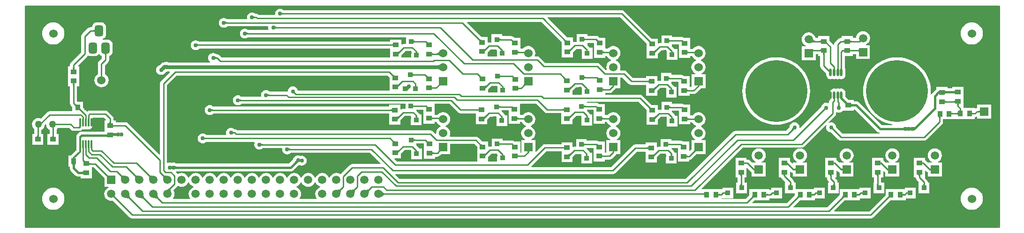
<source format=gbl>
G04 Layer_Physical_Order=2*
G04 Layer_Color=16711680*
%FSLAX25Y25*%
%MOIN*%
G70*
G01*
G75*
%ADD11C,0.01000*%
%ADD12C,0.01500*%
%ADD13C,0.02500*%
%ADD14C,0.05906*%
%ADD15C,0.06000*%
%ADD16R,0.05906X0.05906*%
%ADD17C,0.05000*%
%ADD18R,0.05906X0.05906*%
%ADD19R,0.06000X0.06000*%
%ADD20C,0.44094*%
%ADD21C,0.03000*%
%ADD22R,0.03937X0.03740*%
%ADD23R,0.03543X0.03740*%
%ADD24R,0.03543X0.03740*%
%ADD25R,0.03740X0.03937*%
%ADD26R,0.03740X0.03543*%
%ADD27R,0.03740X0.03543*%
%ADD28O,0.01772X0.05512*%
%ADD29O,0.01378X0.06496*%
G04:AMPARAMS|DCode=30|XSize=59.84mil|YSize=78.74mil|CornerRadius=14.96mil|HoleSize=0mil|Usage=FLASHONLY|Rotation=0.000|XOffset=0mil|YOffset=0mil|HoleType=Round|Shape=RoundedRectangle|*
%AMROUNDEDRECTD30*
21,1,0.05984,0.04882,0,0,0.0*
21,1,0.02992,0.07874,0,0,0.0*
1,1,0.02992,0.01496,-0.02441*
1,1,0.02992,-0.01496,-0.02441*
1,1,0.02992,-0.01496,0.02441*
1,1,0.02992,0.01496,0.02441*
%
%ADD30ROUNDEDRECTD30*%
%ADD31C,0.01400*%
G36*
X692000Y1000D02*
X691000Y0D01*
X0D01*
Y1000D01*
Y157000D01*
X692000D01*
Y1000D01*
D02*
G37*
%LPC*%
G36*
X181300Y155630D02*
X180386Y155510D01*
X179535Y155157D01*
X178804Y154596D01*
X178243Y153865D01*
X177890Y153014D01*
X177770Y152100D01*
X177819Y151725D01*
X177489Y151349D01*
X166033D01*
X165276Y151855D01*
X164300Y152049D01*
X163742D01*
X163660Y152101D01*
X163065Y152557D01*
X162214Y152910D01*
X161300Y153030D01*
X160386Y152910D01*
X159535Y152557D01*
X158804Y151996D01*
X158243Y151265D01*
X157890Y150414D01*
X157770Y149500D01*
X157882Y148649D01*
X157826Y148455D01*
X157621Y148149D01*
X143742D01*
X143660Y148201D01*
X143065Y148657D01*
X142214Y149010D01*
X141300Y149130D01*
X140386Y149010D01*
X139535Y148657D01*
X138804Y148096D01*
X138243Y147365D01*
X137890Y146514D01*
X137770Y145600D01*
X137890Y144686D01*
X138243Y143835D01*
X138804Y143104D01*
X139535Y142543D01*
X140386Y142190D01*
X141300Y142070D01*
X142214Y142190D01*
X143065Y142543D01*
X143660Y142999D01*
X143742Y143051D01*
X172603D01*
X172932Y142675D01*
X172870Y142200D01*
X172990Y141286D01*
X173165Y140865D01*
X172887Y140449D01*
X158642D01*
X158560Y140501D01*
X157965Y140957D01*
X157114Y141310D01*
X156200Y141430D01*
X155286Y141310D01*
X154435Y140957D01*
X153704Y140396D01*
X153143Y139665D01*
X152790Y138814D01*
X152670Y137900D01*
X152790Y136986D01*
X153143Y136135D01*
X153704Y135404D01*
X154435Y134843D01*
X155286Y134490D01*
X156200Y134370D01*
X157114Y134490D01*
X157965Y134843D01*
X158560Y135299D01*
X158642Y135351D01*
X270728D01*
Y130549D01*
X269300D01*
X268324Y130355D01*
X267969Y130117D01*
X267469Y130384D01*
Y133618D01*
X259531D01*
Y132297D01*
X123594D01*
X123525Y132352D01*
X123341Y132446D01*
X123065Y132657D01*
X122214Y133010D01*
X121300Y133130D01*
X120386Y133010D01*
X119535Y132657D01*
X118804Y132096D01*
X118243Y131365D01*
X117890Y130514D01*
X117770Y129600D01*
X117890Y128686D01*
X118243Y127835D01*
X118804Y127104D01*
X119535Y126543D01*
X120386Y126190D01*
X121300Y126070D01*
X122214Y126190D01*
X123065Y126543D01*
X123796Y127104D01*
X123869Y127199D01*
X259531D01*
Y125878D01*
Y120849D01*
X139856D01*
X138302Y122402D01*
X137476Y122955D01*
X136500Y123149D01*
X136142D01*
X136060Y123201D01*
X135465Y123657D01*
X134614Y124010D01*
X133700Y124130D01*
X132786Y124010D01*
X131935Y123657D01*
X131204Y123096D01*
X130643Y122365D01*
X130290Y121514D01*
X130170Y120600D01*
X130290Y119686D01*
X130643Y118835D01*
X131204Y118104D01*
X131628Y117778D01*
X131458Y117278D01*
X102315D01*
X101514Y117610D01*
X100600Y117730D01*
X99686Y117610D01*
X99368Y117478D01*
X99200D01*
X98776Y117422D01*
X98352Y117366D01*
X97561Y117039D01*
X97166Y116736D01*
X96735Y116557D01*
X96004Y115996D01*
X95443Y115265D01*
X95394Y115147D01*
X94935Y114957D01*
X94204Y114396D01*
X93643Y113665D01*
X93290Y112814D01*
X93170Y111900D01*
X93290Y110986D01*
X93643Y110135D01*
X94204Y109404D01*
X94935Y108843D01*
X95786Y108490D01*
X96700Y108370D01*
X97614Y108490D01*
X98465Y108843D01*
X99196Y109404D01*
X99713Y110077D01*
X99947Y110311D01*
X100265Y110443D01*
X100567Y110674D01*
X100600Y110670D01*
X100996Y110722D01*
X102664D01*
X102855Y110260D01*
X96598Y104002D01*
X96045Y103175D01*
X95851Y102200D01*
Y51807D01*
X95389Y51616D01*
X73102Y73902D01*
X72276Y74455D01*
X71300Y74649D01*
X64368D01*
Y76018D01*
X62949D01*
Y77100D01*
X62755Y78075D01*
X62202Y78902D01*
X58902Y82202D01*
X58075Y82755D01*
X57100Y82949D01*
X45800D01*
X44824Y82755D01*
X44032Y82225D01*
X41223Y85034D01*
X41222Y85036D01*
Y89268D01*
X37059D01*
X36996Y89287D01*
X36949Y89783D01*
Y100182D01*
X38368D01*
Y106678D01*
Y114418D01*
X37676D01*
X37485Y114880D01*
X44302Y121698D01*
X44623Y122178D01*
X44774Y122203D01*
X45624Y121851D01*
X46537Y121730D01*
X49529D01*
X50442Y121851D01*
X51292Y122203D01*
X52023Y122763D01*
X52285Y123105D01*
X52915D01*
X53177Y122763D01*
X53908Y122203D01*
X54618Y121909D01*
Y120223D01*
X52498Y118102D01*
X51945Y117276D01*
X51751Y116300D01*
Y109046D01*
X50734Y108266D01*
X49933Y107222D01*
X49429Y106005D01*
X49257Y104700D01*
X49429Y103395D01*
X49933Y102178D01*
X50734Y101134D01*
X51778Y100332D01*
X52995Y99829D01*
X54300Y99657D01*
X55605Y99829D01*
X56822Y100332D01*
X57866Y101134D01*
X58667Y102178D01*
X59171Y103395D01*
X59343Y104700D01*
X59171Y106005D01*
X58667Y107222D01*
X57866Y108266D01*
X56849Y109046D01*
Y115244D01*
X58969Y117365D01*
X59522Y118192D01*
X59716Y119167D01*
Y121909D01*
X60426Y122203D01*
X61156Y122763D01*
X61717Y123494D01*
X62069Y124344D01*
X62189Y125257D01*
Y130139D01*
X62069Y131051D01*
X61717Y131902D01*
X61156Y132632D01*
X60426Y133192D01*
X59576Y133545D01*
X58663Y133665D01*
X55671D01*
X55234Y133607D01*
X55103Y134094D01*
X55859Y134408D01*
X56590Y134968D01*
X57150Y135698D01*
X57502Y136549D01*
X57622Y137461D01*
Y142343D01*
X57502Y143256D01*
X57150Y144106D01*
X56590Y144837D01*
X55859Y145397D01*
X55009Y145749D01*
X54096Y145870D01*
X51104D01*
X50191Y145749D01*
X49341Y145397D01*
X48610Y144837D01*
X48050Y144106D01*
X47698Y143256D01*
X47592Y142451D01*
X46402D01*
X45427Y142257D01*
X44600Y141705D01*
X40698Y137802D01*
X40145Y136976D01*
X39951Y136000D01*
Y124556D01*
X32598Y117202D01*
X32045Y116376D01*
X31851Y115400D01*
Y114418D01*
X30432D01*
Y106678D01*
Y100182D01*
X31851D01*
Y88252D01*
X32045Y87277D01*
X32598Y86450D01*
X33465Y85582D01*
X33482Y85521D01*
Y82549D01*
X17500D01*
X16524Y82355D01*
X15698Y81802D01*
X11173Y77278D01*
X10675Y77484D01*
X9500Y77639D01*
X8325Y77484D01*
X7231Y77031D01*
X6291Y76309D01*
X5569Y75369D01*
X5116Y74275D01*
X4961Y73100D01*
X5116Y71925D01*
X5569Y70831D01*
X6291Y69891D01*
X6451Y69767D01*
Y66318D01*
X5032D01*
Y58578D01*
X12968D01*
Y66318D01*
X11549D01*
Y69078D01*
X11769Y69169D01*
X12709Y69891D01*
X13431Y70831D01*
X13884Y71925D01*
X14014Y72909D01*
X14526Y73421D01*
X14974Y73200D01*
X14961Y73100D01*
X15116Y71925D01*
X15569Y70831D01*
X16291Y69891D01*
X17231Y69169D01*
X17351Y69119D01*
Y66318D01*
X15932D01*
Y58578D01*
X23868D01*
Y66318D01*
X22449D01*
Y69691D01*
X22709Y69891D01*
X23216Y70551D01*
X31344D01*
X32698Y69198D01*
X33525Y68645D01*
X34500Y68451D01*
X38500D01*
X39476Y68645D01*
X39683Y68783D01*
X39683Y68784D01*
X39687Y68787D01*
X40302Y69198D01*
X40579Y69474D01*
X41131Y69401D01*
X41833Y69494D01*
X42116Y69611D01*
X42398Y69494D01*
X43100Y69401D01*
X43802Y69494D01*
X44084Y69611D01*
X44366Y69494D01*
X45068Y69401D01*
X45770Y69494D01*
X46425Y69765D01*
X46986Y70196D01*
X47417Y70757D01*
X47688Y71411D01*
X47781Y72113D01*
Y72400D01*
X46650D01*
Y74700D01*
Y75800D01*
X47781D01*
Y77232D01*
X47749Y77475D01*
X48078Y77851D01*
X56044D01*
X57377Y76518D01*
X57170Y76018D01*
X56432D01*
Y67937D01*
X40163D01*
X39445Y67842D01*
X38776Y67565D01*
X38202Y67124D01*
X37202Y66124D01*
X36761Y65550D01*
X36484Y64881D01*
X36389Y64163D01*
X36440Y63780D01*
Y58728D01*
Y54791D01*
X32893Y51245D01*
X32587Y51009D01*
X32402Y50769D01*
X30678D01*
Y42832D01*
X31774D01*
Y41952D01*
X31869Y41234D01*
X32146Y40565D01*
X32587Y39991D01*
X35987Y36591D01*
X36561Y36150D01*
X37230Y35873D01*
X37948Y35778D01*
X39632D01*
Y34682D01*
X47569D01*
Y41178D01*
Y42451D01*
X48644D01*
X56347Y34748D01*
Y28447D01*
X59236D01*
X59336Y27947D01*
X58802Y27726D01*
X57768Y26932D01*
X56974Y25898D01*
X56475Y24693D01*
X56305Y23400D01*
X56475Y22107D01*
X56974Y20902D01*
X57768Y19868D01*
X58802Y19074D01*
X60007Y18575D01*
X61300Y18405D01*
X62529Y18566D01*
X74498Y6598D01*
X75324Y6045D01*
X76300Y5851D01*
X601173D01*
X602149Y6045D01*
X602976Y6598D01*
X615284Y18906D01*
X615303Y18904D01*
X615323Y18910D01*
X626018D01*
Y20288D01*
X633149D01*
Y27832D01*
X625409D01*
Y26847D01*
X611782D01*
Y22615D01*
X611781Y22613D01*
X600117Y10949D01*
X575380D01*
X575189Y11411D01*
X582684Y18906D01*
X582703Y18904D01*
X582723Y18910D01*
X593418D01*
Y20288D01*
X601049D01*
Y27832D01*
X593309D01*
Y26847D01*
X579182D01*
Y22615D01*
X579181Y22613D01*
X570317Y13749D01*
X546280D01*
X546089Y14211D01*
X550784Y18906D01*
X550803Y18904D01*
X550823Y18910D01*
X561518D01*
Y20288D01*
X568649D01*
Y27832D01*
X560909D01*
Y26847D01*
X547991D01*
Y31572D01*
X546670D01*
Y31879D01*
X546476Y32854D01*
X545924Y33681D01*
X543669Y35936D01*
Y39073D01*
X544130Y39265D01*
X544298Y39098D01*
X545124Y38545D01*
X545947Y38381D01*
Y35947D01*
X555853D01*
Y45853D01*
X552964D01*
X552864Y46353D01*
X553398Y46574D01*
X554432Y47368D01*
X555226Y48402D01*
X555725Y49607D01*
X555896Y50900D01*
X555725Y52193D01*
X555226Y53398D01*
X554432Y54432D01*
X553398Y55226D01*
X552193Y55725D01*
X550900Y55896D01*
X549607Y55725D01*
X548402Y55226D01*
X547368Y54432D01*
X546574Y53398D01*
X546075Y52193D01*
X545904Y50900D01*
X546075Y49607D01*
X546574Y48402D01*
X547368Y47368D01*
X548402Y46574D01*
X548936Y46353D01*
X548836Y45853D01*
X545947D01*
Y45311D01*
X545485Y45120D01*
X543669Y46936D01*
Y49317D01*
X535732D01*
Y41577D01*
Y35081D01*
X537508D01*
X537898Y34498D01*
X540419Y31976D01*
X540251Y31572D01*
X540251D01*
Y24028D01*
X547282D01*
Y22615D01*
X547281Y22613D01*
X541517Y16849D01*
X516980D01*
X516789Y17311D01*
X518384Y18906D01*
X518403Y18904D01*
X518423Y18910D01*
X529118D01*
Y20330D01*
X529879D01*
X530265Y20406D01*
X530409Y20288D01*
Y20288D01*
X538149D01*
Y27832D01*
X530409D01*
Y26479D01*
X530084Y26415D01*
X529618Y26103D01*
X529118Y26370D01*
Y26847D01*
X514882D01*
Y22615D01*
X514881Y22613D01*
X512017Y19749D01*
X495018D01*
Y20358D01*
X495506Y20455D01*
X495709Y20288D01*
Y20288D01*
X503449D01*
Y27832D01*
X495709D01*
Y26977D01*
X495209Y26715D01*
X495018Y26847D01*
Y26847D01*
X481159D01*
X480952Y27347D01*
X510056Y56451D01*
X552000D01*
X552976Y56645D01*
X553802Y57198D01*
X569424Y72819D01*
X569848Y72536D01*
X569590Y71914D01*
X569470Y71000D01*
X569590Y70086D01*
X569943Y69235D01*
X570504Y68504D01*
X571235Y67943D01*
X572086Y67590D01*
X572830Y67492D01*
X572924Y67471D01*
X578198Y62198D01*
X579025Y61645D01*
X580000Y61451D01*
X639000D01*
X639976Y61645D01*
X640802Y62198D01*
X651802Y73198D01*
X652355Y74024D01*
X652549Y75000D01*
Y76731D01*
X660523D01*
X660718Y76731D01*
Y76731D01*
X660982Y76832D01*
X660982Y76832D01*
X675218D01*
Y78255D01*
X676175Y78445D01*
X676506Y78666D01*
X676947Y78430D01*
Y77347D01*
X686853D01*
Y87253D01*
X676947D01*
Y84849D01*
X676700D01*
X675725Y84655D01*
X675594Y84568D01*
X675218Y84768D01*
Y84768D01*
X667317D01*
X667207Y85324D01*
X667068Y85682D01*
X667068Y85682D01*
X667068Y85682D01*
Y92178D01*
Y99918D01*
X659131D01*
Y98822D01*
X655868D01*
Y99718D01*
X647931D01*
Y98274D01*
X647587Y98009D01*
X644839Y95261D01*
X644398Y94687D01*
X644356Y94586D01*
X643861Y94699D01*
X643985Y96900D01*
X643834Y99597D01*
X643381Y102260D01*
X642634Y104855D01*
X641600Y107350D01*
X640294Y109714D01*
X638730Y111917D01*
X636931Y113931D01*
X634917Y115731D01*
X632714Y117294D01*
X630350Y118600D01*
X627855Y119634D01*
X625259Y120381D01*
X622597Y120834D01*
X619900Y120985D01*
X617203Y120834D01*
X614540Y120381D01*
X611945Y119634D01*
X609450Y118600D01*
X607086Y117294D01*
X604883Y115731D01*
X602869Y113931D01*
X601069Y111917D01*
X599507Y109714D01*
X598200Y107350D01*
X597166Y104855D01*
X596419Y102260D01*
X595966Y99597D01*
X595815Y96900D01*
X595966Y94203D01*
X596419Y91540D01*
X597166Y88945D01*
X598200Y86450D01*
X599507Y84086D01*
X601069Y81883D01*
X602869Y79869D01*
X604883Y78070D01*
X607086Y76507D01*
X609450Y75200D01*
X611945Y74166D01*
X614540Y73419D01*
X616571Y73074D01*
X616529Y72574D01*
X608849D01*
X592713Y88709D01*
X592139Y89150D01*
X591470Y89427D01*
X590752Y89522D01*
X589268D01*
Y90618D01*
X585353D01*
X583149Y92821D01*
Y95799D01*
X583050Y96553D01*
X582759Y97255D01*
X582297Y97857D01*
X581694Y98320D01*
X580992Y98611D01*
X580239Y98710D01*
X579485Y98611D01*
X578959Y98393D01*
X578433Y98611D01*
X577679Y98710D01*
X576926Y98611D01*
X576400Y98393D01*
X575874Y98611D01*
X575120Y98710D01*
X574367Y98611D01*
X573665Y98320D01*
X573062Y97857D01*
X572600Y97255D01*
X572309Y96553D01*
X572210Y95799D01*
Y92059D01*
X572309Y91306D01*
X572467Y90924D01*
X572198Y90655D01*
X571645Y89828D01*
X571451Y88853D01*
Y88521D01*
X570951Y88187D01*
X570414Y88410D01*
X569500Y88530D01*
X568586Y88410D01*
X567735Y88057D01*
X567004Y87496D01*
X566443Y86765D01*
X566090Y85914D01*
X566057Y85662D01*
X550980Y70585D01*
X550506Y70818D01*
X550530Y71000D01*
X550410Y71914D01*
X550057Y72765D01*
X549496Y73496D01*
X548765Y74057D01*
X547914Y74410D01*
X547000Y74530D01*
X546086Y74410D01*
X545235Y74057D01*
X544504Y73496D01*
X543943Y72765D01*
X543590Y71914D01*
X543492Y71170D01*
X543471Y71076D01*
X540944Y68549D01*
X505000D01*
X504025Y68355D01*
X503198Y67802D01*
X469544Y34149D01*
X266256D01*
X263316Y37089D01*
X263507Y37551D01*
X417700D01*
X418676Y37745D01*
X419502Y38298D01*
X434904Y53699D01*
X441131D01*
Y52378D01*
Y45882D01*
X449068D01*
Y49424D01*
X449074Y49441D01*
X449071Y49466D01*
X451656Y52051D01*
X455569D01*
Y45109D01*
X463112D01*
Y52849D01*
X461920D01*
X461855Y53175D01*
X461302Y54002D01*
X459532Y55772D01*
X459740Y56272D01*
X464231D01*
Y52978D01*
Y46482D01*
X472168D01*
Y47803D01*
X472296D01*
X473272Y47997D01*
X474098Y48550D01*
X477305Y51756D01*
X477388D01*
X477444Y51754D01*
X477450Y51756D01*
X483700D01*
Y61756D01*
X481001D01*
X480902Y62256D01*
X481222Y62388D01*
X482266Y63190D01*
X483068Y64234D01*
X483571Y65451D01*
X483743Y66756D01*
X483571Y68061D01*
X483068Y69278D01*
X482266Y70322D01*
X481222Y71123D01*
X480348Y71485D01*
Y72026D01*
X481222Y72388D01*
X482266Y73190D01*
X483068Y74234D01*
X483571Y75451D01*
X483743Y76756D01*
X483571Y78061D01*
X483068Y79277D01*
X482266Y80322D01*
X481222Y81123D01*
X480005Y81627D01*
X478700Y81799D01*
X477395Y81627D01*
X476178Y81123D01*
X475134Y80322D01*
X474504Y79501D01*
X472868D01*
Y87318D01*
X468538D01*
X468002Y87676D01*
X467027Y87870D01*
X459972D01*
Y89191D01*
X452428D01*
Y83549D01*
X450900D01*
X450269Y83423D01*
X449768Y83806D01*
Y87018D01*
X445536D01*
X445534Y87019D01*
X438950Y93602D01*
X438124Y94155D01*
X437148Y94349D01*
X412569D01*
Y95403D01*
X415452D01*
X416427Y95597D01*
X417254Y96150D01*
X420002Y98898D01*
X420071Y99000D01*
X423200D01*
Y106551D01*
X424644D01*
X429250Y101946D01*
X430077Y101393D01*
X431052Y101199D01*
X441432D01*
Y99878D01*
Y93382D01*
X449368D01*
Y96864D01*
X451556Y99051D01*
X455444D01*
X455768Y98727D01*
Y92209D01*
X463312D01*
Y99949D01*
X461619D01*
X461343Y100362D01*
X459572Y102133D01*
Y103372D01*
X464632D01*
Y99878D01*
Y93382D01*
X472569D01*
Y94703D01*
X475252D01*
X476227Y94897D01*
X477054Y95450D01*
X480502Y98898D01*
X480571Y99000D01*
X483700D01*
Y109000D01*
X481001D01*
X480902Y109500D01*
X481222Y109633D01*
X482266Y110434D01*
X483068Y111478D01*
X483571Y112695D01*
X483743Y114000D01*
X483571Y115305D01*
X483068Y116522D01*
X482266Y117566D01*
X481222Y118368D01*
X480348Y118729D01*
Y119271D01*
X481222Y119632D01*
X482266Y120434D01*
X483068Y121478D01*
X483571Y122695D01*
X483743Y124000D01*
X483571Y125305D01*
X483068Y126522D01*
X482266Y127566D01*
X481222Y128367D01*
X480005Y128871D01*
X478700Y129043D01*
X477395Y128871D01*
X476178Y128367D01*
X475134Y127566D01*
X474700Y127001D01*
X472868D01*
Y134818D01*
X468538D01*
X468002Y135176D01*
X467027Y135370D01*
X459972D01*
Y136691D01*
X452428D01*
Y131049D01*
X451000D01*
X450269Y130903D01*
X449768Y131239D01*
Y134318D01*
X445536D01*
X445534Y134319D01*
X425950Y153902D01*
X425124Y154455D01*
X424148Y154649D01*
X183741D01*
X183660Y154701D01*
X183065Y155157D01*
X182214Y155510D01*
X181300Y155630D01*
D02*
G37*
G36*
X595700Y139696D02*
X594407Y139525D01*
X593202Y139026D01*
X592168Y138232D01*
X591374Y137198D01*
X590875Y135993D01*
X590717Y134797D01*
X588369D01*
Y136118D01*
X580432D01*
Y134797D01*
X579848D01*
X578873Y134603D01*
X578046Y134050D01*
X575877Y131882D01*
X575325Y131055D01*
X575131Y130079D01*
Y129913D01*
X574631Y129762D01*
X574202Y130402D01*
X571691Y132914D01*
X571668Y132943D01*
Y136218D01*
X563731D01*
Y134897D01*
X561984D01*
X561978Y134912D01*
X561927Y135079D01*
X561925Y135093D01*
X561916Y135116D01*
X561903Y135160D01*
X561882Y135198D01*
X561426Y136298D01*
X560632Y137332D01*
X559598Y138126D01*
X558393Y138625D01*
X557100Y138795D01*
X555807Y138625D01*
X554602Y138126D01*
X553568Y137332D01*
X552774Y136298D01*
X552275Y135093D01*
X552105Y133800D01*
X552275Y132507D01*
X552774Y131302D01*
X553568Y130268D01*
X554602Y129474D01*
X555136Y129253D01*
X555036Y128753D01*
X552147D01*
Y118847D01*
X562053D01*
Y123303D01*
X563731D01*
Y121982D01*
X565151D01*
Y114932D01*
X565345Y113957D01*
X565898Y113130D01*
X569644Y109383D01*
X569651Y109375D01*
Y108201D01*
X569750Y107447D01*
X570041Y106745D01*
X570503Y106143D01*
X571106Y105680D01*
X571808Y105389D01*
X572561Y105290D01*
X573315Y105389D01*
X573841Y105607D01*
X574367Y105389D01*
X575120Y105290D01*
X575874Y105389D01*
X576400Y105607D01*
X576926Y105389D01*
X577679Y105290D01*
X578433Y105389D01*
X578959Y105607D01*
X579485Y105389D01*
X580239Y105290D01*
X580992Y105389D01*
X581694Y105680D01*
X582297Y106143D01*
X582759Y106745D01*
X583050Y107447D01*
X583149Y108201D01*
Y111941D01*
X583050Y112694D01*
X582788Y113328D01*
Y121882D01*
X588369D01*
Y123203D01*
X590747D01*
Y119747D01*
X600653D01*
Y129653D01*
X597764D01*
X597664Y130153D01*
X598198Y130374D01*
X599232Y131168D01*
X600026Y132202D01*
X600525Y133407D01*
X600696Y134700D01*
X600525Y135993D01*
X600026Y137198D01*
X599232Y138232D01*
X598198Y139026D01*
X596993Y139525D01*
X595700Y139696D01*
D02*
G37*
G36*
X673000Y145944D02*
X671450Y145791D01*
X669960Y145339D01*
X668587Y144605D01*
X667383Y143617D01*
X666395Y142413D01*
X665661Y141040D01*
X665209Y139550D01*
X665056Y138000D01*
X665209Y136450D01*
X665661Y134960D01*
X666395Y133587D01*
X667383Y132383D01*
X668587Y131395D01*
X669960Y130661D01*
X671450Y130209D01*
X673000Y130056D01*
X674550Y130209D01*
X676040Y130661D01*
X677413Y131395D01*
X678617Y132383D01*
X679605Y133587D01*
X680339Y134960D01*
X680791Y136450D01*
X680944Y138000D01*
X680791Y139550D01*
X680339Y141040D01*
X679605Y142413D01*
X678617Y143617D01*
X677413Y144605D01*
X676040Y145339D01*
X674550Y145791D01*
X673000Y145944D01*
D02*
G37*
G36*
X20000D02*
X18450Y145791D01*
X16960Y145339D01*
X15587Y144605D01*
X14383Y143617D01*
X13395Y142413D01*
X12661Y141040D01*
X12209Y139550D01*
X12056Y138000D01*
X12209Y136450D01*
X12661Y134960D01*
X13395Y133587D01*
X14383Y132383D01*
X15587Y131395D01*
X16960Y130661D01*
X18450Y130209D01*
X20000Y130056D01*
X21550Y130209D01*
X23040Y130661D01*
X24413Y131395D01*
X25617Y132383D01*
X26605Y133587D01*
X27339Y134960D01*
X27791Y136450D01*
X27944Y138000D01*
X27791Y139550D01*
X27339Y141040D01*
X26605Y142413D01*
X25617Y143617D01*
X24413Y144605D01*
X23040Y145339D01*
X21550Y145791D01*
X20000Y145944D01*
D02*
G37*
G36*
X534000Y120985D02*
X531303Y120834D01*
X528641Y120381D01*
X526045Y119634D01*
X523550Y118600D01*
X521186Y117294D01*
X518983Y115731D01*
X516969Y113931D01*
X515169Y111917D01*
X513607Y109714D01*
X512300Y107350D01*
X511266Y104855D01*
X510519Y102260D01*
X510066Y99597D01*
X509915Y96900D01*
X510066Y94203D01*
X510519Y91540D01*
X511266Y88945D01*
X512300Y86450D01*
X513607Y84086D01*
X515169Y81883D01*
X516969Y79869D01*
X518983Y78070D01*
X521186Y76507D01*
X523550Y75200D01*
X526045Y74166D01*
X528641Y73419D01*
X531303Y72966D01*
X534000Y72815D01*
X536697Y72966D01*
X539360Y73419D01*
X541955Y74166D01*
X544450Y75200D01*
X546814Y76507D01*
X549017Y78070D01*
X551031Y79869D01*
X552831Y81883D01*
X554393Y84086D01*
X555700Y86450D01*
X556734Y88945D01*
X557481Y91540D01*
X557934Y94203D01*
X558085Y96900D01*
X557934Y99597D01*
X557481Y102260D01*
X556734Y104855D01*
X555700Y107350D01*
X554393Y109714D01*
X552831Y111917D01*
X551031Y113931D01*
X549017Y115731D01*
X546814Y117294D01*
X544450Y118600D01*
X541955Y119634D01*
X539360Y120381D01*
X536697Y120834D01*
X534000Y120985D01*
D02*
G37*
G36*
X646800Y55896D02*
X645507Y55725D01*
X644302Y55226D01*
X643268Y54432D01*
X642474Y53398D01*
X641975Y52193D01*
X641805Y50900D01*
X641975Y49607D01*
X642474Y48402D01*
X643268Y47368D01*
X644302Y46574D01*
X644836Y46353D01*
X644736Y45853D01*
X641847D01*
X641847Y45853D01*
Y45853D01*
X641475Y46130D01*
X640355Y47250D01*
X639669Y47708D01*
Y49317D01*
X631732D01*
Y41577D01*
Y35081D01*
X633195D01*
X633345Y34324D01*
X633898Y33498D01*
X635419Y31976D01*
X635251Y31572D01*
X635251D01*
Y24028D01*
X642991D01*
Y31572D01*
X641670D01*
Y31879D01*
X641476Y32854D01*
X640924Y33681D01*
X639915Y34690D01*
X639669Y35081D01*
X639669D01*
X639669Y35081D01*
Y40073D01*
X640130Y40265D01*
X641298Y39098D01*
X641847Y38730D01*
Y35947D01*
X651753D01*
Y45853D01*
X648864D01*
X648764Y46353D01*
X649298Y46574D01*
X650332Y47368D01*
X651126Y48402D01*
X651625Y49607D01*
X651795Y50900D01*
X651625Y52193D01*
X651126Y53398D01*
X650332Y54432D01*
X649298Y55226D01*
X648093Y55725D01*
X646800Y55896D01*
D02*
G37*
G36*
X616600D02*
X615307Y55725D01*
X614102Y55226D01*
X613068Y54432D01*
X612274Y53398D01*
X611775Y52193D01*
X611604Y50900D01*
X611775Y49607D01*
X612274Y48402D01*
X613068Y47368D01*
X614102Y46574D01*
X614636Y46353D01*
X614536Y45853D01*
X611752D01*
X610355Y47250D01*
X610069Y47441D01*
Y49317D01*
X602132D01*
Y41577D01*
Y35081D01*
X603551D01*
Y31572D01*
X603151D01*
Y29704D01*
X603124Y29572D01*
X603149Y29445D01*
X603139Y29316D01*
X603151Y29277D01*
Y24028D01*
X610891D01*
Y31572D01*
X608649D01*
Y35081D01*
X610069D01*
Y39673D01*
X610530Y39865D01*
X611298Y39098D01*
X611647Y38864D01*
Y35947D01*
X621553D01*
Y45853D01*
X618664D01*
X618564Y46353D01*
X619098Y46574D01*
X620132Y47368D01*
X620926Y48402D01*
X621425Y49607D01*
X621595Y50900D01*
X621425Y52193D01*
X620926Y53398D01*
X620132Y54432D01*
X619098Y55226D01*
X617893Y55725D01*
X616600Y55896D01*
D02*
G37*
G36*
X584000D02*
X582707Y55725D01*
X581502Y55226D01*
X580468Y54432D01*
X579674Y53398D01*
X579175Y52193D01*
X579004Y50900D01*
X579175Y49607D01*
X579674Y48402D01*
X580468Y47368D01*
X581502Y46574D01*
X582036Y46353D01*
X581936Y45853D01*
X579047D01*
X579047Y45853D01*
Y45853D01*
X578599Y46006D01*
X577355Y47250D01*
X576768Y47642D01*
Y49317D01*
X568831D01*
Y41577D01*
Y35081D01*
X570251D01*
Y34200D01*
X570445Y33224D01*
X570998Y32398D01*
X571362Y32034D01*
X571170Y31572D01*
X570751D01*
Y24028D01*
X578491D01*
Y31572D01*
X577549D01*
Y32000D01*
X577355Y32976D01*
X576802Y33802D01*
X575986Y34619D01*
X576177Y35081D01*
X576768D01*
Y39973D01*
X577230Y40165D01*
X578298Y39098D01*
X579047Y38597D01*
Y35947D01*
X588953D01*
Y45853D01*
X586064D01*
X585964Y46353D01*
X586498Y46574D01*
X587532Y47368D01*
X588326Y48402D01*
X588825Y49607D01*
X588996Y50900D01*
X588825Y52193D01*
X588326Y53398D01*
X587532Y54432D01*
X586498Y55226D01*
X585293Y55725D01*
X584000Y55896D01*
D02*
G37*
G36*
X521600D02*
X520307Y55725D01*
X519102Y55226D01*
X518068Y54432D01*
X517274Y53398D01*
X516775Y52193D01*
X516605Y50900D01*
X516775Y49607D01*
X517274Y48402D01*
X518068Y47368D01*
X519102Y46574D01*
X519636Y46353D01*
X519536Y45853D01*
X516752D01*
X515355Y47250D01*
X514528Y47802D01*
X513553Y47996D01*
X512968D01*
Y49317D01*
X505031D01*
Y41577D01*
Y35081D01*
X506451D01*
Y31572D01*
X505551D01*
Y24028D01*
X513291D01*
Y31572D01*
X511549D01*
Y35081D01*
X512968D01*
Y41773D01*
X513430Y41965D01*
X516298Y39098D01*
X516647Y38864D01*
Y35947D01*
X526553D01*
Y45853D01*
X523664D01*
X523564Y46353D01*
X524098Y46574D01*
X525132Y47368D01*
X525926Y48402D01*
X526425Y49607D01*
X526595Y50900D01*
X526425Y52193D01*
X525926Y53398D01*
X525132Y54432D01*
X524098Y55226D01*
X522893Y55725D01*
X521600Y55896D01*
D02*
G37*
G36*
X673000Y27944D02*
X671450Y27791D01*
X669960Y27339D01*
X668587Y26605D01*
X667383Y25617D01*
X666395Y24413D01*
X665661Y23040D01*
X665209Y21550D01*
X665056Y20000D01*
X665209Y18450D01*
X665661Y16960D01*
X666395Y15587D01*
X667383Y14383D01*
X668587Y13395D01*
X669960Y12661D01*
X671450Y12209D01*
X673000Y12056D01*
X674550Y12209D01*
X676040Y12661D01*
X677413Y13395D01*
X678617Y14383D01*
X679605Y15587D01*
X680339Y16960D01*
X680791Y18450D01*
X680944Y20000D01*
X680791Y21550D01*
X680339Y23040D01*
X679605Y24413D01*
X678617Y25617D01*
X677413Y26605D01*
X676040Y27339D01*
X674550Y27791D01*
X673000Y27944D01*
D02*
G37*
G36*
X20000D02*
X18450Y27791D01*
X16960Y27339D01*
X15587Y26605D01*
X14383Y25617D01*
X13395Y24413D01*
X12661Y23040D01*
X12209Y21550D01*
X12056Y20000D01*
X12209Y18450D01*
X12661Y16960D01*
X13395Y15587D01*
X14383Y14383D01*
X15587Y13395D01*
X16960Y12661D01*
X18450Y12209D01*
X20000Y12056D01*
X21550Y12209D01*
X23040Y12661D01*
X24413Y13395D01*
X25617Y14383D01*
X26605Y15587D01*
X27339Y16960D01*
X27791Y18450D01*
X27944Y20000D01*
X27791Y21550D01*
X27339Y23040D01*
X26605Y24413D01*
X25617Y25617D01*
X24413Y26605D01*
X23040Y27339D01*
X21550Y27791D01*
X20000Y27944D01*
D02*
G37*
%LPD*%
G36*
X182481Y153045D02*
X182594Y152952D01*
X182710Y152869D01*
X182829Y152798D01*
X182951Y152737D01*
X183078Y152688D01*
X183207Y152649D01*
X183339Y152622D01*
X183475Y152605D01*
X183614Y152600D01*
Y151600D01*
X183475Y151594D01*
X183339Y151578D01*
X183207Y151550D01*
X183078Y151512D01*
X182951Y151462D01*
X182829Y151402D01*
X182710Y151330D01*
X182594Y151248D01*
X182481Y151154D01*
X182371Y151050D01*
Y153150D01*
X182481Y153045D01*
D02*
G37*
G36*
X162481Y150445D02*
X162593Y150352D01*
X162709Y150269D01*
X162829Y150198D01*
X162952Y150137D01*
X163077Y150088D01*
X163207Y150049D01*
X163339Y150022D01*
X163475Y150005D01*
X163614Y150000D01*
Y149000D01*
X163475Y148995D01*
X163339Y148978D01*
X163207Y148951D01*
X163077Y148912D01*
X162952Y148863D01*
X162829Y148802D01*
X162709Y148731D01*
X162593Y148648D01*
X162481Y148555D01*
X162371Y148450D01*
Y150550D01*
X162481Y150445D01*
D02*
G37*
G36*
X142481Y146546D02*
X142594Y146452D01*
X142710Y146370D01*
X142829Y146298D01*
X142952Y146238D01*
X143078Y146188D01*
X143207Y146150D01*
X143339Y146122D01*
X143475Y146106D01*
X143614Y146100D01*
Y145100D01*
X143475Y145095D01*
X143339Y145078D01*
X143207Y145051D01*
X143078Y145012D01*
X142952Y144963D01*
X142829Y144902D01*
X142710Y144831D01*
X142594Y144748D01*
X142481Y144655D01*
X142371Y144550D01*
Y146650D01*
X142481Y146546D01*
D02*
G37*
G36*
X177581Y143146D02*
X177693Y143052D01*
X177810Y142970D01*
X177929Y142898D01*
X178051Y142838D01*
X178177Y142788D01*
X178307Y142750D01*
X178439Y142722D01*
X178575Y142706D01*
X178714Y142700D01*
Y141700D01*
X178575Y141694D01*
X178439Y141678D01*
X178307Y141650D01*
X178177Y141612D01*
X178051Y141562D01*
X177929Y141502D01*
X177810Y141430D01*
X177693Y141348D01*
X177581Y141254D01*
X177471Y141150D01*
Y143250D01*
X177581Y143146D01*
D02*
G37*
G36*
X49619Y138902D02*
X49609Y138997D01*
X49579Y139082D01*
X49528Y139157D01*
X49457Y139222D01*
X49366Y139277D01*
X49255Y139322D01*
X49123Y139357D01*
X48971Y139382D01*
X48799Y139397D01*
X48607Y139402D01*
Y140402D01*
X48799Y140407D01*
X48971Y140422D01*
X49123Y140447D01*
X49255Y140482D01*
X49366Y140527D01*
X49457Y140582D01*
X49528Y140647D01*
X49579Y140722D01*
X49609Y140807D01*
X49619Y140902D01*
Y138902D01*
D02*
G37*
G36*
X157381Y138846D02*
X157493Y138752D01*
X157609Y138670D01*
X157729Y138598D01*
X157852Y138538D01*
X157977Y138488D01*
X158107Y138450D01*
X158239Y138422D01*
X158375Y138406D01*
X158514Y138400D01*
Y137400D01*
X158375Y137394D01*
X158239Y137378D01*
X158107Y137350D01*
X157977Y137312D01*
X157852Y137262D01*
X157729Y137202D01*
X157609Y137130D01*
X157493Y137048D01*
X157381Y136954D01*
X157271Y136850D01*
Y138950D01*
X157381Y138846D01*
D02*
G37*
G36*
X397658Y134626D02*
X397688Y134541D01*
X397739Y134466D01*
X397810Y134401D01*
X397901Y134346D01*
X398012Y134301D01*
X398144Y134266D01*
X398295Y134241D01*
X398467Y134226D01*
X398660Y134221D01*
Y133221D01*
X398467Y133216D01*
X398295Y133201D01*
X398144Y133176D01*
X398012Y133141D01*
X397901Y133096D01*
X397810Y133041D01*
X397739Y132976D01*
X397688Y132901D01*
X397658Y132816D01*
X397648Y132721D01*
Y134721D01*
X397658Y134626D01*
D02*
G37*
G36*
X337158Y134526D02*
X337188Y134441D01*
X337239Y134366D01*
X337310Y134301D01*
X337401Y134246D01*
X337512Y134201D01*
X337644Y134166D01*
X337795Y134141D01*
X337967Y134126D01*
X338160Y134121D01*
Y133121D01*
X337967Y133116D01*
X337795Y133101D01*
X337644Y133076D01*
X337512Y133041D01*
X337401Y132996D01*
X337310Y132941D01*
X337239Y132876D01*
X337188Y132801D01*
X337158Y132716D01*
X337148Y132621D01*
Y134621D01*
X337158Y134526D01*
D02*
G37*
G36*
X323144Y133918D02*
X323507Y133611D01*
X323669Y133498D01*
X323817Y133412D01*
X323951Y133354D01*
X324073Y133323D01*
X324181Y133319D01*
X324275Y133343D01*
X324356Y133394D01*
X322855Y132090D01*
X322915Y132163D01*
X322946Y132250D01*
X322947Y132353D01*
X322919Y132472D01*
X322862Y132605D01*
X322775Y132755D01*
X322659Y132919D01*
X322514Y133099D01*
X322136Y133504D01*
X322942Y134113D01*
X323144Y133918D01*
D02*
G37*
G36*
X383944Y133718D02*
X384307Y133411D01*
X384469Y133298D01*
X384617Y133212D01*
X384751Y133154D01*
X384873Y133123D01*
X384981Y133119D01*
X385075Y133143D01*
X385156Y133194D01*
X383656Y131890D01*
X383715Y131963D01*
X383746Y132050D01*
X383747Y132153D01*
X383719Y132272D01*
X383662Y132405D01*
X383575Y132554D01*
X383459Y132719D01*
X383314Y132899D01*
X382936Y133305D01*
X383742Y133913D01*
X383944Y133718D01*
D02*
G37*
G36*
X457958Y133726D02*
X457988Y133641D01*
X458039Y133566D01*
X458110Y133501D01*
X458201Y133446D01*
X458312Y133401D01*
X458443Y133366D01*
X458595Y133341D01*
X458767Y133326D01*
X458960Y133321D01*
Y132321D01*
X458767Y132316D01*
X458595Y132301D01*
X458443Y132276D01*
X458312Y132241D01*
X458201Y132196D01*
X458110Y132141D01*
X458039Y132076D01*
X457988Y132001D01*
X457958Y131916D01*
X457948Y131821D01*
Y133821D01*
X457958Y133726D01*
D02*
G37*
G36*
X406943Y133420D02*
X407304Y133114D01*
X407466Y133003D01*
X407614Y132918D01*
X407748Y132861D01*
X407870Y132832D01*
X407978Y132829D01*
X408074Y132854D01*
X408156Y132906D01*
X406643Y131590D01*
X406705Y131664D01*
X406736Y131752D01*
X406739Y131856D01*
X406712Y131974D01*
X406656Y132108D01*
X406570Y132257D01*
X406456Y132421D01*
X406312Y132601D01*
X405936Y133004D01*
X406742Y133613D01*
X406943Y133420D01*
D02*
G37*
G36*
X346543D02*
X346904Y133114D01*
X347065Y133003D01*
X347214Y132918D01*
X347348Y132861D01*
X347470Y132832D01*
X347579Y132829D01*
X347674Y132854D01*
X347756Y132906D01*
X346244Y131590D01*
X346304Y131664D01*
X346336Y131752D01*
X346339Y131856D01*
X346312Y131974D01*
X346256Y132108D01*
X346170Y132257D01*
X346056Y132421D01*
X345912Y132601D01*
X345536Y133004D01*
X346342Y133613D01*
X346543Y133420D01*
D02*
G37*
G36*
X276258Y133126D02*
X276288Y133041D01*
X276339Y132966D01*
X276410Y132901D01*
X276501Y132846D01*
X276612Y132801D01*
X276744Y132766D01*
X276895Y132741D01*
X277067Y132726D01*
X277260Y132721D01*
Y131721D01*
X277067Y131716D01*
X276895Y131701D01*
X276744Y131676D01*
X276612Y131641D01*
X276501Y131596D01*
X276410Y131541D01*
X276339Y131476D01*
X276288Y131401D01*
X276258Y131316D01*
X276248Y131221D01*
Y133221D01*
X276258Y133126D01*
D02*
G37*
G36*
X444144Y132818D02*
X444507Y132511D01*
X444668Y132398D01*
X444817Y132312D01*
X444951Y132254D01*
X445073Y132223D01*
X445181Y132220D01*
X445275Y132243D01*
X445356Y132294D01*
X443855Y130990D01*
X443915Y131063D01*
X443946Y131150D01*
X443947Y131253D01*
X443919Y131372D01*
X443862Y131505D01*
X443775Y131655D01*
X443659Y131819D01*
X443514Y131999D01*
X443136Y132404D01*
X443942Y133013D01*
X444144Y132818D01*
D02*
G37*
G36*
X285506Y132253D02*
X285916Y131890D01*
X286026Y131810D01*
X286122Y131749D01*
X286205Y131708D01*
X286274Y131688D01*
X286330Y131687D01*
X286372Y131706D01*
X285244Y130774D01*
X285268Y130811D01*
X285272Y130862D01*
X285254Y130928D01*
X285215Y131009D01*
X285155Y131105D01*
X285074Y131215D01*
X284848Y131480D01*
X284536Y131805D01*
X285342Y132413D01*
X285506Y132253D01*
D02*
G37*
G36*
X261556Y128748D02*
X261545Y128843D01*
X261515Y128928D01*
X261464Y129003D01*
X261394Y129068D01*
X261302Y129123D01*
X261191Y129168D01*
X261060Y129203D01*
X260908Y129228D01*
X260736Y129243D01*
X260543Y129248D01*
Y130248D01*
X260736Y130253D01*
X260908Y130268D01*
X261060Y130293D01*
X261191Y130328D01*
X261302Y130373D01*
X261394Y130428D01*
X261464Y130493D01*
X261515Y130568D01*
X261545Y130653D01*
X261556Y130748D01*
Y128748D01*
D02*
G37*
G36*
X122383Y130655D02*
X122506Y130570D01*
X122631Y130494D01*
X122757Y130429D01*
X122885Y130374D01*
X123015Y130328D01*
X123147Y130293D01*
X123281Y130268D01*
X123416Y130253D01*
X123553Y130248D01*
X123658Y129248D01*
X123517Y129242D01*
X123381Y129225D01*
X123250Y129195D01*
X123124Y129154D01*
X123003Y129101D01*
X122886Y129037D01*
X122775Y128960D01*
X122668Y128872D01*
X122566Y128772D01*
X122470Y128661D01*
X122262Y130751D01*
X122383Y130655D01*
D02*
G37*
G36*
X327464Y125956D02*
X327328Y125814D01*
X327206Y125671D01*
X327098Y125529D01*
X327005Y125387D01*
X326926Y125245D01*
X326861Y125104D01*
X326811Y124963D01*
X326774Y124822D01*
X326752Y124682D01*
X326745Y124542D01*
X326757Y126910D01*
X326764Y126870D01*
X326785Y126850D01*
X326820Y126848D01*
X326870Y126865D01*
X326933Y126902D01*
X327011Y126958D01*
X327103Y127032D01*
X327329Y127239D01*
X327464Y127371D01*
Y125956D01*
D02*
G37*
G36*
X388264Y126156D02*
X388089Y125975D01*
X387808Y125639D01*
X387702Y125484D01*
X387619Y125338D01*
X387559Y125201D01*
X387521Y125073D01*
X387506Y124954D01*
X387514Y124844D01*
X387544Y124742D01*
X386696Y126698D01*
X386748Y126618D01*
X386820Y126572D01*
X386912Y126559D01*
X387023Y126580D01*
X387155Y126635D01*
X387306Y126724D01*
X387477Y126847D01*
X387668Y127003D01*
X388110Y127417D01*
X388264Y126156D01*
D02*
G37*
G36*
X448464Y125257D02*
X448289Y125075D01*
X448008Y124739D01*
X447902Y124584D01*
X447819Y124438D01*
X447759Y124301D01*
X447721Y124173D01*
X447706Y124054D01*
X447714Y123944D01*
X447745Y123842D01*
X446896Y125798D01*
X446948Y125718D01*
X447020Y125672D01*
X447112Y125659D01*
X447223Y125680D01*
X447355Y125735D01*
X447506Y125824D01*
X447677Y125947D01*
X447868Y126103D01*
X448310Y126517D01*
X448464Y125257D01*
D02*
G37*
G36*
X266164Y124156D02*
X266028Y124014D01*
X265906Y123871D01*
X265798Y123729D01*
X265705Y123587D01*
X265626Y123445D01*
X265561Y123304D01*
X265511Y123163D01*
X265474Y123022D01*
X265452Y122882D01*
X265444Y122742D01*
X265457Y125110D01*
X265464Y125070D01*
X265485Y125050D01*
X265520Y125048D01*
X265570Y125066D01*
X265633Y125102D01*
X265711Y125158D01*
X265803Y125232D01*
X266029Y125439D01*
X266164Y125571D01*
Y124156D01*
D02*
G37*
G36*
X278743Y124904D02*
X278769Y124640D01*
X278792Y124533D01*
X278821Y124443D01*
X278856Y124369D01*
X278898Y124311D01*
X278947Y124270D01*
X279002Y124245D01*
X279063Y124237D01*
X277417D01*
X277479Y124245D01*
X277533Y124270D01*
X277582Y124311D01*
X277624Y124369D01*
X277659Y124443D01*
X277689Y124533D01*
X277711Y124640D01*
X277727Y124764D01*
X277737Y124904D01*
X277740Y125060D01*
X278740D01*
X278743Y124904D01*
D02*
G37*
G36*
X410555Y125457D02*
X410585Y125372D01*
X410636Y125297D01*
X410706Y125232D01*
X410798Y125177D01*
X410909Y125132D01*
X411040Y125097D01*
X411192Y125072D01*
X411364Y125057D01*
X411556Y125052D01*
Y124052D01*
X411364Y124047D01*
X411192Y124032D01*
X411040Y124007D01*
X410909Y123972D01*
X410798Y123927D01*
X410706Y123872D01*
X410636Y123807D01*
X410585Y123732D01*
X410555Y123647D01*
X410544Y123552D01*
Y125552D01*
X410555Y125457D01*
D02*
G37*
G36*
X350155D02*
X350185Y125372D01*
X350236Y125297D01*
X350306Y125232D01*
X350397Y125177D01*
X350509Y125132D01*
X350640Y125097D01*
X350792Y125072D01*
X350964Y125057D01*
X351156Y125052D01*
Y124052D01*
X350964Y124047D01*
X350792Y124032D01*
X350640Y124007D01*
X350509Y123972D01*
X350397Y123927D01*
X350306Y123872D01*
X350236Y123807D01*
X350185Y123732D01*
X350155Y123647D01*
X350145Y123552D01*
Y125552D01*
X350155Y125457D01*
D02*
G37*
G36*
X470855Y125357D02*
X470885Y125272D01*
X470936Y125197D01*
X471006Y125132D01*
X471098Y125077D01*
X471209Y125032D01*
X471340Y124997D01*
X471492Y124972D01*
X471664Y124957D01*
X471856Y124952D01*
Y123952D01*
X471664Y123947D01*
X471492Y123932D01*
X471340Y123907D01*
X471209Y123872D01*
X471098Y123827D01*
X471006Y123772D01*
X470936Y123707D01*
X470885Y123632D01*
X470855Y123547D01*
X470845Y123452D01*
Y125452D01*
X470855Y125357D01*
D02*
G37*
G36*
X58072Y123762D02*
X57987Y123731D01*
X57912Y123681D01*
X57847Y123610D01*
X57792Y123519D01*
X57747Y123407D01*
X57712Y123276D01*
X57687Y123124D01*
X57672Y122952D01*
X57667Y122760D01*
X56667D01*
X56662Y122952D01*
X56647Y123124D01*
X56622Y123276D01*
X56587Y123407D01*
X56542Y123519D01*
X56487Y123610D01*
X56422Y123681D01*
X56347Y123731D01*
X56262Y123762D01*
X56167Y123772D01*
X58167D01*
X58072Y123762D01*
D02*
G37*
G36*
X289155Y124257D02*
X289185Y124172D01*
X289236Y124097D01*
X289306Y124032D01*
X289398Y123977D01*
X289509Y123932D01*
X289640Y123897D01*
X289792Y123872D01*
X289964Y123857D01*
X290157Y123852D01*
Y122852D01*
X289964Y122847D01*
X289792Y122832D01*
X289640Y122807D01*
X289509Y122772D01*
X289398Y122727D01*
X289306Y122672D01*
X289236Y122607D01*
X289185Y122532D01*
X289155Y122447D01*
X289144Y122352D01*
Y124352D01*
X289155Y124257D01*
D02*
G37*
G36*
X335368Y126027D02*
Y121649D01*
X328768D01*
Y124356D01*
X328791Y124386D01*
X330956Y126551D01*
X334844D01*
X335368Y126027D01*
D02*
G37*
G36*
X295562Y121487D02*
X295156Y121746D01*
X293781Y122511D01*
X293500Y122634D01*
X293245Y122729D01*
X293014Y122797D01*
X292809Y122838D01*
X292628Y122852D01*
X292404Y123852D01*
X292636Y123869D01*
X292867Y123921D01*
X293097Y124008D01*
X293325Y124130D01*
X293550Y124286D01*
X293775Y124477D01*
X293997Y124702D01*
X294218Y124963D01*
X294437Y125258D01*
X294654Y125588D01*
X295562Y121487D01*
D02*
G37*
G36*
X274468Y125227D02*
Y120849D01*
X267469D01*
Y122556D01*
X267491Y122586D01*
X270356Y125451D01*
X274244D01*
X274468Y125227D01*
D02*
G37*
G36*
X134881Y121546D02*
X134994Y121452D01*
X135109Y121370D01*
X135229Y121298D01*
X135352Y121238D01*
X135477Y121188D01*
X135607Y121150D01*
X135739Y121122D01*
X135875Y121106D01*
X136014Y121100D01*
Y120100D01*
X135875Y120095D01*
X135739Y120078D01*
X135607Y120051D01*
X135477Y120012D01*
X135352Y119963D01*
X135229Y119902D01*
X135109Y119831D01*
X134994Y119748D01*
X134881Y119655D01*
X134771Y119550D01*
Y121650D01*
X134881Y121546D01*
D02*
G37*
G36*
X34905Y113216D02*
X34920Y113046D01*
X34945Y112896D01*
X34980Y112766D01*
X35025Y112656D01*
X35080Y112566D01*
X35145Y112496D01*
X35220Y112446D01*
X35305Y112416D01*
X35400Y112406D01*
X33400D01*
X33495Y112416D01*
X33580Y112446D01*
X33655Y112496D01*
X33720Y112566D01*
X33775Y112656D01*
X33820Y112766D01*
X33855Y112896D01*
X33880Y113046D01*
X33895Y113216D01*
X33900Y113406D01*
X34900D01*
X34905Y113216D01*
D02*
G37*
G36*
X295058Y111900D02*
X294884Y112062D01*
X294696Y112206D01*
X294493Y112334D01*
X294276Y112444D01*
X294045Y112538D01*
X293799Y112614D01*
X293539Y112673D01*
X293265Y112716D01*
X292976Y112741D01*
X292673Y112750D01*
Y115250D01*
X292976Y115259D01*
X293265Y115284D01*
X293539Y115326D01*
X293799Y115386D01*
X294045Y115463D01*
X294276Y115556D01*
X294493Y115666D01*
X294696Y115794D01*
X294884Y115938D01*
X295058Y116100D01*
Y111900D01*
D02*
G37*
G36*
X381627Y131716D02*
X381626Y131697D01*
X381631Y131677D01*
Y127478D01*
Y120982D01*
X389568D01*
Y124524D01*
X389574Y124541D01*
X389571Y124566D01*
X391856Y126851D01*
X395244D01*
X395868Y126227D01*
Y120009D01*
X403412D01*
Y127749D01*
X401518D01*
X401443Y127862D01*
X399874Y129430D01*
X399672Y129851D01*
X399672D01*
X399672Y129851D01*
Y131172D01*
X404632D01*
Y127178D01*
Y120682D01*
X412569D01*
Y122003D01*
X413615D01*
X413833Y121478D01*
X414634Y120434D01*
X415678Y119632D01*
X416552Y119271D01*
Y118729D01*
X415678Y118368D01*
X414634Y117566D01*
X413833Y116522D01*
X413329Y115305D01*
X413157Y114000D01*
X413329Y112695D01*
X413468Y112358D01*
X413151Y111850D01*
X412877Y111828D01*
X408502Y116202D01*
X407676Y116755D01*
X406700Y116949D01*
X369756D01*
X365802Y120902D01*
X364976Y121455D01*
X364000Y121649D01*
X362588D01*
X362310Y122065D01*
X362571Y122695D01*
X362743Y124000D01*
X362571Y125305D01*
X362068Y126522D01*
X361266Y127566D01*
X360222Y128367D01*
X359005Y128871D01*
X357700Y129043D01*
X356395Y128871D01*
X355178Y128367D01*
X354134Y127566D01*
X353777Y127101D01*
X352168D01*
Y134918D01*
X347979D01*
X347918Y134935D01*
X347429Y135424D01*
X346602Y135976D01*
X345627Y136170D01*
X339172D01*
Y137491D01*
X331628D01*
Y131649D01*
X329900D01*
X329269Y131523D01*
X328768Y131906D01*
Y135418D01*
X324536D01*
X324534Y135419D01*
X314164Y145789D01*
X314355Y146251D01*
X367092D01*
X381627Y131716D01*
D02*
G37*
G36*
X275658Y109426D02*
X275688Y109341D01*
X275739Y109266D01*
X275810Y109201D01*
X275901Y109146D01*
X276012Y109101D01*
X276144Y109066D01*
X276295Y109041D01*
X276467Y109026D01*
X276660Y109021D01*
Y108021D01*
X276467Y108016D01*
X276295Y108001D01*
X276144Y107976D01*
X276012Y107941D01*
X275901Y107896D01*
X275810Y107841D01*
X275739Y107776D01*
X275688Y107701D01*
X275658Y107616D01*
X275648Y107521D01*
Y109521D01*
X275658Y109426D01*
D02*
G37*
G36*
X261444Y108618D02*
X261807Y108311D01*
X261968Y108198D01*
X262117Y108112D01*
X262251Y108054D01*
X262373Y108023D01*
X262480Y108019D01*
X262575Y108043D01*
X262656Y108094D01*
X261156Y106790D01*
X261215Y106863D01*
X261246Y106950D01*
X261247Y107053D01*
X261219Y107172D01*
X261162Y107305D01*
X261075Y107455D01*
X260959Y107619D01*
X260814Y107799D01*
X260436Y108204D01*
X261242Y108813D01*
X261444Y108618D01*
D02*
G37*
G36*
X337558Y108326D02*
X337588Y108241D01*
X337639Y108166D01*
X337710Y108101D01*
X337801Y108046D01*
X337912Y108001D01*
X338043Y107966D01*
X338195Y107941D01*
X338367Y107926D01*
X338560Y107921D01*
Y106921D01*
X338367Y106916D01*
X338195Y106901D01*
X338043Y106876D01*
X337912Y106841D01*
X337801Y106796D01*
X337710Y106741D01*
X337639Y106676D01*
X337588Y106601D01*
X337558Y106516D01*
X337548Y106421D01*
Y108421D01*
X337558Y108326D01*
D02*
G37*
G36*
X285442Y107920D02*
X285804Y107614D01*
X285965Y107503D01*
X286114Y107418D01*
X286248Y107361D01*
X286370Y107332D01*
X286478Y107329D01*
X286574Y107354D01*
X286656Y107406D01*
X285143Y106090D01*
X285205Y106164D01*
X285236Y106252D01*
X285239Y106356D01*
X285212Y106474D01*
X285156Y106608D01*
X285070Y106757D01*
X284956Y106921D01*
X284812Y107101D01*
X284436Y107504D01*
X285242Y108113D01*
X285442Y107920D01*
D02*
G37*
G36*
X323444Y107818D02*
X323807Y107511D01*
X323969Y107398D01*
X324117Y107312D01*
X324251Y107254D01*
X324373Y107223D01*
X324481Y107220D01*
X324575Y107243D01*
X324656Y107294D01*
X323155Y105990D01*
X323215Y106063D01*
X323246Y106150D01*
X323247Y106253D01*
X323219Y106372D01*
X323162Y106505D01*
X323075Y106655D01*
X322959Y106819D01*
X322814Y106999D01*
X322436Y107404D01*
X323242Y108013D01*
X323444Y107818D01*
D02*
G37*
G36*
X397458Y107426D02*
X397488Y107341D01*
X397539Y107266D01*
X397610Y107201D01*
X397701Y107146D01*
X397812Y107101D01*
X397943Y107066D01*
X398095Y107041D01*
X398267Y107026D01*
X398460Y107021D01*
Y106021D01*
X398267Y106016D01*
X398095Y106001D01*
X397943Y105976D01*
X397812Y105941D01*
X397701Y105896D01*
X397610Y105841D01*
X397539Y105776D01*
X397488Y105701D01*
X397458Y105616D01*
X397448Y105521D01*
Y107521D01*
X397458Y107426D01*
D02*
G37*
G36*
X457558Y106826D02*
X457588Y106741D01*
X457639Y106666D01*
X457710Y106601D01*
X457801Y106546D01*
X457912Y106501D01*
X458043Y106466D01*
X458195Y106441D01*
X458367Y106426D01*
X458560Y106421D01*
Y105421D01*
X458367Y105416D01*
X458195Y105401D01*
X458043Y105376D01*
X457912Y105341D01*
X457801Y105296D01*
X457710Y105241D01*
X457639Y105176D01*
X457588Y105101D01*
X457558Y105016D01*
X457548Y104921D01*
Y106921D01*
X457558Y106826D01*
D02*
G37*
G36*
X383644Y106518D02*
X384007Y106211D01*
X384169Y106098D01*
X384317Y106012D01*
X384451Y105954D01*
X384573Y105923D01*
X384681Y105920D01*
X384775Y105943D01*
X384856Y105994D01*
X383355Y104690D01*
X383415Y104763D01*
X383446Y104850D01*
X383447Y104953D01*
X383419Y105072D01*
X383362Y105205D01*
X383275Y105354D01*
X383159Y105519D01*
X383014Y105699D01*
X382636Y106105D01*
X383442Y106713D01*
X383644Y106518D01*
D02*
G37*
G36*
X443456Y102748D02*
X443445Y102843D01*
X443415Y102928D01*
X443364Y103003D01*
X443294Y103068D01*
X443202Y103123D01*
X443091Y103168D01*
X442960Y103203D01*
X442808Y103228D01*
X442636Y103243D01*
X442444Y103248D01*
Y104248D01*
X442636Y104253D01*
X442808Y104268D01*
X442960Y104293D01*
X443091Y104328D01*
X443202Y104373D01*
X443294Y104428D01*
X443364Y104493D01*
X443415Y104568D01*
X443445Y104653D01*
X443456Y104748D01*
Y102748D01*
D02*
G37*
G36*
X265764Y100656D02*
X265628Y100514D01*
X265506Y100371D01*
X265398Y100229D01*
X265305Y100087D01*
X265226Y99945D01*
X265161Y99804D01*
X265111Y99663D01*
X265074Y99522D01*
X265052Y99382D01*
X265044Y99242D01*
X265056Y101610D01*
X265064Y101570D01*
X265085Y101550D01*
X265120Y101548D01*
X265170Y101566D01*
X265233Y101602D01*
X265311Y101658D01*
X265403Y101732D01*
X265629Y101939D01*
X265764Y102071D01*
Y100656D01*
D02*
G37*
G36*
X35305Y102196D02*
X35220Y102165D01*
X35145Y102115D01*
X35080Y102044D01*
X35025Y101953D01*
X34980Y101842D01*
X34945Y101710D01*
X34920Y101558D01*
X34905Y101386D01*
X34900Y101194D01*
X33900D01*
X33895Y101386D01*
X33880Y101558D01*
X33855Y101710D01*
X33820Y101842D01*
X33775Y101953D01*
X33720Y102044D01*
X33655Y102115D01*
X33580Y102165D01*
X33495Y102196D01*
X33400Y102206D01*
X35400D01*
X35305Y102196D01*
D02*
G37*
G36*
X356126Y101012D02*
X356048Y101069D01*
X355957Y101097D01*
X355850D01*
X355730Y101069D01*
X355596Y101012D01*
X355447Y100927D01*
X355285Y100814D01*
X355108Y100673D01*
X354712Y100305D01*
X354005Y101012D01*
X354203Y101217D01*
X354514Y101585D01*
X354627Y101747D01*
X354712Y101896D01*
X354769Y102030D01*
X354797Y102150D01*
Y102257D01*
X354769Y102348D01*
X354712Y102426D01*
X356126Y101012D01*
D02*
G37*
G36*
X295626D02*
X295548Y101069D01*
X295457Y101097D01*
X295350D01*
X295230Y101069D01*
X295096Y101012D01*
X294947Y100927D01*
X294785Y100814D01*
X294608Y100673D01*
X294212Y100305D01*
X293505Y101012D01*
X293703Y101217D01*
X294014Y101585D01*
X294127Y101747D01*
X294212Y101896D01*
X294269Y102030D01*
X294297Y102150D01*
Y102257D01*
X294269Y102348D01*
X294212Y102426D01*
X295626Y101012D01*
D02*
G37*
G36*
X327764Y99556D02*
X327627Y99414D01*
X327506Y99271D01*
X327398Y99129D01*
X327305Y98987D01*
X327226Y98845D01*
X327161Y98704D01*
X327111Y98563D01*
X327074Y98422D01*
X327052Y98282D01*
X327045Y98142D01*
X327057Y100810D01*
X327064Y100713D01*
X327085Y100642D01*
X327120Y100595D01*
X327170Y100574D01*
X327233Y100577D01*
X327311Y100606D01*
X327403Y100659D01*
X327509Y100738D01*
X327629Y100842D01*
X327764Y100971D01*
Y99556D01*
D02*
G37*
G36*
X278145Y101347D02*
X278160Y101177D01*
X278185Y101027D01*
X278220Y100897D01*
X278265Y100787D01*
X278320Y100697D01*
X278385Y100627D01*
X278460Y100577D01*
X278545Y100547D01*
X278640Y100537D01*
X276640D01*
X276735Y100547D01*
X276820Y100577D01*
X276895Y100627D01*
X276960Y100697D01*
X277015Y100787D01*
X277060Y100897D01*
X277095Y101027D01*
X277120Y101177D01*
X277135Y101347D01*
X277140Y101537D01*
X278140D01*
X278145Y101347D01*
D02*
G37*
G36*
X441827Y130816D02*
X441825Y130797D01*
X441831Y130777D01*
Y126578D01*
Y120082D01*
X449768D01*
Y123624D01*
X449774Y123641D01*
X449771Y123666D01*
X452056Y125951D01*
X455544D01*
X456169Y125327D01*
Y119109D01*
X463712D01*
Y126849D01*
X461818D01*
X461743Y126962D01*
X460175Y128530D01*
X459972Y128951D01*
X459972D01*
X459972Y128951D01*
Y130272D01*
X464931D01*
Y127078D01*
Y120582D01*
X472868D01*
Y121903D01*
X474157D01*
X474333Y121478D01*
X475134Y120434D01*
X476178Y119632D01*
X477052Y119271D01*
Y118729D01*
X476178Y118368D01*
X475134Y117566D01*
X474333Y116522D01*
X473829Y115305D01*
X473657Y114000D01*
X473829Y112695D01*
X474333Y111478D01*
X475134Y110434D01*
X476178Y109633D01*
X476498Y109500D01*
X476399Y109000D01*
X473700D01*
Y99801D01*
X472569D01*
Y107618D01*
X468335D01*
X468229Y107724D01*
X467402Y108276D01*
X466427Y108470D01*
X459572D01*
Y109791D01*
X452028D01*
Y104149D01*
X450500D01*
X449868Y104023D01*
X449368Y104406D01*
Y107618D01*
X441432D01*
Y106297D01*
X432108D01*
X427502Y110902D01*
X426676Y111455D01*
X425700Y111649D01*
X423088D01*
X422810Y112065D01*
X423071Y112695D01*
X423243Y114000D01*
X423071Y115305D01*
X422568Y116522D01*
X421766Y117566D01*
X420722Y118368D01*
X419848Y118729D01*
Y119271D01*
X420722Y119632D01*
X421766Y120434D01*
X422568Y121478D01*
X423071Y122695D01*
X423243Y124000D01*
X423071Y125305D01*
X422568Y126522D01*
X421766Y127566D01*
X420722Y128367D01*
X419505Y128871D01*
X418200Y129043D01*
X416895Y128871D01*
X415678Y128367D01*
X414634Y127566D01*
X414277Y127101D01*
X412569D01*
Y134918D01*
X408380D01*
X408318Y134935D01*
X407729Y135524D01*
X406902Y136076D01*
X405927Y136270D01*
X399672D01*
Y137591D01*
X392128D01*
Y131949D01*
X390800D01*
X390069Y131804D01*
X389568Y132139D01*
Y135218D01*
X385336D01*
X385334Y135219D01*
X371464Y149089D01*
X371655Y149551D01*
X423092D01*
X441827Y130816D01*
D02*
G37*
G36*
X387964Y98656D02*
X387828Y98514D01*
X387706Y98371D01*
X387598Y98229D01*
X387505Y98087D01*
X387426Y97945D01*
X387361Y97804D01*
X387311Y97663D01*
X387274Y97522D01*
X387252Y97382D01*
X387245Y97242D01*
X387257Y99510D01*
X387264Y99489D01*
X387285Y99486D01*
X387320Y99499D01*
X387370Y99529D01*
X387433Y99577D01*
X387603Y99723D01*
X387964Y100071D01*
Y98656D01*
D02*
G37*
G36*
X340041Y99941D02*
X340060Y99661D01*
X340071Y99593D01*
X340085Y99537D01*
X340100Y99493D01*
X340119Y99462D01*
X340140Y99443D01*
X340163Y99437D01*
X338917D01*
X338941Y99443D01*
X338961Y99462D01*
X338980Y99493D01*
X338996Y99537D01*
X339009Y99593D01*
X339020Y99661D01*
X339029Y99742D01*
X339039Y99941D01*
X339040Y100060D01*
X340040D01*
X340041Y99941D01*
D02*
G37*
G36*
X448064Y98457D02*
X447894Y98280D01*
X447619Y97949D01*
X447514Y97796D01*
X447432Y97651D01*
X447370Y97513D01*
X447331Y97384D01*
X447314Y97262D01*
X447318Y97148D01*
X447344Y97042D01*
X446596Y99098D01*
X446643Y99014D01*
X446712Y98964D01*
X446801Y98949D01*
X446911Y98968D01*
X447042Y99023D01*
X447194Y99112D01*
X447367Y99236D01*
X447560Y99395D01*
X448010Y99817D01*
X448064Y98457D01*
D02*
G37*
G36*
X289055Y99957D02*
X289085Y99872D01*
X289136Y99797D01*
X289206Y99732D01*
X289298Y99677D01*
X289409Y99632D01*
X289540Y99597D01*
X289692Y99572D01*
X289864Y99557D01*
X290056Y99552D01*
Y98552D01*
X289864Y98547D01*
X289692Y98532D01*
X289540Y98507D01*
X289409Y98472D01*
X289298Y98427D01*
X289206Y98372D01*
X289136Y98307D01*
X289085Y98232D01*
X289055Y98147D01*
X289044Y98052D01*
Y100052D01*
X289055Y99957D01*
D02*
G37*
G36*
X460041Y98441D02*
X460060Y98161D01*
X460071Y98093D01*
X460084Y98036D01*
X460100Y97993D01*
X460119Y97962D01*
X460140Y97943D01*
X460163Y97937D01*
X458917D01*
X458941Y97943D01*
X458961Y97962D01*
X458980Y97993D01*
X458996Y98036D01*
X459009Y98093D01*
X459021Y98161D01*
X459029Y98242D01*
X459039Y98441D01*
X459040Y98560D01*
X460040D01*
X460041Y98441D01*
D02*
G37*
G36*
X273584Y99416D02*
X273265Y99100D01*
X271974Y97947D01*
X271924Y97934D01*
X271907Y97958D01*
X271919Y100537D01*
X271783Y100543D01*
X271675Y100563D01*
X271595Y100595D01*
X271543Y100640D01*
X271518Y100699D01*
X271522Y100770D01*
X271554Y100854D01*
X271613Y100951D01*
X271701Y101061D01*
X271816Y101184D01*
X273584Y99416D01*
D02*
G37*
G36*
X350555Y99657D02*
X350585Y99572D01*
X350636Y99497D01*
X350706Y99432D01*
X350798Y99377D01*
X350909Y99332D01*
X351040Y99297D01*
X351192Y99272D01*
X351364Y99257D01*
X351556Y99252D01*
Y98252D01*
X351364Y98247D01*
X351192Y98232D01*
X351040Y98207D01*
X350909Y98172D01*
X350798Y98127D01*
X350706Y98072D01*
X350636Y98007D01*
X350585Y97932D01*
X350555Y97847D01*
X350545Y97752D01*
Y99752D01*
X350555Y99657D01*
D02*
G37*
G36*
X259127Y106616D02*
X259125Y106597D01*
X259132Y106577D01*
Y102378D01*
Y97249D01*
X193858D01*
X193810Y97614D01*
X193457Y98465D01*
X192896Y99196D01*
X192165Y99757D01*
X191314Y100110D01*
X190400Y100230D01*
X189486Y100110D01*
X188635Y99757D01*
X187904Y99196D01*
X187343Y98465D01*
X186990Y97614D01*
X186891Y96862D01*
X186563Y96537D01*
X186398Y96450D01*
X185900Y96549D01*
X173741D01*
X173660Y96601D01*
X173065Y97057D01*
X172214Y97410D01*
X171300Y97530D01*
X170386Y97410D01*
X169535Y97057D01*
X168804Y96496D01*
X168243Y95765D01*
X167890Y94914D01*
X167770Y94000D01*
X167856Y93349D01*
X167494Y92849D01*
X153742D01*
X153660Y92901D01*
X153065Y93357D01*
X152214Y93710D01*
X151300Y93830D01*
X150386Y93710D01*
X149535Y93357D01*
X148804Y92796D01*
X148243Y92065D01*
X147890Y91214D01*
X147770Y90300D01*
X147890Y89386D01*
X148243Y88535D01*
X148804Y87804D01*
X149535Y87243D01*
X150386Y86890D01*
X151300Y86770D01*
X152214Y86890D01*
X153065Y87243D01*
X153660Y87699D01*
X153742Y87751D01*
X270528D01*
Y84249D01*
X268900D01*
X267924Y84055D01*
X267369Y83683D01*
X266868Y83951D01*
Y87218D01*
X258931D01*
Y85897D01*
X133704D01*
X133699Y85901D01*
X133524Y86005D01*
X133065Y86357D01*
X132214Y86710D01*
X131300Y86830D01*
X130386Y86710D01*
X129535Y86357D01*
X128804Y85796D01*
X128243Y85065D01*
X127890Y84214D01*
X127770Y83300D01*
X127890Y82386D01*
X128243Y81535D01*
X128804Y80804D01*
X129535Y80243D01*
X130386Y79890D01*
X131300Y79770D01*
X132214Y79890D01*
X133065Y80243D01*
X133790Y80799D01*
X258931D01*
Y79478D01*
Y72982D01*
X266868D01*
Y76056D01*
X266891Y76086D01*
X269956Y79151D01*
X274269D01*
Y72409D01*
X281812D01*
Y80149D01*
X280452D01*
X280395Y80435D01*
X279843Y81262D01*
X278072Y83033D01*
Y83572D01*
X283231D01*
Y80078D01*
Y73582D01*
X291168D01*
Y74903D01*
X292555D01*
X292832Y74234D01*
X293634Y73190D01*
X294678Y72388D01*
X295552Y72026D01*
Y71485D01*
X294678Y71123D01*
X293634Y70322D01*
X292832Y69278D01*
X292329Y68061D01*
X292157Y66756D01*
X292193Y66481D01*
X291745Y66260D01*
X289902Y68102D01*
X289075Y68655D01*
X288100Y68849D01*
X150856D01*
X150802Y68902D01*
X149976Y69455D01*
X149000Y69649D01*
X148842D01*
X148760Y69701D01*
X148165Y70157D01*
X147314Y70510D01*
X146400Y70630D01*
X145486Y70510D01*
X144635Y70157D01*
X143904Y69596D01*
X143343Y68865D01*
X142990Y68014D01*
X142870Y67100D01*
X142990Y66186D01*
X143041Y66065D01*
X142763Y65649D01*
X128742D01*
X128660Y65701D01*
X128065Y66157D01*
X127214Y66510D01*
X126300Y66630D01*
X125386Y66510D01*
X124535Y66157D01*
X123804Y65596D01*
X123243Y64865D01*
X122890Y64014D01*
X122770Y63100D01*
X122890Y62186D01*
X123243Y61335D01*
X123804Y60604D01*
X124535Y60043D01*
X125386Y59690D01*
X126300Y59570D01*
X127214Y59690D01*
X128065Y60043D01*
X128660Y60499D01*
X128742Y60551D01*
X162979D01*
X163313Y60051D01*
X163090Y59514D01*
X162970Y58600D01*
X163090Y57686D01*
X163443Y56835D01*
X164004Y56104D01*
X164735Y55543D01*
X165586Y55190D01*
X166500Y55070D01*
X167414Y55190D01*
X168265Y55543D01*
X168860Y55999D01*
X168941Y56051D01*
X182503D01*
X182832Y55675D01*
X182770Y55200D01*
X182890Y54286D01*
X183243Y53435D01*
X183804Y52704D01*
X184535Y52143D01*
X185386Y51790D01*
X186300Y51670D01*
X187214Y51790D01*
X188065Y52143D01*
X188796Y52704D01*
X188832Y52751D01*
X245244D01*
X252784Y45211D01*
X252593Y44749D01*
X232500D01*
X231524Y44555D01*
X230698Y44002D01*
X224498Y37802D01*
X224430Y37701D01*
X223937Y37620D01*
X223798Y37726D01*
X222593Y38225D01*
X221300Y38396D01*
X220007Y38225D01*
X218802Y37726D01*
X217768Y36932D01*
X216974Y35898D01*
X216571Y34924D01*
X216029D01*
X215626Y35898D01*
X214832Y36932D01*
X213798Y37726D01*
X212593Y38225D01*
X211300Y38396D01*
X210007Y38225D01*
X208802Y37726D01*
X207768Y36932D01*
X206974Y35898D01*
X206571Y34924D01*
X206029D01*
X205626Y35898D01*
X204832Y36932D01*
X203798Y37726D01*
X202593Y38225D01*
X201300Y38396D01*
X200007Y38225D01*
X198802Y37726D01*
X197768Y36932D01*
X196974Y35898D01*
X196571Y34924D01*
X196029D01*
X195626Y35898D01*
X194832Y36932D01*
X193798Y37726D01*
X192593Y38225D01*
X191300Y38396D01*
X190007Y38225D01*
X188802Y37726D01*
X187768Y36932D01*
X186974Y35898D01*
X186571Y34924D01*
X186029D01*
X185626Y35898D01*
X184832Y36932D01*
X183798Y37726D01*
X182593Y38225D01*
X181300Y38396D01*
X180007Y38225D01*
X178802Y37726D01*
X177768Y36932D01*
X176974Y35898D01*
X176571Y34924D01*
X176029D01*
X175626Y35898D01*
X174832Y36932D01*
X173798Y37726D01*
X172593Y38225D01*
X171300Y38396D01*
X170007Y38225D01*
X168802Y37726D01*
X167768Y36932D01*
X166974Y35898D01*
X166571Y34924D01*
X166029D01*
X165626Y35898D01*
X164832Y36932D01*
X163798Y37726D01*
X162593Y38225D01*
X161300Y38396D01*
X160007Y38225D01*
X158802Y37726D01*
X157768Y36932D01*
X156974Y35898D01*
X156571Y34924D01*
X156029D01*
X155626Y35898D01*
X154832Y36932D01*
X153798Y37726D01*
X152593Y38225D01*
X151300Y38396D01*
X150007Y38225D01*
X148802Y37726D01*
X147768Y36932D01*
X146974Y35898D01*
X146571Y34924D01*
X146029D01*
X145626Y35898D01*
X144832Y36932D01*
X143798Y37726D01*
X142593Y38225D01*
X141300Y38396D01*
X140007Y38225D01*
X138802Y37726D01*
X137768Y36932D01*
X136974Y35898D01*
X136571Y34924D01*
X136029D01*
X135626Y35898D01*
X134832Y36932D01*
X133798Y37726D01*
X132593Y38225D01*
X131300Y38396D01*
X130007Y38225D01*
X128802Y37726D01*
X127768Y36932D01*
X126974Y35898D01*
X126571Y34924D01*
X126029D01*
X125626Y35898D01*
X124832Y36932D01*
X123798Y37726D01*
X122593Y38225D01*
X121300Y38396D01*
X120007Y38225D01*
X118802Y37726D01*
X117768Y36932D01*
X116974Y35898D01*
X116571Y34924D01*
X116029D01*
X115626Y35898D01*
X114832Y36932D01*
X113798Y37726D01*
X112593Y38225D01*
X111300Y38396D01*
X110007Y38225D01*
X108802Y37726D01*
X108730Y37671D01*
X108237Y37752D01*
X108002Y38102D01*
X107303Y38802D01*
X107394Y39418D01*
X107509Y39507D01*
X107541Y39509D01*
X107637Y39511D01*
X107706Y39526D01*
X188800D01*
X189518Y39621D01*
X190187Y39898D01*
X190761Y40339D01*
X194310Y43887D01*
X194361Y43918D01*
X194485Y44034D01*
X194914Y44090D01*
X194988Y44121D01*
X195786Y43790D01*
X196700Y43670D01*
X197614Y43790D01*
X198465Y44143D01*
X199196Y44704D01*
X199757Y45435D01*
X200110Y46286D01*
X200230Y47200D01*
X200110Y48114D01*
X199757Y48965D01*
X199196Y49696D01*
X198465Y50257D01*
X197614Y50610D01*
X196700Y50730D01*
X195786Y50610D01*
X195712Y50579D01*
X194914Y50910D01*
X194000Y51030D01*
X193086Y50910D01*
X192235Y50557D01*
X191504Y49996D01*
X190943Y49265D01*
X190590Y48414D01*
X190533Y47984D01*
X190513Y47960D01*
X190446Y47890D01*
X190408Y47831D01*
X187651Y45074D01*
X107736D01*
X107677Y45088D01*
X107508Y45094D01*
X107165Y45357D01*
X106314Y45710D01*
X105400Y45830D01*
X104486Y45710D01*
X104100Y45550D01*
X103714Y45710D01*
X102800Y45830D01*
X101886Y45710D01*
X101449Y45529D01*
X100949Y45863D01*
Y101144D01*
X107756Y107951D01*
X257792D01*
X259127Y106616D01*
D02*
G37*
G36*
X410555Y98857D02*
X410585Y98772D01*
X410636Y98697D01*
X410706Y98632D01*
X410798Y98577D01*
X410909Y98532D01*
X411040Y98497D01*
X411192Y98472D01*
X411364Y98457D01*
X411556Y98452D01*
Y97452D01*
X411364Y97447D01*
X411192Y97432D01*
X411040Y97407D01*
X410909Y97372D01*
X410798Y97327D01*
X410706Y97272D01*
X410636Y97207D01*
X410585Y97132D01*
X410555Y97047D01*
X410544Y96952D01*
Y98952D01*
X410555Y98857D01*
D02*
G37*
G36*
X470555Y98157D02*
X470585Y98072D01*
X470636Y97997D01*
X470706Y97932D01*
X470797Y97877D01*
X470909Y97832D01*
X471040Y97797D01*
X471192Y97772D01*
X471364Y97757D01*
X471557Y97752D01*
Y96752D01*
X471364Y96747D01*
X471192Y96732D01*
X471040Y96707D01*
X470909Y96672D01*
X470797Y96627D01*
X470706Y96572D01*
X470636Y96507D01*
X470585Y96432D01*
X470555Y96347D01*
X470544Y96252D01*
Y98252D01*
X470555Y98157D01*
D02*
G37*
G36*
X335769Y100227D02*
Y95749D01*
X329068D01*
Y97957D01*
X329091Y97986D01*
X331556Y100451D01*
X335544D01*
X335769Y100227D01*
D02*
G37*
G36*
X191903Y96534D02*
X191917Y96388D01*
X191941Y96247D01*
X191975Y96113D01*
X192019Y95983D01*
X192073Y95859D01*
X192137Y95740D01*
X192211Y95627D01*
X192296Y95519D01*
X192390Y95417D01*
X191683Y94710D01*
X191581Y94805D01*
X191473Y94889D01*
X191360Y94963D01*
X191241Y95027D01*
X191117Y95081D01*
X190988Y95125D01*
X190853Y95159D01*
X190712Y95183D01*
X190566Y95197D01*
X190415Y95200D01*
X191900Y96685D01*
X191903Y96534D01*
D02*
G37*
G36*
X661156Y94548D02*
X661140Y94691D01*
X661095Y94818D01*
X661019Y94930D01*
X660914Y95028D01*
X660778Y95110D01*
X660611Y95178D01*
X660415Y95231D01*
X660188Y95268D01*
X659931Y95290D01*
X659644Y95298D01*
Y96798D01*
X659931Y96806D01*
X660188Y96828D01*
X660415Y96865D01*
X660611Y96918D01*
X660778Y96986D01*
X660914Y97068D01*
X661019Y97166D01*
X661095Y97278D01*
X661140Y97405D01*
X661156Y97548D01*
Y94548D01*
D02*
G37*
G36*
X653860Y97405D02*
X653905Y97278D01*
X653981Y97166D01*
X654086Y97068D01*
X654222Y96986D01*
X654389Y96918D01*
X654585Y96865D01*
X654812Y96828D01*
X655069Y96806D01*
X655357Y96798D01*
Y95298D01*
X655069Y95290D01*
X654812Y95268D01*
X654585Y95231D01*
X654389Y95178D01*
X654222Y95110D01*
X654086Y95028D01*
X653981Y94930D01*
X653905Y94818D01*
X653860Y94691D01*
X653844Y94548D01*
Y97548D01*
X653860Y97405D01*
D02*
G37*
G36*
X395669Y98827D02*
Y94349D01*
X389268D01*
Y97057D01*
X389291Y97086D01*
X391856Y99651D01*
X394844D01*
X395669Y98827D01*
D02*
G37*
G36*
X172481Y94946D02*
X172593Y94852D01*
X172710Y94770D01*
X172829Y94698D01*
X172951Y94638D01*
X173077Y94588D01*
X173207Y94550D01*
X173339Y94522D01*
X173475Y94506D01*
X173614Y94500D01*
Y93500D01*
X173475Y93494D01*
X173339Y93478D01*
X173207Y93450D01*
X173077Y93412D01*
X172951Y93362D01*
X172829Y93302D01*
X172710Y93230D01*
X172593Y93148D01*
X172481Y93054D01*
X172371Y92950D01*
Y95050D01*
X172481Y94946D01*
D02*
G37*
G36*
X152481Y91246D02*
X152594Y91152D01*
X152709Y91070D01*
X152829Y90998D01*
X152952Y90938D01*
X153077Y90888D01*
X153207Y90850D01*
X153339Y90822D01*
X153475Y90806D01*
X153614Y90800D01*
Y89800D01*
X153475Y89794D01*
X153339Y89778D01*
X153207Y89750D01*
X153077Y89712D01*
X152952Y89662D01*
X152829Y89602D01*
X152709Y89530D01*
X152594Y89448D01*
X152481Y89354D01*
X152371Y89250D01*
Y91350D01*
X152481Y91246D01*
D02*
G37*
G36*
X661156Y88352D02*
X661145Y88447D01*
X661115Y88532D01*
X661064Y88607D01*
X660994Y88672D01*
X660903Y88727D01*
X660791Y88772D01*
X660660Y88807D01*
X660508Y88832D01*
X660336Y88847D01*
X660144Y88852D01*
Y89852D01*
X660336Y89857D01*
X660508Y89872D01*
X660660Y89897D01*
X660791Y89932D01*
X660903Y89977D01*
X660994Y90032D01*
X661064Y90097D01*
X661115Y90172D01*
X661145Y90257D01*
X661156Y90352D01*
Y88352D01*
D02*
G37*
G36*
X653855Y90257D02*
X653885Y90172D01*
X653936Y90097D01*
X654006Y90032D01*
X654098Y89977D01*
X654209Y89932D01*
X654340Y89897D01*
X654492Y89872D01*
X654664Y89857D01*
X654856Y89852D01*
Y88852D01*
X654664Y88847D01*
X654492Y88832D01*
X654340Y88807D01*
X654209Y88772D01*
X654098Y88727D01*
X654006Y88672D01*
X653936Y88607D01*
X653885Y88532D01*
X653855Y88447D01*
X653844Y88352D01*
Y90352D01*
X653855Y90257D01*
D02*
G37*
G36*
X664005Y87684D02*
X663920Y87654D01*
X663845Y87604D01*
X663780Y87534D01*
X663725Y87444D01*
X663680Y87334D01*
X663645Y87204D01*
X663620Y87054D01*
X663605Y86884D01*
X663600Y86694D01*
X662600D01*
X662595Y86884D01*
X662580Y87054D01*
X662555Y87204D01*
X662520Y87334D01*
X662475Y87444D01*
X662420Y87534D01*
X662355Y87604D01*
X662280Y87654D01*
X662195Y87684D01*
X662100Y87694D01*
X664100D01*
X664005Y87684D01*
D02*
G37*
G36*
X579005Y87175D02*
X579022Y87039D01*
X579049Y86907D01*
X579088Y86778D01*
X579138Y86651D01*
X579198Y86529D01*
X579270Y86409D01*
X579352Y86293D01*
X579446Y86181D01*
X579550Y86071D01*
X577450D01*
X577555Y86181D01*
X577648Y86293D01*
X577731Y86409D01*
X577802Y86529D01*
X577863Y86651D01*
X577912Y86778D01*
X577950Y86907D01*
X577978Y87039D01*
X577994Y87175D01*
X578000Y87314D01*
X579000D01*
X579005Y87175D01*
D02*
G37*
G36*
X35605Y87761D02*
X35979Y87444D01*
X36143Y87330D01*
X36292Y87244D01*
X36426Y87188D01*
X36544Y87161D01*
X36648Y87164D01*
X36736Y87195D01*
X36810Y87256D01*
X35494Y85744D01*
X35546Y85826D01*
X35571Y85922D01*
X35568Y86030D01*
X35539Y86152D01*
X35482Y86286D01*
X35397Y86435D01*
X35286Y86596D01*
X35147Y86770D01*
X34980Y86957D01*
X34787Y87158D01*
X35396Y87964D01*
X35605Y87761D01*
D02*
G37*
G36*
X587260Y88105D02*
X587305Y87978D01*
X587381Y87866D01*
X587486Y87768D01*
X587622Y87686D01*
X587789Y87618D01*
X587985Y87565D01*
X588212Y87528D01*
X588469Y87506D01*
X588757Y87498D01*
Y85998D01*
X588469Y85991D01*
X588212Y85968D01*
X587985Y85931D01*
X587789Y85878D01*
X587622Y85811D01*
X587486Y85728D01*
X587381Y85631D01*
X587305Y85518D01*
X587260Y85391D01*
X587245Y85248D01*
Y88248D01*
X587260Y88105D01*
D02*
G37*
G36*
X276058Y87026D02*
X276088Y86941D01*
X276139Y86866D01*
X276210Y86801D01*
X276301Y86746D01*
X276412Y86701D01*
X276543Y86666D01*
X276695Y86641D01*
X276867Y86626D01*
X277060Y86621D01*
Y85621D01*
X276867Y85616D01*
X276695Y85601D01*
X276543Y85576D01*
X276412Y85541D01*
X276301Y85496D01*
X276210Y85441D01*
X276139Y85376D01*
X276088Y85301D01*
X276058Y85216D01*
X276048Y85121D01*
Y87121D01*
X276058Y87026D01*
D02*
G37*
G36*
X397358Y86926D02*
X397388Y86841D01*
X397439Y86766D01*
X397510Y86701D01*
X397601Y86646D01*
X397712Y86601D01*
X397844Y86566D01*
X397995Y86541D01*
X398167Y86526D01*
X398360Y86521D01*
Y85521D01*
X398167Y85516D01*
X397995Y85501D01*
X397844Y85476D01*
X397712Y85441D01*
X397601Y85396D01*
X397510Y85341D01*
X397439Y85276D01*
X397388Y85201D01*
X397358Y85116D01*
X397348Y85021D01*
Y87021D01*
X397358Y86926D01*
D02*
G37*
G36*
X406487Y86169D02*
X407117Y85617D01*
X407152Y85603D01*
X407172Y85606D01*
X406244Y84874D01*
X406249Y84892D01*
X406239Y84923D01*
X406212Y84968D01*
X406169Y85027D01*
X406110Y85100D01*
X405837Y85399D01*
X405573Y85668D01*
X406342Y86313D01*
X406487Y86169D01*
D02*
G37*
G36*
X336958Y86526D02*
X336988Y86441D01*
X337039Y86366D01*
X337110Y86301D01*
X337201Y86246D01*
X337312Y86201D01*
X337443Y86166D01*
X337595Y86141D01*
X337767Y86126D01*
X337960Y86121D01*
Y85121D01*
X337767Y85116D01*
X337595Y85101D01*
X337443Y85076D01*
X337312Y85041D01*
X337201Y84996D01*
X337110Y84941D01*
X337039Y84876D01*
X336988Y84801D01*
X336958Y84716D01*
X336948Y84621D01*
Y86621D01*
X336958Y86526D01*
D02*
G37*
G36*
X457958Y86226D02*
X457988Y86141D01*
X458039Y86066D01*
X458110Y86001D01*
X458201Y85946D01*
X458312Y85901D01*
X458443Y85866D01*
X458595Y85841D01*
X458767Y85826D01*
X458960Y85821D01*
Y84821D01*
X458767Y84816D01*
X458595Y84801D01*
X458443Y84776D01*
X458312Y84741D01*
X458201Y84696D01*
X458110Y84641D01*
X458039Y84576D01*
X457988Y84501D01*
X457958Y84416D01*
X457948Y84321D01*
Y86321D01*
X457958Y86226D01*
D02*
G37*
G36*
X444144Y85518D02*
X444507Y85211D01*
X444668Y85098D01*
X444817Y85012D01*
X444951Y84954D01*
X445073Y84923D01*
X445181Y84920D01*
X445275Y84943D01*
X445356Y84994D01*
X443855Y83690D01*
X443915Y83763D01*
X443946Y83850D01*
X443947Y83953D01*
X443919Y84072D01*
X443862Y84205D01*
X443775Y84355D01*
X443659Y84519D01*
X443514Y84699D01*
X443136Y85105D01*
X443942Y85713D01*
X444144Y85518D01*
D02*
G37*
G36*
X665357Y83564D02*
X665372Y83392D01*
X665397Y83240D01*
X665432Y83109D01*
X665477Y82998D01*
X665532Y82906D01*
X665597Y82836D01*
X665672Y82785D01*
X665757Y82755D01*
X665852Y82744D01*
X663852D01*
X663947Y82755D01*
X664032Y82785D01*
X664107Y82836D01*
X664172Y82906D01*
X664227Y82998D01*
X664272Y83109D01*
X664307Y83240D01*
X664332Y83392D01*
X664347Y83564D01*
X664352Y83757D01*
X665352D01*
X665357Y83564D01*
D02*
G37*
G36*
X383256Y82648D02*
X383245Y82743D01*
X383215Y82828D01*
X383164Y82903D01*
X383094Y82968D01*
X383002Y83023D01*
X382891Y83068D01*
X382760Y83103D01*
X382608Y83128D01*
X382436Y83143D01*
X382243Y83148D01*
Y84148D01*
X382436Y84153D01*
X382608Y84168D01*
X382760Y84193D01*
X382891Y84228D01*
X383002Y84273D01*
X383094Y84328D01*
X383164Y84393D01*
X383215Y84468D01*
X383245Y84553D01*
X383256Y84648D01*
Y82648D01*
D02*
G37*
G36*
X39147Y84775D02*
X39123Y84680D01*
X39127Y84573D01*
X39158Y84451D01*
X39216Y84317D01*
X39302Y84168D01*
X39415Y84007D01*
X39555Y83832D01*
X39917Y83442D01*
X39309Y82636D01*
X39098Y82840D01*
X38723Y83159D01*
X38559Y83275D01*
X38409Y83362D01*
X38276Y83419D01*
X38157Y83447D01*
X38054Y83446D01*
X37967Y83415D01*
X37894Y83355D01*
X39198Y84856D01*
X39147Y84775D01*
D02*
G37*
G36*
X322656Y82448D02*
X322645Y82543D01*
X322615Y82628D01*
X322564Y82703D01*
X322494Y82768D01*
X322403Y82823D01*
X322291Y82868D01*
X322160Y82903D01*
X322008Y82928D01*
X321836Y82943D01*
X321643Y82948D01*
Y83948D01*
X321836Y83953D01*
X322008Y83968D01*
X322160Y83993D01*
X322291Y84028D01*
X322403Y84073D01*
X322494Y84128D01*
X322564Y84193D01*
X322615Y84268D01*
X322645Y84353D01*
X322656Y84448D01*
Y82448D01*
D02*
G37*
G36*
X260956Y82348D02*
X260945Y82443D01*
X260915Y82528D01*
X260864Y82603D01*
X260794Y82668D01*
X260702Y82723D01*
X260591Y82768D01*
X260460Y82803D01*
X260308Y82828D01*
X260136Y82843D01*
X259944Y82848D01*
Y83848D01*
X260136Y83853D01*
X260308Y83868D01*
X260460Y83893D01*
X260591Y83928D01*
X260702Y83973D01*
X260794Y84028D01*
X260864Y84093D01*
X260915Y84168D01*
X260945Y84253D01*
X260956Y84348D01*
Y82348D01*
D02*
G37*
G36*
X132450Y84282D02*
X132567Y84191D01*
X132685Y84110D01*
X132807Y84041D01*
X132932Y83982D01*
X133059Y83934D01*
X133189Y83896D01*
X133322Y83869D01*
X133458Y83853D01*
X133596Y83848D01*
X133630Y82848D01*
X133491Y82842D01*
X133355Y82825D01*
X133222Y82797D01*
X133094Y82758D01*
X132970Y82707D01*
X132849Y82645D01*
X132732Y82572D01*
X132619Y82488D01*
X132510Y82392D01*
X132404Y82285D01*
X132337Y84384D01*
X132450Y84282D01*
D02*
G37*
G36*
X605739Y67839D02*
X606313Y67398D01*
X606982Y67121D01*
X607527Y67049D01*
X607495Y66549D01*
X581056D01*
X576529Y71076D01*
X576508Y71170D01*
X576410Y71914D01*
X576057Y72765D01*
X575496Y73496D01*
X574765Y74057D01*
X573914Y74410D01*
X573000Y74530D01*
X572086Y74410D01*
X571464Y74152D01*
X571181Y74576D01*
X575802Y79198D01*
X576355Y80024D01*
X576549Y81000D01*
Y81479D01*
X577049Y81813D01*
X577586Y81590D01*
X578500Y81470D01*
X579414Y81590D01*
X580265Y81943D01*
X580996Y82504D01*
X581013Y82526D01*
X581331Y82878D01*
Y82878D01*
X581331Y82878D01*
X589268D01*
Y83602D01*
X589769Y83809D01*
X605739Y67839D01*
D02*
G37*
G36*
X678971Y81300D02*
X678961Y81395D01*
X678931Y81480D01*
X678880Y81555D01*
X678809Y81620D01*
X678718Y81675D01*
X678607Y81720D01*
X678475Y81755D01*
X678324Y81780D01*
X678152Y81795D01*
X677959Y81800D01*
Y82800D01*
X678152Y82805D01*
X678324Y82820D01*
X678475Y82845D01*
X678607Y82880D01*
X678718Y82925D01*
X678809Y82980D01*
X678880Y83045D01*
X678931Y83120D01*
X678961Y83205D01*
X678971Y83300D01*
Y81300D01*
D02*
G37*
G36*
X673216Y81705D02*
X673246Y81620D01*
X673296Y81545D01*
X673366Y81480D01*
X673456Y81425D01*
X673566Y81380D01*
X673696Y81345D01*
X673846Y81320D01*
X674016Y81305D01*
X674206Y81300D01*
Y80300D01*
X674016Y80295D01*
X673846Y80280D01*
X673696Y80255D01*
X673566Y80220D01*
X673456Y80175D01*
X673366Y80120D01*
X673296Y80055D01*
X673246Y79980D01*
X673216Y79895D01*
X673206Y79800D01*
Y81800D01*
X673216Y81705D01*
D02*
G37*
G36*
X663006Y79800D02*
X662996Y79895D01*
X662965Y79980D01*
X662915Y80055D01*
X662844Y80120D01*
X662753Y80175D01*
X662642Y80220D01*
X662510Y80255D01*
X662358Y80280D01*
X662186Y80295D01*
X661994Y80300D01*
Y81300D01*
X662186Y81305D01*
X662358Y81320D01*
X662510Y81345D01*
X662642Y81380D01*
X662753Y81425D01*
X662844Y81480D01*
X662915Y81545D01*
X662965Y81620D01*
X662996Y81705D01*
X663006Y81800D01*
Y79800D01*
D02*
G37*
G36*
X658716Y81705D02*
X658746Y81620D01*
X658796Y81545D01*
X658866Y81480D01*
X658956Y81425D01*
X659066Y81380D01*
X659196Y81345D01*
X659346Y81320D01*
X659516Y81305D01*
X659706Y81300D01*
Y80300D01*
X659516Y80295D01*
X659346Y80280D01*
X659196Y80255D01*
X659066Y80220D01*
X658956Y80175D01*
X658866Y80120D01*
X658796Y80055D01*
X658746Y79980D01*
X658716Y79895D01*
X658706Y79800D01*
Y81800D01*
X658716Y81705D01*
D02*
G37*
G36*
X387864Y78256D02*
X387728Y78114D01*
X387606Y77971D01*
X387498Y77829D01*
X387405Y77687D01*
X387326Y77545D01*
X387261Y77404D01*
X387211Y77263D01*
X387175Y77122D01*
X387152Y76982D01*
X387144Y76842D01*
X387157Y79010D01*
X387164Y79008D01*
X387185Y79022D01*
X387220Y79050D01*
X387333Y79152D01*
X387864Y79671D01*
Y78256D01*
D02*
G37*
G36*
X327264Y78057D02*
X327128Y77914D01*
X327006Y77771D01*
X326899Y77629D01*
X326805Y77487D01*
X326726Y77345D01*
X326661Y77204D01*
X326611Y77063D01*
X326574Y76923D01*
X326552Y76782D01*
X326544Y76642D01*
X326556Y78810D01*
X326564Y78808D01*
X326585Y78822D01*
X326620Y78850D01*
X326733Y78952D01*
X327264Y79471D01*
Y78057D01*
D02*
G37*
G36*
X265564Y77657D02*
X265428Y77513D01*
X265306Y77371D01*
X265198Y77229D01*
X265105Y77087D01*
X265026Y76945D01*
X264961Y76804D01*
X264911Y76663D01*
X264874Y76522D01*
X264852Y76382D01*
X264844Y76242D01*
X264857Y78710D01*
X264864Y78651D01*
X264885Y78614D01*
X264920Y78597D01*
X264970Y78601D01*
X265033Y78627D01*
X265111Y78674D01*
X265203Y78741D01*
X265309Y78830D01*
X265564Y79071D01*
Y77657D01*
D02*
G37*
G36*
X448464Y77856D02*
X448294Y77680D01*
X448019Y77349D01*
X447914Y77196D01*
X447831Y77051D01*
X447771Y76913D01*
X447731Y76784D01*
X447714Y76662D01*
X447718Y76548D01*
X447745Y76442D01*
X446996Y78498D01*
X447043Y78413D01*
X447112Y78364D01*
X447201Y78349D01*
X447311Y78369D01*
X447442Y78423D01*
X447594Y78512D01*
X447767Y78636D01*
X447960Y78795D01*
X448410Y79217D01*
X448464Y77856D01*
D02*
G37*
G36*
X278545Y78947D02*
X278560Y78777D01*
X278585Y78627D01*
X278620Y78497D01*
X278665Y78387D01*
X278720Y78297D01*
X278785Y78227D01*
X278860Y78177D01*
X278945Y78147D01*
X279040Y78137D01*
X277040D01*
X277135Y78147D01*
X277220Y78177D01*
X277295Y78227D01*
X277360Y78297D01*
X277415Y78387D01*
X277460Y78497D01*
X277495Y78627D01*
X277520Y78777D01*
X277535Y78947D01*
X277540Y79137D01*
X278540D01*
X278545Y78947D01*
D02*
G37*
G36*
X400005Y78847D02*
X400020Y78677D01*
X400045Y78527D01*
X400080Y78397D01*
X400125Y78287D01*
X400180Y78197D01*
X400245Y78127D01*
X400320Y78077D01*
X400405Y78047D01*
X400500Y78037D01*
X398500D01*
X398595Y78047D01*
X398680Y78077D01*
X398755Y78127D01*
X398820Y78197D01*
X398875Y78287D01*
X398920Y78397D01*
X398955Y78527D01*
X398980Y78677D01*
X398995Y78847D01*
X399000Y79037D01*
X400000D01*
X400005Y78847D01*
D02*
G37*
G36*
X650905Y78745D02*
X650820Y78715D01*
X650745Y78664D01*
X650680Y78594D01*
X650625Y78503D01*
X650580Y78391D01*
X650545Y78260D01*
X650520Y78108D01*
X650505Y77936D01*
X650500Y77744D01*
X649500D01*
X649495Y77936D01*
X649480Y78108D01*
X649455Y78260D01*
X649420Y78391D01*
X649375Y78503D01*
X649320Y78594D01*
X649255Y78664D01*
X649180Y78715D01*
X649095Y78745D01*
X649000Y78755D01*
X651000D01*
X650905Y78745D01*
D02*
G37*
G36*
X339445Y78447D02*
X339460Y78277D01*
X339485Y78127D01*
X339520Y77997D01*
X339565Y77887D01*
X339620Y77797D01*
X339685Y77727D01*
X339760Y77677D01*
X339845Y77647D01*
X339940Y77637D01*
X337940D01*
X338035Y77647D01*
X338120Y77677D01*
X338195Y77727D01*
X338260Y77797D01*
X338315Y77887D01*
X338360Y77997D01*
X338395Y78127D01*
X338420Y78277D01*
X338435Y78447D01*
X338440Y78637D01*
X339440D01*
X339445Y78447D01*
D02*
G37*
G36*
X460444Y78084D02*
X460457Y77928D01*
X460478Y77789D01*
X460508Y77669D01*
X460546Y77568D01*
X460593Y77485D01*
X460647Y77420D01*
X460711Y77374D01*
X460783Y77346D01*
X460863Y77337D01*
X459017D01*
X459097Y77346D01*
X459169Y77374D01*
X459233Y77420D01*
X459288Y77485D01*
X459334Y77568D01*
X459373Y77669D01*
X459402Y77789D01*
X459423Y77928D01*
X459436Y78084D01*
X459440Y78260D01*
X460440D01*
X460444Y78084D01*
D02*
G37*
G36*
X289155Y78357D02*
X289185Y78272D01*
X289236Y78197D01*
X289306Y78132D01*
X289398Y78077D01*
X289509Y78032D01*
X289640Y77997D01*
X289792Y77972D01*
X289964Y77957D01*
X290157Y77952D01*
Y76952D01*
X289964Y76947D01*
X289792Y76932D01*
X289640Y76907D01*
X289509Y76872D01*
X289398Y76827D01*
X289306Y76772D01*
X289236Y76707D01*
X289185Y76632D01*
X289155Y76547D01*
X289144Y76452D01*
Y78452D01*
X289155Y78357D01*
D02*
G37*
G36*
X410155Y78157D02*
X410185Y78072D01*
X410236Y77997D01*
X410306Y77932D01*
X410397Y77877D01*
X410509Y77832D01*
X410640Y77797D01*
X410792Y77772D01*
X410964Y77757D01*
X411157Y77752D01*
Y76752D01*
X410964Y76747D01*
X410792Y76732D01*
X410640Y76707D01*
X410509Y76672D01*
X410397Y76627D01*
X410306Y76572D01*
X410236Y76507D01*
X410185Y76432D01*
X410155Y76347D01*
X410145Y76252D01*
Y78252D01*
X410155Y78157D01*
D02*
G37*
G36*
X349855D02*
X349885Y78072D01*
X349936Y77997D01*
X350006Y77932D01*
X350097Y77877D01*
X350209Y77832D01*
X350340Y77797D01*
X350492Y77772D01*
X350664Y77757D01*
X350856Y77752D01*
Y76752D01*
X350664Y76747D01*
X350492Y76732D01*
X350340Y76707D01*
X350209Y76672D01*
X350097Y76627D01*
X350006Y76572D01*
X349936Y76507D01*
X349885Y76432D01*
X349855Y76347D01*
X349845Y76252D01*
Y78252D01*
X349855Y78157D01*
D02*
G37*
G36*
X470855Y77857D02*
X470885Y77772D01*
X470936Y77697D01*
X471006Y77632D01*
X471098Y77577D01*
X471209Y77532D01*
X471340Y77497D01*
X471492Y77472D01*
X471664Y77457D01*
X471856Y77452D01*
Y76452D01*
X471664Y76447D01*
X471492Y76432D01*
X471340Y76407D01*
X471209Y76372D01*
X471098Y76327D01*
X471006Y76272D01*
X470936Y76207D01*
X470885Y76132D01*
X470855Y76047D01*
X470845Y75952D01*
Y77952D01*
X470855Y77857D01*
D02*
G37*
G36*
X60905Y74816D02*
X60920Y74646D01*
X60945Y74496D01*
X60980Y74366D01*
X61025Y74256D01*
X61080Y74166D01*
X61145Y74096D01*
X61220Y74046D01*
X61305Y74016D01*
X61400Y74006D01*
X59400D01*
X59495Y74016D01*
X59580Y74046D01*
X59655Y74096D01*
X59720Y74166D01*
X59775Y74256D01*
X59820Y74366D01*
X59855Y74496D01*
X59880Y74646D01*
X59895Y74816D01*
X59900Y75006D01*
X60900D01*
X60905Y74816D01*
D02*
G37*
G36*
X62355Y73005D02*
X62385Y72920D01*
X62436Y72845D01*
X62506Y72780D01*
X62598Y72725D01*
X62709Y72680D01*
X62840Y72645D01*
X62992Y72620D01*
X63164Y72605D01*
X63357Y72600D01*
Y71600D01*
X63164Y71595D01*
X62992Y71580D01*
X62840Y71555D01*
X62709Y71520D01*
X62598Y71475D01*
X62506Y71420D01*
X62436Y71355D01*
X62385Y71280D01*
X62355Y71195D01*
X62344Y71100D01*
Y73100D01*
X62355Y73005D01*
D02*
G37*
G36*
X633555Y70194D02*
X632176Y69111D01*
X631831Y71076D01*
X631888Y71042D01*
X631953Y71023D01*
X632024Y71022D01*
X632101Y71036D01*
X632186Y71068D01*
X632277Y71115D01*
X632375Y71179D01*
X632480Y71260D01*
X632592Y71357D01*
X632710Y71471D01*
X633555Y70194D01*
D02*
G37*
G36*
X39427Y71476D02*
X39479Y71479D01*
X39506Y71463D01*
X39510Y71428D01*
X39489Y71373D01*
X39443Y71300D01*
X39374Y71208D01*
X39280Y71096D01*
X38854Y70647D01*
X38146Y71354D01*
X38242Y71452D01*
X38452Y71693D01*
X38496Y71756D01*
X38527Y71810D01*
X38545Y71855D01*
X38550Y71891D01*
X38541Y71918D01*
X38520Y71937D01*
X39427Y71476D01*
D02*
G37*
G36*
X627111Y70898D02*
X627162Y70867D01*
X627228Y70840D01*
X627308Y70816D01*
X627403Y70796D01*
X627513Y70779D01*
X627777Y70757D01*
X628099Y70750D01*
Y69250D01*
X627931Y69248D01*
X627513Y69221D01*
X627403Y69204D01*
X627308Y69184D01*
X627228Y69160D01*
X627162Y69133D01*
X627111Y69102D01*
X627074Y69067D01*
Y70933D01*
X627111Y70898D01*
D02*
G37*
G36*
X627026Y69067D02*
X626989Y69102D01*
X626938Y69133D01*
X626872Y69160D01*
X626792Y69184D01*
X626697Y69204D01*
X626587Y69221D01*
X626323Y69243D01*
X626001Y69250D01*
Y70750D01*
X626169Y70752D01*
X626587Y70779D01*
X626697Y70796D01*
X626792Y70816D01*
X626872Y70840D01*
X626938Y70867D01*
X626989Y70898D01*
X627026Y70933D01*
Y69067D01*
D02*
G37*
G36*
X574503Y70834D02*
X574517Y70688D01*
X574541Y70547D01*
X574575Y70412D01*
X574619Y70283D01*
X574673Y70159D01*
X574737Y70040D01*
X574811Y69927D01*
X574895Y69819D01*
X574990Y69717D01*
X574283Y69010D01*
X574181Y69104D01*
X574073Y69189D01*
X573960Y69263D01*
X573841Y69327D01*
X573717Y69381D01*
X573588Y69425D01*
X573453Y69459D01*
X573312Y69483D01*
X573166Y69497D01*
X573015Y69500D01*
X574500Y70985D01*
X574503Y70834D01*
D02*
G37*
G36*
X546985Y69500D02*
X546834Y69497D01*
X546688Y69483D01*
X546547Y69459D01*
X546413Y69425D01*
X546283Y69381D01*
X546159Y69327D01*
X546040Y69263D01*
X545927Y69189D01*
X545819Y69104D01*
X545717Y69010D01*
X545010Y69717D01*
X545105Y69819D01*
X545189Y69927D01*
X545263Y70040D01*
X545327Y70159D01*
X545381Y70283D01*
X545425Y70412D01*
X545459Y70547D01*
X545483Y70688D01*
X545497Y70834D01*
X545500Y70985D01*
X546985Y69500D01*
D02*
G37*
G36*
X629335Y70993D02*
X629410Y70942D01*
X629496Y70897D01*
X629593Y70858D01*
X629600Y70856D01*
X629672Y70882D01*
X629759Y70922D01*
X629836Y70968D01*
X629901Y71019D01*
X629886Y70787D01*
X629947Y70777D01*
X630087Y70762D01*
X630399Y70750D01*
Y69250D01*
X630238Y69247D01*
X629947Y69223D01*
X629818Y69202D01*
X629779Y69193D01*
X629761Y68924D01*
X629700Y68986D01*
X629627Y69041D01*
X629543Y69090D01*
X629506Y69107D01*
X629496Y69103D01*
X629410Y69058D01*
X629335Y69007D01*
X629271Y68950D01*
Y69187D01*
X629226Y69198D01*
X629098Y69221D01*
X628959Y69237D01*
X628648Y69250D01*
X628764Y70750D01*
X628926Y70753D01*
X629217Y70774D01*
X629271Y70782D01*
Y71050D01*
X629335Y70993D01*
D02*
G37*
G36*
X624978Y68817D02*
X624913Y68861D01*
X624837Y68901D01*
X624750Y68936D01*
X624652Y68966D01*
X624544Y68992D01*
X624424Y69013D01*
X624153Y69041D01*
X624002Y69048D01*
X623839Y69050D01*
X623604Y70550D01*
X623766Y70553D01*
X624053Y70581D01*
X624180Y70606D01*
X624295Y70637D01*
X624399Y70675D01*
X624491Y70720D01*
X624571Y70773D01*
X624641Y70832D01*
X624698Y70898D01*
X624978Y68817D01*
D02*
G37*
G36*
X147581Y68046D02*
X147694Y67952D01*
X147810Y67870D01*
X147929Y67798D01*
X148052Y67738D01*
X148178Y67688D01*
X148307Y67650D01*
X148439Y67622D01*
X148575Y67606D01*
X148714Y67600D01*
Y66600D01*
X148575Y66594D01*
X148439Y66578D01*
X148307Y66550D01*
X148178Y66512D01*
X148052Y66462D01*
X147929Y66402D01*
X147810Y66330D01*
X147694Y66248D01*
X147581Y66154D01*
X147471Y66050D01*
Y68150D01*
X147581Y68046D01*
D02*
G37*
G36*
X62360Y67357D02*
X62405Y67230D01*
X62481Y67118D01*
X62586Y67020D01*
X62722Y66938D01*
X62889Y66870D01*
X63085Y66817D01*
X63312Y66780D01*
X63569Y66758D01*
X63833Y66751D01*
X63962Y66753D01*
X64253Y66777D01*
X64382Y66798D01*
X64500Y66825D01*
X64607Y66858D01*
X64704Y66897D01*
X64790Y66942D01*
X64865Y66993D01*
X64929Y67050D01*
Y64950D01*
X64865Y65007D01*
X64790Y65058D01*
X64704Y65103D01*
X64607Y65142D01*
X64500Y65175D01*
X64382Y65202D01*
X64253Y65223D01*
X64113Y65238D01*
X63823Y65249D01*
X63569Y65242D01*
X63312Y65220D01*
X63085Y65183D01*
X62889Y65130D01*
X62722Y65062D01*
X62586Y64980D01*
X62481Y64882D01*
X62405Y64770D01*
X62360Y64643D01*
X62344Y64500D01*
Y67500D01*
X62360Y67357D01*
D02*
G37*
G36*
X20405Y65116D02*
X20420Y64946D01*
X20445Y64796D01*
X20480Y64666D01*
X20525Y64556D01*
X20580Y64466D01*
X20645Y64396D01*
X20720Y64346D01*
X20805Y64316D01*
X20900Y64306D01*
X18900D01*
X18995Y64316D01*
X19080Y64346D01*
X19155Y64396D01*
X19220Y64466D01*
X19275Y64556D01*
X19320Y64666D01*
X19355Y64796D01*
X19380Y64946D01*
X19395Y65116D01*
X19400Y65306D01*
X20400D01*
X20405Y65116D01*
D02*
G37*
G36*
X9505D02*
X9520Y64946D01*
X9545Y64796D01*
X9580Y64666D01*
X9625Y64556D01*
X9680Y64466D01*
X9745Y64396D01*
X9820Y64346D01*
X9905Y64316D01*
X10000Y64306D01*
X8000D01*
X8095Y64316D01*
X8180Y64346D01*
X8255Y64396D01*
X8320Y64466D01*
X8375Y64556D01*
X8420Y64666D01*
X8455Y64796D01*
X8480Y64946D01*
X8495Y65116D01*
X8500Y65306D01*
X9500D01*
X9505Y65116D01*
D02*
G37*
G36*
X58443Y63794D02*
X58429Y63911D01*
X58384Y64017D01*
X58309Y64110D01*
X58204Y64190D01*
X58069Y64258D01*
X57903Y64314D01*
X57709Y64357D01*
X57484Y64388D01*
X57228Y64407D01*
X56944Y64413D01*
Y65913D01*
X57230Y65921D01*
X57487Y65943D01*
X57713Y65980D01*
X57910Y66033D01*
X58076Y66101D01*
X58212Y66183D01*
X58318Y66281D01*
X58394Y66393D01*
X58440Y66521D01*
X58455Y66663D01*
X58443Y63794D01*
D02*
G37*
G36*
X127481Y64046D02*
X127594Y63952D01*
X127709Y63870D01*
X127829Y63798D01*
X127952Y63737D01*
X128077Y63688D01*
X128207Y63649D01*
X128339Y63622D01*
X128475Y63605D01*
X128614Y63600D01*
Y62600D01*
X128475Y62594D01*
X128339Y62578D01*
X128207Y62550D01*
X128077Y62512D01*
X127952Y62463D01*
X127829Y62402D01*
X127709Y62331D01*
X127594Y62248D01*
X127481Y62155D01*
X127371Y62050D01*
Y64150D01*
X127481Y64046D01*
D02*
G37*
G36*
X276258Y62826D02*
X276288Y62741D01*
X276339Y62666D01*
X276410Y62601D01*
X276501Y62546D01*
X276612Y62501D01*
X276744Y62466D01*
X276895Y62441D01*
X277067Y62426D01*
X277260Y62421D01*
Y61421D01*
X277067Y61416D01*
X276895Y61401D01*
X276744Y61376D01*
X276612Y61341D01*
X276501Y61296D01*
X276410Y61241D01*
X276339Y61176D01*
X276288Y61101D01*
X276258Y61016D01*
X276248Y60921D01*
Y62921D01*
X276258Y62826D01*
D02*
G37*
G36*
X261644Y61618D02*
X262007Y61311D01*
X262169Y61198D01*
X262317Y61112D01*
X262451Y61054D01*
X262573Y61023D01*
X262681Y61019D01*
X262775Y61043D01*
X262856Y61094D01*
X261355Y59790D01*
X261415Y59863D01*
X261446Y59950D01*
X261447Y60053D01*
X261419Y60172D01*
X261362Y60305D01*
X261275Y60454D01*
X261159Y60619D01*
X261014Y60799D01*
X260636Y61204D01*
X261442Y61813D01*
X261644Y61618D01*
D02*
G37*
G36*
X285742Y61420D02*
X286104Y61114D01*
X286265Y61003D01*
X286414Y60918D01*
X286548Y60861D01*
X286670Y60832D01*
X286778Y60829D01*
X286874Y60854D01*
X286956Y60906D01*
X285443Y59590D01*
X285505Y59664D01*
X285536Y59752D01*
X285539Y59856D01*
X285512Y59974D01*
X285456Y60108D01*
X285370Y60257D01*
X285256Y60421D01*
X285112Y60601D01*
X284736Y61005D01*
X285542Y61613D01*
X285742Y61420D01*
D02*
G37*
G36*
X337358Y60026D02*
X337388Y59941D01*
X337439Y59866D01*
X337510Y59801D01*
X337601Y59746D01*
X337712Y59701D01*
X337843Y59666D01*
X337995Y59641D01*
X338167Y59626D01*
X338360Y59621D01*
Y58621D01*
X338167Y58616D01*
X337995Y58601D01*
X337843Y58576D01*
X337712Y58541D01*
X337601Y58496D01*
X337510Y58441D01*
X337439Y58376D01*
X337388Y58301D01*
X337358Y58216D01*
X337348Y58121D01*
Y60121D01*
X337358Y60026D01*
D02*
G37*
G36*
X457358Y59726D02*
X457388Y59641D01*
X457439Y59566D01*
X457510Y59501D01*
X457601Y59446D01*
X457712Y59401D01*
X457843Y59366D01*
X457995Y59341D01*
X458167Y59326D01*
X458360Y59321D01*
Y58321D01*
X458167Y58316D01*
X457995Y58301D01*
X457843Y58276D01*
X457712Y58241D01*
X457601Y58196D01*
X457510Y58141D01*
X457439Y58076D01*
X457388Y58001D01*
X457358Y57916D01*
X457348Y57821D01*
Y59821D01*
X457358Y59726D01*
D02*
G37*
G36*
X397258D02*
X397288Y59641D01*
X397339Y59566D01*
X397410Y59501D01*
X397501Y59446D01*
X397612Y59401D01*
X397744Y59366D01*
X397895Y59341D01*
X398067Y59326D01*
X398260Y59321D01*
Y58321D01*
X398067Y58316D01*
X397895Y58301D01*
X397744Y58276D01*
X397612Y58241D01*
X397501Y58196D01*
X397410Y58141D01*
X397339Y58076D01*
X397288Y58001D01*
X397258Y57916D01*
X397248Y57821D01*
Y59821D01*
X397258Y59726D01*
D02*
G37*
G36*
X167681Y59545D02*
X167794Y59452D01*
X167910Y59369D01*
X168029Y59298D01*
X168151Y59237D01*
X168278Y59188D01*
X168407Y59149D01*
X168539Y59122D01*
X168675Y59105D01*
X168814Y59100D01*
Y58100D01*
X168675Y58095D01*
X168539Y58078D01*
X168407Y58051D01*
X168278Y58012D01*
X168151Y57963D01*
X168029Y57902D01*
X167910Y57831D01*
X167794Y57748D01*
X167681Y57655D01*
X167571Y57550D01*
Y59650D01*
X167681Y59545D01*
D02*
G37*
G36*
X323644Y59318D02*
X324007Y59011D01*
X324168Y58898D01*
X324317Y58812D01*
X324451Y58754D01*
X324573Y58723D01*
X324680Y58719D01*
X324775Y58743D01*
X324856Y58794D01*
X323356Y57490D01*
X323415Y57563D01*
X323446Y57650D01*
X323447Y57753D01*
X323419Y57872D01*
X323362Y58005D01*
X323275Y58154D01*
X323159Y58319D01*
X323014Y58499D01*
X322636Y58904D01*
X323442Y59513D01*
X323644Y59318D01*
D02*
G37*
G36*
X383355Y55448D02*
X383345Y55543D01*
X383315Y55628D01*
X383264Y55703D01*
X383194Y55768D01*
X383102Y55823D01*
X382991Y55868D01*
X382860Y55903D01*
X382708Y55928D01*
X382536Y55943D01*
X382344Y55948D01*
Y56948D01*
X382536Y56953D01*
X382708Y56968D01*
X382860Y56993D01*
X382991Y57028D01*
X383102Y57073D01*
X383194Y57128D01*
X383264Y57193D01*
X383315Y57268D01*
X383345Y57353D01*
X383355Y57448D01*
Y55448D01*
D02*
G37*
G36*
X443155Y55248D02*
X443145Y55343D01*
X443115Y55428D01*
X443064Y55503D01*
X442994Y55568D01*
X442903Y55623D01*
X442791Y55668D01*
X442660Y55703D01*
X442508Y55728D01*
X442336Y55743D01*
X442143Y55748D01*
Y56748D01*
X442336Y56753D01*
X442508Y56768D01*
X442660Y56793D01*
X442791Y56828D01*
X442903Y56873D01*
X442994Y56928D01*
X443064Y56993D01*
X443115Y57068D01*
X443145Y57153D01*
X443155Y57248D01*
Y55248D01*
D02*
G37*
G36*
X265964Y53756D02*
X265828Y53614D01*
X265706Y53471D01*
X265598Y53329D01*
X265505Y53187D01*
X265426Y53045D01*
X265361Y52904D01*
X265311Y52763D01*
X265274Y52622D01*
X265252Y52482D01*
X265245Y52342D01*
X265257Y54610D01*
X265264Y54589D01*
X265285Y54586D01*
X265320Y54599D01*
X265370Y54629D01*
X265433Y54677D01*
X265603Y54823D01*
X265964Y55171D01*
Y53756D01*
D02*
G37*
G36*
X441827Y83516D02*
X441825Y83497D01*
X441831Y83477D01*
Y79278D01*
Y72782D01*
X449768D01*
Y76264D01*
X451956Y78451D01*
X456144D01*
X456169Y78427D01*
Y71609D01*
X463712D01*
Y79349D01*
X462219D01*
X461743Y80062D01*
X459972Y81833D01*
Y82772D01*
X464931D01*
Y79578D01*
Y73082D01*
X472868D01*
Y74403D01*
X474263D01*
X474333Y74234D01*
X475134Y73190D01*
X476178Y72388D01*
X477052Y72026D01*
Y71485D01*
X476178Y71123D01*
X475134Y70322D01*
X474333Y69278D01*
X473829Y68061D01*
X473657Y66756D01*
X473829Y65451D01*
X474333Y64234D01*
X475134Y63190D01*
X476178Y62388D01*
X476498Y62256D01*
X476399Y61756D01*
X473700D01*
Y55506D01*
X473698Y55500D01*
X473700Y55444D01*
Y55361D01*
X472630Y54291D01*
X472168Y54483D01*
Y60718D01*
X467888D01*
X467202Y61176D01*
X466227Y61370D01*
X459372D01*
Y62691D01*
X451828D01*
Y57149D01*
X450600D01*
X449624Y56955D01*
X449509Y56878D01*
X449068Y57114D01*
Y60118D01*
X441131D01*
Y58797D01*
X433848D01*
X432873Y58603D01*
X432046Y58050D01*
X416644Y42649D01*
X360007D01*
X359816Y43111D01*
X370604Y53899D01*
X381331D01*
Y52578D01*
Y46082D01*
X389268D01*
Y49764D01*
X391456Y51951D01*
X395468D01*
Y45109D01*
X403012D01*
Y52849D01*
X401612D01*
X401595Y52935D01*
X401043Y53762D01*
X399272Y55533D01*
Y56272D01*
X404232D01*
Y53078D01*
Y46582D01*
X412169D01*
Y47903D01*
X415452D01*
X416427Y48097D01*
X417254Y48650D01*
X420002Y51398D01*
X420242Y51756D01*
X423200D01*
Y61756D01*
X420501D01*
X420402Y62256D01*
X420722Y62388D01*
X421766Y63190D01*
X422568Y64234D01*
X423071Y65451D01*
X423243Y66756D01*
X423071Y68061D01*
X422568Y69278D01*
X421766Y70322D01*
X420722Y71123D01*
X419848Y71485D01*
Y72026D01*
X420722Y72388D01*
X421766Y73190D01*
X422568Y74234D01*
X423071Y75451D01*
X423243Y76756D01*
X423071Y78061D01*
X422568Y79277D01*
X421766Y80322D01*
X420722Y81123D01*
X419505Y81627D01*
X418200Y81799D01*
X416895Y81627D01*
X415678Y81123D01*
X414634Y80322D01*
X414234Y79801D01*
X412169D01*
Y87618D01*
X407935D01*
X407729Y87824D01*
X407286Y88120D01*
X407283Y88122D01*
X407282Y88123D01*
X406902Y88376D01*
X405927Y88570D01*
X399372D01*
Y89251D01*
X436092D01*
X441827Y83516D01*
D02*
G37*
G36*
X187416Y56221D02*
X187536Y56132D01*
X187658Y56054D01*
X187782Y55987D01*
X187909Y55930D01*
X188037Y55883D01*
X188168Y55847D01*
X188302Y55821D01*
X188437Y55805D01*
X188575Y55800D01*
X188646Y54800D01*
X188505Y54794D01*
X188369Y54777D01*
X188238Y54748D01*
X188110Y54708D01*
X187987Y54656D01*
X187869Y54593D01*
X187755Y54518D01*
X187645Y54431D01*
X187540Y54333D01*
X187439Y54224D01*
X187299Y56319D01*
X187416Y56221D01*
D02*
G37*
G36*
X477126Y53768D02*
X477048Y53825D01*
X476957Y53853D01*
X476850D01*
X476730Y53825D01*
X476596Y53768D01*
X476447Y53683D01*
X476285Y53570D01*
X476108Y53429D01*
X475712Y53061D01*
X475005Y53768D01*
X475203Y53973D01*
X475514Y54341D01*
X475627Y54503D01*
X475712Y54652D01*
X475769Y54786D01*
X475797Y54906D01*
Y55012D01*
X475769Y55104D01*
X475712Y55182D01*
X477126Y53768D01*
D02*
G37*
G36*
X295626D02*
X295548Y53825D01*
X295457Y53853D01*
X295350D01*
X295230Y53825D01*
X295096Y53768D01*
X294947Y53683D01*
X294785Y53570D01*
X294608Y53429D01*
X294212Y53061D01*
X293505Y53768D01*
X293703Y53973D01*
X294014Y54341D01*
X294127Y54503D01*
X294212Y54652D01*
X294269Y54786D01*
X294297Y54906D01*
Y55012D01*
X294269Y55104D01*
X294212Y55182D01*
X295626Y53768D01*
D02*
G37*
G36*
X418755Y53762D02*
X418744Y53745D01*
X418733Y53717D01*
X418724Y53677D01*
X418717Y53626D01*
X418706Y53490D01*
X418700Y53200D01*
X417700D01*
X417699Y53308D01*
X417676Y53677D01*
X417667Y53717D01*
X417657Y53745D01*
X417645Y53762D01*
X417632Y53768D01*
X418768D01*
X418755Y53762D01*
D02*
G37*
G36*
X358255D02*
X358243Y53745D01*
X358233Y53717D01*
X358224Y53677D01*
X358217Y53626D01*
X358206Y53490D01*
X358200Y53200D01*
X357200D01*
X357199Y53308D01*
X357176Y53677D01*
X357167Y53717D01*
X357156Y53745D01*
X357145Y53762D01*
X357132Y53768D01*
X358268D01*
X358255Y53762D01*
D02*
G37*
G36*
X369350Y81846D02*
X370177Y81293D01*
X371152Y81099D01*
X381231D01*
Y79778D01*
Y73282D01*
X389169D01*
Y76657D01*
X389191Y76686D01*
X391756Y79251D01*
X395568D01*
Y72309D01*
X403112D01*
Y80049D01*
X401880D01*
X401855Y80176D01*
X401302Y81002D01*
X399372Y82933D01*
Y83472D01*
X404232D01*
Y79878D01*
Y73382D01*
X412169D01*
Y74703D01*
X413638D01*
X413833Y74234D01*
X414634Y73190D01*
X415678Y72388D01*
X416552Y72026D01*
Y71485D01*
X415678Y71123D01*
X414634Y70322D01*
X413833Y69278D01*
X413329Y68061D01*
X413157Y66756D01*
X413329Y65451D01*
X413833Y64234D01*
X414634Y63190D01*
X415678Y62388D01*
X415998Y62256D01*
X415899Y61756D01*
X413200D01*
Y53001D01*
X412169D01*
Y60818D01*
X407838D01*
X407302Y61176D01*
X406327Y61370D01*
X399272D01*
Y62691D01*
X391728D01*
Y57049D01*
X390400D01*
X389769Y56923D01*
X389268Y57306D01*
Y60318D01*
X381331D01*
Y58997D01*
X369548D01*
X368573Y58803D01*
X367746Y58250D01*
X363162Y53667D01*
X362700Y53858D01*
Y61756D01*
X360001D01*
X359902Y62256D01*
X360222Y62388D01*
X361266Y63190D01*
X362068Y64234D01*
X362571Y65451D01*
X362743Y66756D01*
X362571Y68061D01*
X362068Y69278D01*
X361266Y70322D01*
X360222Y71123D01*
X359348Y71485D01*
Y72026D01*
X360222Y72388D01*
X361266Y73190D01*
X362068Y74234D01*
X362571Y75451D01*
X362743Y76756D01*
X362571Y78061D01*
X362068Y79277D01*
X361266Y80322D01*
X360222Y81123D01*
X359005Y81627D01*
X357700Y81799D01*
X356395Y81627D01*
X355178Y81123D01*
X354134Y80322D01*
X353734Y79801D01*
X351869D01*
Y87618D01*
X352231Y87951D01*
X363244D01*
X369350Y81846D01*
D02*
G37*
G36*
X307850Y81646D02*
X308677Y81093D01*
X309652Y80899D01*
X320632D01*
Y79578D01*
Y73082D01*
X328569D01*
Y76456D01*
X328591Y76486D01*
X330756Y78651D01*
X335169D01*
Y71909D01*
X342712D01*
Y79649D01*
X341286D01*
X340743Y80462D01*
X338972Y82233D01*
Y83072D01*
X343932D01*
Y79878D01*
Y73382D01*
X351869D01*
Y74703D01*
X353138D01*
X353332Y74234D01*
X354134Y73190D01*
X355178Y72388D01*
X356052Y72026D01*
Y71485D01*
X355178Y71123D01*
X354134Y70322D01*
X353332Y69278D01*
X352829Y68061D01*
X352657Y66756D01*
X352829Y65451D01*
X353332Y64234D01*
X354134Y63190D01*
X355178Y62388D01*
X355498Y62256D01*
X355399Y61756D01*
X352700D01*
Y53001D01*
X352168D01*
Y60818D01*
X347935D01*
X347829Y60924D01*
X347002Y61476D01*
X346027Y61670D01*
X339372D01*
Y62991D01*
X331828D01*
Y57349D01*
X330500D01*
X329768Y57204D01*
X329269Y57539D01*
Y60818D01*
X325036D01*
X325034Y60819D01*
X322250Y63602D01*
X321424Y64155D01*
X320448Y64349D01*
X302065D01*
X301787Y64765D01*
X302071Y65451D01*
X302243Y66756D01*
X302071Y68061D01*
X301568Y69278D01*
X300766Y70322D01*
X299722Y71123D01*
X298848Y71485D01*
Y72026D01*
X299722Y72388D01*
X300766Y73190D01*
X301568Y74234D01*
X302071Y75451D01*
X302243Y76756D01*
X302071Y78061D01*
X301568Y79277D01*
X300766Y80322D01*
X299722Y81123D01*
X298505Y81627D01*
X297200Y81799D01*
X295895Y81627D01*
X294678Y81123D01*
X293634Y80322D01*
X293388Y80001D01*
X291168D01*
Y87751D01*
X301744D01*
X307850Y81646D01*
D02*
G37*
G36*
X327964Y51556D02*
X327828Y51414D01*
X327706Y51271D01*
X327599Y51129D01*
X327505Y50987D01*
X327426Y50845D01*
X327361Y50704D01*
X327311Y50563D01*
X327274Y50423D01*
X327252Y50282D01*
X327244Y50142D01*
X327256Y52310D01*
X327264Y52308D01*
X327285Y52322D01*
X327320Y52350D01*
X327433Y52452D01*
X327964Y52971D01*
Y51556D01*
D02*
G37*
G36*
X387964Y51357D02*
X387785Y51171D01*
X387498Y50828D01*
X387390Y50672D01*
X387307Y50526D01*
X387247Y50389D01*
X387210Y50263D01*
X387198Y50146D01*
X387209Y50039D01*
X387245Y49942D01*
X386296Y51798D01*
X386352Y51723D01*
X386428Y51680D01*
X386522Y51670D01*
X386635Y51692D01*
X386767Y51748D01*
X386918Y51836D01*
X387088Y51957D01*
X387276Y52111D01*
X387710Y52517D01*
X387964Y51357D01*
D02*
G37*
G36*
X289355Y53457D02*
X289385Y53372D01*
X289436Y53297D01*
X289506Y53232D01*
X289598Y53177D01*
X289709Y53132D01*
X289840Y53097D01*
X289992Y53072D01*
X290164Y53057D01*
X290356Y53052D01*
Y52052D01*
X290164Y52047D01*
X289992Y52032D01*
X289840Y52007D01*
X289709Y51972D01*
X289598Y51927D01*
X289506Y51872D01*
X289436Y51807D01*
X289385Y51732D01*
X289355Y51647D01*
X289345Y51552D01*
Y53552D01*
X289355Y53457D01*
D02*
G37*
G36*
X447764Y51056D02*
X447589Y50875D01*
X447308Y50539D01*
X447202Y50384D01*
X447119Y50238D01*
X447059Y50101D01*
X447021Y49973D01*
X447006Y49854D01*
X447014Y49744D01*
X447045Y49642D01*
X446196Y51598D01*
X446248Y51518D01*
X446320Y51472D01*
X446412Y51459D01*
X446523Y51480D01*
X446655Y51535D01*
X446806Y51624D01*
X446977Y51747D01*
X447168Y51903D01*
X447610Y52317D01*
X447764Y51056D01*
D02*
G37*
G36*
X460005Y51647D02*
X460020Y51477D01*
X460045Y51327D01*
X460080Y51197D01*
X460125Y51087D01*
X460180Y50997D01*
X460245Y50927D01*
X460320Y50877D01*
X460405Y50847D01*
X460500Y50837D01*
X458500D01*
X458595Y50847D01*
X458680Y50877D01*
X458755Y50927D01*
X458820Y50997D01*
X458875Y51087D01*
X458920Y51197D01*
X458955Y51327D01*
X458980Y51477D01*
X458995Y51647D01*
X459000Y51837D01*
X460000D01*
X460005Y51647D01*
D02*
G37*
G36*
X399745D02*
X399760Y51477D01*
X399785Y51327D01*
X399820Y51197D01*
X399865Y51087D01*
X399920Y50997D01*
X399985Y50927D01*
X400060Y50877D01*
X400145Y50847D01*
X400240Y50837D01*
X398240D01*
X398335Y50847D01*
X398420Y50877D01*
X398495Y50927D01*
X398560Y50997D01*
X398615Y51087D01*
X398660Y51197D01*
X398695Y51327D01*
X398720Y51477D01*
X398735Y51647D01*
X398740Y51837D01*
X399740D01*
X399745Y51647D01*
D02*
G37*
G36*
X410155Y51357D02*
X410185Y51272D01*
X410236Y51197D01*
X410306Y51132D01*
X410397Y51077D01*
X410509Y51032D01*
X410640Y50997D01*
X410792Y50972D01*
X410964Y50957D01*
X411157Y50952D01*
Y49952D01*
X410964Y49947D01*
X410792Y49932D01*
X410640Y49907D01*
X410509Y49872D01*
X410397Y49827D01*
X410306Y49772D01*
X410236Y49707D01*
X410185Y49632D01*
X410155Y49547D01*
X410145Y49452D01*
Y51452D01*
X410155Y51357D01*
D02*
G37*
G36*
X350155D02*
X350185Y51272D01*
X350236Y51197D01*
X350306Y51132D01*
X350397Y51077D01*
X350509Y51032D01*
X350640Y50997D01*
X350792Y50972D01*
X350964Y50957D01*
X351156Y50952D01*
Y49952D01*
X350964Y49947D01*
X350792Y49932D01*
X350640Y49907D01*
X350509Y49872D01*
X350397Y49827D01*
X350306Y49772D01*
X350236Y49707D01*
X350185Y49632D01*
X350155Y49547D01*
X350145Y49452D01*
Y51452D01*
X350155Y51357D01*
D02*
G37*
G36*
X470155Y51257D02*
X470185Y51172D01*
X470236Y51097D01*
X470306Y51032D01*
X470398Y50977D01*
X470509Y50932D01*
X470640Y50897D01*
X470792Y50872D01*
X470964Y50857D01*
X471157Y50852D01*
Y49852D01*
X470964Y49847D01*
X470792Y49832D01*
X470640Y49807D01*
X470509Y49772D01*
X470398Y49727D01*
X470306Y49672D01*
X470236Y49607D01*
X470185Y49532D01*
X470155Y49447D01*
X470145Y49352D01*
Y51352D01*
X470155Y51257D01*
D02*
G37*
G36*
X283432Y59341D02*
Y55178D01*
Y48682D01*
X291369D01*
Y50003D01*
X292996D01*
X293971Y50197D01*
X294798Y50750D01*
X295805Y51756D01*
X295888D01*
X295944Y51754D01*
X295950Y51756D01*
X302200D01*
Y59251D01*
X319392D01*
X321327Y57316D01*
X321325Y57297D01*
X321332Y57277D01*
Y53078D01*
Y46649D01*
X264256D01*
X262485Y48420D01*
X262676Y48882D01*
X267268D01*
Y52157D01*
X267291Y52186D01*
X269856Y54751D01*
X274244D01*
X274468Y54527D01*
Y48209D01*
X282012D01*
Y55949D01*
X280205D01*
X280102Y56102D01*
X278534Y57671D01*
X278272Y58051D01*
X278272D01*
X278272Y58051D01*
Y59372D01*
X283422D01*
X283432Y59341D01*
D02*
G37*
G36*
X335568Y51627D02*
Y46649D01*
X329269D01*
Y49957D01*
X329291Y49986D01*
X331556Y52251D01*
X334944D01*
X335568Y51627D01*
D02*
G37*
G36*
X195135Y48493D02*
X195210Y48442D01*
X195296Y48397D01*
X195393Y48358D01*
X195500Y48325D01*
X195526Y48319D01*
X195639Y48345D01*
X195724Y48373D01*
X195798Y48406D01*
X195860Y48443D01*
X195825Y48269D01*
X195887Y48262D01*
X196199Y48250D01*
Y46750D01*
X196038Y46747D01*
X195747Y46723D01*
X195618Y46702D01*
X195500Y46675D01*
X195500Y46675D01*
X195440Y46385D01*
X195387Y46455D01*
X195322Y46517D01*
X195245Y46571D01*
X195240Y46574D01*
X195210Y46558D01*
X195135Y46507D01*
X195071Y46450D01*
Y46652D01*
X195055Y46659D01*
X194942Y46692D01*
X194817Y46717D01*
X194679Y46735D01*
X194530Y46746D01*
X194369Y46750D01*
X194729Y48250D01*
X194892Y48252D01*
X195071Y48264D01*
Y48550D01*
X195135Y48493D01*
D02*
G37*
G36*
X41924Y47436D02*
X42248Y47153D01*
X42390Y47047D01*
X42519Y46965D01*
X42634Y46906D01*
X42736Y46871D01*
X42825Y46859D01*
X42901Y46871D01*
X42963Y46906D01*
X41644Y45784D01*
X41686Y45838D01*
X41704Y45908D01*
X41696Y45993D01*
X41664Y46092D01*
X41605Y46207D01*
X41522Y46336D01*
X41414Y46481D01*
X41280Y46641D01*
X40936Y47005D01*
X41742Y47613D01*
X41924Y47436D01*
D02*
G37*
G36*
X193985Y46000D02*
X193899Y45995D01*
X193810Y45978D01*
X193718Y45949D01*
X193622Y45908D01*
X193523Y45856D01*
X193420Y45791D01*
X193314Y45715D01*
X193204Y45627D01*
X192975Y45415D01*
X191915Y46475D01*
X192027Y46592D01*
X192215Y46814D01*
X192291Y46920D01*
X192356Y47023D01*
X192408Y47122D01*
X192449Y47218D01*
X192478Y47310D01*
X192495Y47399D01*
X192500Y47485D01*
X193985Y46000D01*
D02*
G37*
G36*
X45555Y45905D02*
X45585Y45820D01*
X45636Y45745D01*
X45706Y45680D01*
X45798Y45625D01*
X45909Y45580D01*
X46040Y45545D01*
X46192Y45520D01*
X46364Y45505D01*
X46556Y45500D01*
Y44500D01*
X46364Y44495D01*
X46192Y44480D01*
X46040Y44455D01*
X45909Y44420D01*
X45798Y44375D01*
X45706Y44320D01*
X45636Y44255D01*
X45585Y44180D01*
X45555Y44095D01*
X45544Y44000D01*
Y46000D01*
X45555Y45905D01*
D02*
G37*
G36*
X35906Y44840D02*
X35778Y44795D01*
X35666Y44719D01*
X35568Y44614D01*
X35486Y44477D01*
X35418Y44311D01*
X35366Y44115D01*
X35328Y43888D01*
X35306Y43631D01*
X35298Y43343D01*
X33798D01*
X33790Y43631D01*
X33768Y43888D01*
X33731Y44115D01*
X33678Y44311D01*
X33610Y44477D01*
X33528Y44614D01*
X33430Y44719D01*
X33318Y44795D01*
X33191Y44840D01*
X33048Y44855D01*
X36048D01*
X35906Y44840D01*
D02*
G37*
G36*
X104329Y43119D02*
X104418Y43098D01*
X104547Y43077D01*
X104687Y43062D01*
X104999Y43050D01*
Y41550D01*
X104838Y41547D01*
X104547Y41523D01*
X104418Y41502D01*
X104329Y41482D01*
Y41250D01*
X104265Y41307D01*
X104190Y41358D01*
X104104Y41403D01*
X104100Y41405D01*
X104096Y41403D01*
X104010Y41358D01*
X103935Y41307D01*
X103871Y41250D01*
Y41482D01*
X103782Y41502D01*
X103653Y41523D01*
X103513Y41538D01*
X103201Y41550D01*
Y43050D01*
X103362Y43053D01*
X103653Y43077D01*
X103782Y43098D01*
X103871Y43119D01*
Y43350D01*
X103935Y43293D01*
X104010Y43242D01*
X104096Y43197D01*
X104100Y43196D01*
X104104Y43197D01*
X104190Y43242D01*
X104265Y43293D01*
X104329Y43350D01*
Y43119D01*
D02*
G37*
G36*
X106535Y43293D02*
X106610Y43242D01*
X106696Y43197D01*
X106793Y43158D01*
X106900Y43125D01*
X107018Y43098D01*
X107147Y43077D01*
X107287Y43062D01*
X107599Y43050D01*
Y41550D01*
X107438Y41547D01*
X107147Y41523D01*
X107018Y41502D01*
X106900Y41475D01*
X106793Y41442D01*
X106696Y41403D01*
X106610Y41358D01*
X106535Y41307D01*
X106471Y41250D01*
Y43350D01*
X106535Y43293D01*
D02*
G37*
G36*
X547971Y39900D02*
X547961Y39995D01*
X547931Y40080D01*
X547880Y40155D01*
X547809Y40220D01*
X547718Y40275D01*
X547607Y40320D01*
X547475Y40355D01*
X547324Y40380D01*
X547152Y40395D01*
X546959Y40400D01*
Y41400D01*
X547152Y41405D01*
X547324Y41420D01*
X547475Y41445D01*
X547607Y41480D01*
X547718Y41525D01*
X547809Y41580D01*
X547880Y41645D01*
X547931Y41720D01*
X547961Y41805D01*
X547971Y41900D01*
Y39900D01*
D02*
G37*
G36*
X41655Y37052D02*
X41640Y37194D01*
X41595Y37322D01*
X41519Y37435D01*
X41414Y37532D01*
X41278Y37615D01*
X41111Y37682D01*
X40915Y37734D01*
X40688Y37772D01*
X40431Y37795D01*
X40143Y37802D01*
Y39302D01*
X40431Y39309D01*
X40688Y39332D01*
X40915Y39369D01*
X41111Y39422D01*
X41278Y39489D01*
X41414Y39572D01*
X41519Y39669D01*
X41595Y39782D01*
X41640Y39909D01*
X41655Y40052D01*
Y37052D01*
D02*
G37*
G36*
X540437Y37085D02*
X540388Y37061D01*
X540344Y37022D01*
X540306Y36966D01*
X540273Y36895D01*
X540247Y36808D01*
X540226Y36704D01*
X540212Y36586D01*
X540203Y36451D01*
X540200Y36300D01*
X539200D01*
X539197Y36451D01*
X539174Y36704D01*
X539153Y36808D01*
X539127Y36895D01*
X539094Y36966D01*
X539056Y37022D01*
X539012Y37061D01*
X538963Y37085D01*
X538907Y37093D01*
X540493D01*
X540437Y37085D01*
D02*
G37*
G36*
X58565Y36849D02*
X58934Y36535D01*
X59097Y36421D01*
X59246Y36335D01*
X59380Y36277D01*
X59500Y36248D01*
X59606Y36246D01*
X59697Y36273D01*
X59773Y36329D01*
X58371Y34927D01*
X58427Y35003D01*
X58454Y35094D01*
X58452Y35200D01*
X58423Y35320D01*
X58365Y35454D01*
X58279Y35603D01*
X58165Y35765D01*
X58022Y35943D01*
X57652Y36341D01*
X58359Y37048D01*
X58565Y36849D01*
D02*
G37*
G36*
X98504Y36925D02*
X98695Y36801D01*
X98914Y36692D01*
X99164Y36598D01*
X99442Y36520D01*
X99749Y36456D01*
X100085Y36407D01*
X100846Y36356D01*
X101270Y36353D01*
X98347Y33430D01*
X98344Y33854D01*
X98293Y34615D01*
X98244Y34951D01*
X98181Y35258D01*
X98102Y35537D01*
X98008Y35785D01*
X97899Y36005D01*
X97775Y36196D01*
X97636Y36357D01*
X98343Y37064D01*
X98504Y36925D01*
D02*
G37*
G36*
X88504D02*
X88695Y36801D01*
X88915Y36692D01*
X89164Y36598D01*
X89442Y36520D01*
X89749Y36456D01*
X90086Y36407D01*
X90846Y36356D01*
X91271Y36353D01*
X88347Y33430D01*
X88344Y33854D01*
X88293Y34615D01*
X88244Y34951D01*
X88181Y35258D01*
X88102Y35537D01*
X88008Y35785D01*
X87899Y36005D01*
X87775Y36196D01*
X87636Y36357D01*
X88343Y37064D01*
X88504Y36925D01*
D02*
G37*
G36*
X78504D02*
X78695Y36801D01*
X78914Y36692D01*
X79163Y36598D01*
X79442Y36520D01*
X79749Y36456D01*
X80085Y36407D01*
X80846Y36356D01*
X81270Y36353D01*
X78347Y33430D01*
X78344Y33854D01*
X78293Y34615D01*
X78244Y34951D01*
X78180Y35258D01*
X78102Y35537D01*
X78008Y35785D01*
X77899Y36005D01*
X77775Y36196D01*
X77636Y36357D01*
X78343Y37064D01*
X78504Y36925D01*
D02*
G37*
G36*
X68504D02*
X68695Y36801D01*
X68915Y36692D01*
X69164Y36598D01*
X69442Y36520D01*
X69749Y36456D01*
X70086Y36407D01*
X70846Y36356D01*
X71271Y36353D01*
X68347Y33430D01*
X68344Y33854D01*
X68293Y34615D01*
X68244Y34951D01*
X68181Y35258D01*
X68102Y35537D01*
X68008Y35785D01*
X67899Y36005D01*
X67775Y36196D01*
X67636Y36357D01*
X68343Y37064D01*
X68504Y36925D01*
D02*
G37*
G36*
X544626Y30367D02*
X544641Y30195D01*
X544666Y30044D01*
X544701Y29912D01*
X544746Y29801D01*
X544801Y29710D01*
X544866Y29639D01*
X544941Y29588D01*
X545026Y29558D01*
X545121Y29548D01*
X543121D01*
X543216Y29558D01*
X543301Y29588D01*
X543376Y29639D01*
X543441Y29710D01*
X543496Y29801D01*
X543541Y29912D01*
X543576Y30044D01*
X543601Y30195D01*
X543616Y30367D01*
X543621Y30560D01*
X544621D01*
X544626Y30367D01*
D02*
G37*
G36*
X206974Y30902D02*
X207768Y29868D01*
X208802Y29074D01*
X209776Y28671D01*
Y28129D01*
X208802Y27726D01*
X207768Y26932D01*
X206974Y25898D01*
X206475Y24693D01*
X206305Y23400D01*
X206475Y22107D01*
X206974Y20902D01*
X207475Y20249D01*
X207228Y19749D01*
X195371D01*
X195125Y20249D01*
X195626Y20902D01*
X196125Y22107D01*
X196295Y23400D01*
X196125Y24693D01*
X195626Y25898D01*
X194832Y26932D01*
X193798Y27726D01*
X192824Y28129D01*
Y28671D01*
X193798Y29074D01*
X194832Y29868D01*
X195626Y30902D01*
X196029Y31876D01*
X196571D01*
X196974Y30902D01*
X197768Y29868D01*
X198802Y29074D01*
X200007Y28575D01*
X201300Y28405D01*
X202593Y28575D01*
X203798Y29074D01*
X204832Y29868D01*
X205626Y30902D01*
X206029Y31876D01*
X206571D01*
X206974Y30902D01*
D02*
G37*
G36*
X116974D02*
X117768Y29868D01*
X118802Y29074D01*
X119776Y28671D01*
Y28129D01*
X118802Y27726D01*
X117768Y26932D01*
X116974Y25898D01*
X116475Y24693D01*
X116305Y23400D01*
X116475Y22107D01*
X116974Y20902D01*
X117475Y20249D01*
X117228Y19749D01*
X105371D01*
X105125Y20249D01*
X105626Y20902D01*
X106125Y22107D01*
X106296Y23400D01*
X106125Y24693D01*
X105626Y25898D01*
X105610Y25919D01*
X105509Y26104D01*
X108002Y28598D01*
X108281Y29014D01*
X108774Y29096D01*
X108802Y29074D01*
X110007Y28575D01*
X111300Y28405D01*
X112593Y28575D01*
X113798Y29074D01*
X114832Y29868D01*
X115626Y30902D01*
X116029Y31876D01*
X116571D01*
X116974Y30902D01*
D02*
G37*
G36*
X245044Y26237D02*
X244909Y26080D01*
X244786Y25892D01*
X244675Y25674D01*
X244577Y25425D01*
X244492Y25146D01*
X244418Y24835D01*
X244358Y24495D01*
X244274Y23721D01*
X244251Y23288D01*
X241471Y26348D01*
X241886Y26332D01*
X242633Y26352D01*
X242965Y26389D01*
X243269Y26443D01*
X243545Y26515D01*
X243793Y26605D01*
X244014Y26712D01*
X244207Y26836D01*
X244372Y26979D01*
X245044Y26237D01*
D02*
G37*
G36*
X103825Y27318D02*
X103665Y27133D01*
X103540Y26936D01*
X103452Y26727D01*
X103399Y26505D01*
X103383Y26271D01*
X103402Y26024D01*
X103457Y25764D01*
X103548Y25492D01*
X103675Y25207D01*
X103837Y24910D01*
X99961Y26032D01*
X102695Y27602D01*
X103825Y27318D01*
D02*
G37*
G36*
X234964Y26357D02*
X234825Y26196D01*
X234701Y26005D01*
X234592Y25785D01*
X234498Y25537D01*
X234419Y25258D01*
X234356Y24951D01*
X234307Y24614D01*
X234256Y23854D01*
X234253Y23429D01*
X231329Y26353D01*
X231754Y26356D01*
X232515Y26407D01*
X232851Y26456D01*
X233158Y26520D01*
X233436Y26598D01*
X233685Y26692D01*
X233905Y26801D01*
X234096Y26925D01*
X234257Y27064D01*
X234964Y26357D01*
D02*
G37*
G36*
X224964D02*
X224825Y26196D01*
X224701Y26005D01*
X224592Y25785D01*
X224498Y25537D01*
X224419Y25258D01*
X224356Y24951D01*
X224307Y24614D01*
X224256Y23854D01*
X224253Y23429D01*
X221329Y26353D01*
X221754Y26356D01*
X222515Y26407D01*
X222851Y26456D01*
X223158Y26520D01*
X223436Y26598D01*
X223686Y26692D01*
X223905Y26801D01*
X224096Y26925D01*
X224257Y27064D01*
X224964Y26357D01*
D02*
G37*
G36*
X627433Y23199D02*
X627424Y23268D01*
X627398Y23329D01*
X627354Y23383D01*
X627293Y23430D01*
X627214Y23470D01*
X627118Y23502D01*
X627005Y23527D01*
X626874Y23545D01*
X626726Y23556D01*
X626560Y23560D01*
Y24560D01*
X626726Y24564D01*
X627005Y24592D01*
X627118Y24618D01*
X627214Y24650D01*
X627293Y24690D01*
X627354Y24737D01*
X627398Y24791D01*
X627424Y24852D01*
X627433Y24921D01*
Y23199D01*
D02*
G37*
G36*
X562933D02*
X562924Y23268D01*
X562898Y23329D01*
X562854Y23383D01*
X562793Y23430D01*
X562714Y23470D01*
X562618Y23502D01*
X562505Y23527D01*
X562374Y23545D01*
X562226Y23556D01*
X562060Y23560D01*
Y24560D01*
X562226Y24564D01*
X562505Y24592D01*
X562618Y24618D01*
X562714Y24650D01*
X562793Y24690D01*
X562854Y24737D01*
X562898Y24791D01*
X562924Y24852D01*
X562933Y24921D01*
Y23199D01*
D02*
G37*
G36*
X595333Y23060D02*
X595323Y23155D01*
X595292Y23240D01*
X595242Y23315D01*
X595171Y23380D01*
X595080Y23435D01*
X594968Y23480D01*
X594837Y23515D01*
X594685Y23540D01*
X594513Y23555D01*
X594321Y23560D01*
Y24560D01*
X594513Y24565D01*
X594685Y24580D01*
X594837Y24605D01*
X594968Y24640D01*
X595080Y24685D01*
X595171Y24740D01*
X595242Y24805D01*
X595292Y24880D01*
X595323Y24965D01*
X595333Y25060D01*
Y23060D01*
D02*
G37*
G36*
X532433D02*
X532422Y23155D01*
X532392Y23240D01*
X532342Y23315D01*
X532271Y23380D01*
X532180Y23435D01*
X532068Y23480D01*
X531937Y23515D01*
X531785Y23540D01*
X531613Y23555D01*
X531421Y23560D01*
Y24560D01*
X531613Y24565D01*
X531785Y24580D01*
X531937Y24605D01*
X532068Y24640D01*
X532180Y24685D01*
X532271Y24740D01*
X532342Y24805D01*
X532392Y24880D01*
X532422Y24965D01*
X532433Y25060D01*
Y23060D01*
D02*
G37*
G36*
X497733D02*
X497722Y23155D01*
X497692Y23240D01*
X497642Y23315D01*
X497571Y23380D01*
X497480Y23435D01*
X497368Y23480D01*
X497237Y23515D01*
X497085Y23540D01*
X496913Y23555D01*
X496721Y23560D01*
Y24560D01*
X496913Y24565D01*
X497085Y24580D01*
X497237Y24605D01*
X497368Y24640D01*
X497480Y24685D01*
X497571Y24740D01*
X497642Y24805D01*
X497692Y24880D01*
X497722Y24965D01*
X497733Y25060D01*
Y23060D01*
D02*
G37*
G36*
X482806Y22400D02*
X482796Y22495D01*
X482765Y22580D01*
X482715Y22655D01*
X482644Y22720D01*
X482553Y22775D01*
X482442Y22820D01*
X482310Y22855D01*
X482158Y22880D01*
X481986Y22895D01*
X481794Y22900D01*
Y23900D01*
X481986Y23905D01*
X482158Y23920D01*
X482310Y23945D01*
X482442Y23980D01*
X482553Y24025D01*
X482644Y24080D01*
X482715Y24145D01*
X482765Y24220D01*
X482796Y24305D01*
X482806Y24400D01*
Y22400D01*
D02*
G37*
G36*
X624016Y23784D02*
X624046Y23699D01*
X624096Y23624D01*
X624166Y23559D01*
X624256Y23504D01*
X624366Y23459D01*
X624496Y23424D01*
X624646Y23399D01*
X624816Y23384D01*
X625006Y23379D01*
Y22379D01*
X624816Y22374D01*
X624646Y22359D01*
X624496Y22334D01*
X624366Y22299D01*
X624256Y22254D01*
X624166Y22199D01*
X624096Y22134D01*
X624046Y22059D01*
X624016Y21974D01*
X624006Y21879D01*
Y23879D01*
X624016Y23784D01*
D02*
G37*
G36*
X591416D02*
X591446Y23699D01*
X591496Y23624D01*
X591566Y23559D01*
X591656Y23504D01*
X591766Y23459D01*
X591896Y23424D01*
X592046Y23399D01*
X592216Y23384D01*
X592406Y23379D01*
Y22379D01*
X592216Y22374D01*
X592046Y22359D01*
X591896Y22334D01*
X591766Y22299D01*
X591656Y22254D01*
X591566Y22199D01*
X591496Y22134D01*
X591446Y22059D01*
X591416Y21974D01*
X591406Y21879D01*
Y23879D01*
X591416Y23784D01*
D02*
G37*
G36*
X559516D02*
X559546Y23699D01*
X559596Y23624D01*
X559666Y23559D01*
X559756Y23504D01*
X559866Y23459D01*
X559996Y23424D01*
X560146Y23399D01*
X560316Y23384D01*
X560506Y23379D01*
Y22379D01*
X560316Y22374D01*
X560146Y22359D01*
X559996Y22334D01*
X559866Y22299D01*
X559756Y22254D01*
X559666Y22199D01*
X559596Y22134D01*
X559546Y22059D01*
X559516Y21974D01*
X559506Y21879D01*
Y23879D01*
X559516Y23784D01*
D02*
G37*
G36*
X527116D02*
X527146Y23699D01*
X527196Y23624D01*
X527266Y23559D01*
X527356Y23504D01*
X527466Y23459D01*
X527596Y23424D01*
X527746Y23399D01*
X527916Y23384D01*
X528106Y23379D01*
Y22379D01*
X527916Y22374D01*
X527746Y22359D01*
X527596Y22334D01*
X527466Y22299D01*
X527356Y22254D01*
X527266Y22199D01*
X527196Y22134D01*
X527146Y22059D01*
X527116Y21974D01*
X527106Y21879D01*
Y23879D01*
X527116Y23784D01*
D02*
G37*
G36*
X493016D02*
X493046Y23699D01*
X493096Y23624D01*
X493166Y23559D01*
X493256Y23504D01*
X493366Y23459D01*
X493496Y23424D01*
X493646Y23399D01*
X493816Y23384D01*
X494006Y23379D01*
Y22379D01*
X493816Y22374D01*
X493646Y22359D01*
X493496Y22334D01*
X493366Y22299D01*
X493256Y22254D01*
X493166Y22199D01*
X493096Y22134D01*
X493046Y22059D01*
X493016Y21974D01*
X493006Y21879D01*
Y23879D01*
X493016Y23784D01*
D02*
G37*
G36*
X253711Y25169D02*
X254285Y24668D01*
X254558Y24464D01*
X254820Y24292D01*
X255072Y24151D01*
X255315Y24041D01*
X255547Y23963D01*
X255769Y23916D01*
X255982Y23900D01*
Y22900D01*
X255769Y22884D01*
X255547Y22837D01*
X255315Y22759D01*
X255072Y22649D01*
X254820Y22508D01*
X254558Y22336D01*
X254285Y22132D01*
X253711Y21631D01*
X253409Y21333D01*
Y25467D01*
X253711Y25169D01*
D02*
G37*
G36*
X615110Y20934D02*
X615037Y20994D01*
X614950Y21024D01*
X614847Y21026D01*
X614728Y20998D01*
X614595Y20940D01*
X614445Y20854D01*
X614281Y20738D01*
X614101Y20593D01*
X613695Y20215D01*
X613087Y21021D01*
X613282Y21222D01*
X613589Y21586D01*
X613702Y21747D01*
X613788Y21895D01*
X613846Y22030D01*
X613877Y22151D01*
X613880Y22259D01*
X613857Y22354D01*
X613806Y22435D01*
X615110Y20934D01*
D02*
G37*
G36*
X582510D02*
X582437Y20994D01*
X582350Y21024D01*
X582247Y21026D01*
X582128Y20998D01*
X581994Y20940D01*
X581845Y20854D01*
X581681Y20738D01*
X581501Y20593D01*
X581096Y20215D01*
X580487Y21021D01*
X580682Y21222D01*
X580989Y21586D01*
X581102Y21747D01*
X581188Y21895D01*
X581246Y22030D01*
X581277Y22151D01*
X581281Y22259D01*
X581257Y22354D01*
X581206Y22435D01*
X582510Y20934D01*
D02*
G37*
G36*
X550610D02*
X550537Y20994D01*
X550450Y21024D01*
X550347Y21026D01*
X550228Y20998D01*
X550095Y20940D01*
X549945Y20854D01*
X549781Y20738D01*
X549601Y20593D01*
X549195Y20215D01*
X548587Y21021D01*
X548782Y21222D01*
X549089Y21586D01*
X549202Y21747D01*
X549288Y21895D01*
X549346Y22030D01*
X549377Y22151D01*
X549380Y22259D01*
X549357Y22354D01*
X549306Y22435D01*
X550610Y20934D01*
D02*
G37*
G36*
X518210D02*
X518137Y20994D01*
X518050Y21024D01*
X517947Y21026D01*
X517828Y20998D01*
X517695Y20940D01*
X517545Y20854D01*
X517381Y20738D01*
X517201Y20593D01*
X516795Y20215D01*
X516187Y21021D01*
X516382Y21222D01*
X516689Y21586D01*
X516802Y21747D01*
X516888Y21895D01*
X516946Y22030D01*
X516977Y22151D01*
X516981Y22259D01*
X516957Y22354D01*
X516906Y22435D01*
X518210Y20934D01*
D02*
G37*
G36*
X94256Y22946D02*
X94307Y22185D01*
X94356Y21849D01*
X94419Y21542D01*
X94498Y21263D01*
X94592Y21014D01*
X94701Y20795D01*
X94825Y20604D01*
X94964Y20443D01*
X94257Y19736D01*
X94096Y19875D01*
X93905Y19999D01*
X93686Y20108D01*
X93436Y20202D01*
X93158Y20280D01*
X92851Y20344D01*
X92514Y20393D01*
X91754Y20444D01*
X91329Y20447D01*
X94253Y23370D01*
X94256Y22946D01*
D02*
G37*
G36*
X84256D02*
X84307Y22185D01*
X84356Y21849D01*
X84420Y21542D01*
X84498Y21263D01*
X84592Y21014D01*
X84701Y20795D01*
X84825Y20604D01*
X84964Y20443D01*
X84257Y19736D01*
X84096Y19875D01*
X83905Y19999D01*
X83685Y20108D01*
X83437Y20202D01*
X83158Y20280D01*
X82851Y20344D01*
X82515Y20393D01*
X81754Y20444D01*
X81330Y20447D01*
X84253Y23370D01*
X84256Y22946D01*
D02*
G37*
G36*
X74256D02*
X74307Y22185D01*
X74356Y21849D01*
X74419Y21542D01*
X74498Y21263D01*
X74592Y21014D01*
X74701Y20795D01*
X74825Y20604D01*
X74964Y20443D01*
X74257Y19736D01*
X74096Y19875D01*
X73905Y19999D01*
X73685Y20108D01*
X73436Y20202D01*
X73158Y20280D01*
X72851Y20344D01*
X72514Y20393D01*
X71754Y20444D01*
X71329Y20447D01*
X74253Y23370D01*
X74256Y22946D01*
D02*
G37*
G36*
X594080Y132231D02*
X594060Y132238D01*
X594034Y132236D01*
X594001Y132224D01*
X593963Y132204D01*
X593918Y132175D01*
X593867Y132137D01*
X593747Y132034D01*
X593602Y131895D01*
X592895Y132602D01*
X592969Y132677D01*
X593175Y132918D01*
X593204Y132963D01*
X593224Y133001D01*
X593236Y133034D01*
X593238Y133060D01*
X593231Y133080D01*
X594080Y132231D01*
D02*
G37*
G36*
X565756Y131348D02*
X565745Y131443D01*
X565715Y131528D01*
X565664Y131603D01*
X565594Y131668D01*
X565503Y131723D01*
X565391Y131768D01*
X565260Y131803D01*
X565108Y131828D01*
X564936Y131843D01*
X564744Y131848D01*
Y132848D01*
X564936Y132853D01*
X565108Y132868D01*
X565260Y132893D01*
X565391Y132928D01*
X565503Y132973D01*
X565594Y133028D01*
X565664Y133093D01*
X565715Y133168D01*
X565745Y133253D01*
X565756Y133348D01*
Y131348D01*
D02*
G37*
G36*
X586355Y133153D02*
X586385Y133068D01*
X586436Y132993D01*
X586506Y132928D01*
X586597Y132873D01*
X586709Y132828D01*
X586840Y132793D01*
X586992Y132768D01*
X587164Y132753D01*
X587357Y132748D01*
Y131748D01*
X587164Y131743D01*
X586992Y131728D01*
X586840Y131703D01*
X586709Y131668D01*
X586597Y131623D01*
X586506Y131568D01*
X586436Y131503D01*
X586385Y131428D01*
X586355Y131343D01*
X586344Y131248D01*
Y133248D01*
X586355Y133153D01*
D02*
G37*
G36*
X582455Y131248D02*
X582445Y131343D01*
X582415Y131428D01*
X582364Y131503D01*
X582294Y131568D01*
X582202Y131623D01*
X582091Y131668D01*
X581960Y131703D01*
X581808Y131728D01*
X581636Y131743D01*
X581444Y131748D01*
Y132748D01*
X581636Y132753D01*
X581808Y132768D01*
X581960Y132793D01*
X582091Y132828D01*
X582202Y132873D01*
X582294Y132928D01*
X582364Y132993D01*
X582415Y133068D01*
X582445Y133153D01*
X582455Y133248D01*
Y131248D01*
D02*
G37*
G36*
X560052Y134237D02*
X560168Y133946D01*
X560299Y133688D01*
X560447Y133465D01*
X560610Y133277D01*
X560790Y133122D01*
X560985Y133002D01*
X561196Y132917D01*
X561424Y132865D01*
X561667Y132848D01*
X561087Y131848D01*
X560964Y131840D01*
X560801Y131814D01*
X560352Y131712D01*
X559376Y131432D01*
X558037Y131000D01*
X559952Y134563D01*
X560052Y134237D01*
D02*
G37*
G36*
X569652Y132618D02*
X569674Y132477D01*
X569711Y132337D01*
X569761Y132196D01*
X569826Y132055D01*
X569905Y131913D01*
X569998Y131771D01*
X570106Y131629D01*
X570228Y131486D01*
X570364Y131343D01*
Y129929D01*
X570256Y130036D01*
X569840Y130400D01*
X569782Y130439D01*
X569732Y130467D01*
X569690Y130484D01*
X569657Y130490D01*
X569644Y132758D01*
X569652Y132618D01*
D02*
G37*
G36*
X565756Y124852D02*
X565745Y124947D01*
X565715Y125032D01*
X565664Y125107D01*
X565594Y125172D01*
X565503Y125227D01*
X565391Y125272D01*
X565260Y125307D01*
X565108Y125332D01*
X564936Y125347D01*
X564744Y125352D01*
Y126352D01*
X564936Y126357D01*
X565108Y126372D01*
X565260Y126397D01*
X565391Y126432D01*
X565503Y126477D01*
X565594Y126532D01*
X565664Y126597D01*
X565715Y126672D01*
X565745Y126757D01*
X565756Y126852D01*
Y124852D01*
D02*
G37*
G36*
X560051Y126667D02*
X560081Y126601D01*
X560131Y126542D01*
X560201Y126492D01*
X560291Y126449D01*
X560401Y126414D01*
X560531Y126387D01*
X560681Y126367D01*
X560851Y126356D01*
X561041Y126352D01*
Y125352D01*
X560849Y125347D01*
X560677Y125332D01*
X560526Y125307D01*
X560395Y125272D01*
X560283Y125227D01*
X560192Y125172D01*
X560121Y125107D01*
X560070Y125032D01*
X560039Y124947D01*
X560029Y124852D01*
X560041Y126741D01*
X560051Y126667D01*
D02*
G37*
G36*
X592771Y124752D02*
X592761Y124847D01*
X592731Y124932D01*
X592680Y125007D01*
X592609Y125072D01*
X592518Y125127D01*
X592407Y125172D01*
X592275Y125207D01*
X592124Y125232D01*
X591952Y125247D01*
X591759Y125252D01*
Y126252D01*
X591952Y126257D01*
X592124Y126272D01*
X592275Y126297D01*
X592407Y126332D01*
X592518Y126377D01*
X592609Y126432D01*
X592680Y126497D01*
X592731Y126572D01*
X592761Y126657D01*
X592771Y126752D01*
Y124752D01*
D02*
G37*
G36*
X586355Y126657D02*
X586385Y126572D01*
X586436Y126497D01*
X586506Y126432D01*
X586597Y126377D01*
X586709Y126332D01*
X586840Y126297D01*
X586992Y126272D01*
X587164Y126257D01*
X587357Y126252D01*
Y125252D01*
X587164Y125247D01*
X586992Y125232D01*
X586840Y125207D01*
X586709Y125172D01*
X586597Y125127D01*
X586506Y125072D01*
X586436Y125007D01*
X586385Y124932D01*
X586355Y124847D01*
X586344Y124752D01*
Y126752D01*
X586355Y126657D01*
D02*
G37*
G36*
X582455Y124752D02*
X582445Y124847D01*
X582415Y124932D01*
X582364Y125007D01*
X582294Y125072D01*
X582202Y125127D01*
X582091Y125172D01*
X581960Y125207D01*
X581808Y125232D01*
X581636Y125247D01*
X581444Y125252D01*
Y126252D01*
X581636Y126257D01*
X581808Y126272D01*
X581960Y126297D01*
X582091Y126332D01*
X582202Y126377D01*
X582294Y126432D01*
X582364Y126497D01*
X582415Y126572D01*
X582445Y126657D01*
X582455Y126752D01*
Y124752D01*
D02*
G37*
G36*
X568605Y123984D02*
X568520Y123954D01*
X568445Y123904D01*
X568380Y123834D01*
X568325Y123744D01*
X568280Y123634D01*
X568245Y123504D01*
X568220Y123354D01*
X568205Y123184D01*
X568200Y122994D01*
X567200D01*
X567195Y123184D01*
X567180Y123354D01*
X567155Y123504D01*
X567120Y123634D01*
X567075Y123744D01*
X567020Y123834D01*
X566955Y123904D01*
X566880Y123954D01*
X566795Y123984D01*
X566700Y123994D01*
X568700D01*
X568605Y123984D01*
D02*
G37*
G36*
X571111Y112235D02*
X571244Y112124D01*
X571361Y112042D01*
X571463Y111990D01*
X571550Y111967D01*
X571622Y111973D01*
X571679Y112008D01*
X571721Y112073D01*
X571747Y112167D01*
X571759Y112291D01*
X571683Y109548D01*
X571679Y109684D01*
X571660Y109821D01*
X571626Y109959D01*
X571576Y110099D01*
X571512Y110239D01*
X571433Y110381D01*
X571338Y110525D01*
X571228Y110669D01*
X571103Y110815D01*
X570963Y110962D01*
Y112376D01*
X571111Y112235D01*
D02*
G37*
G36*
X637654Y46268D02*
X637681Y46201D01*
X637726Y46141D01*
X637790Y46090D01*
X637872Y46046D01*
X637971Y46011D01*
X638090Y45983D01*
X638226Y45963D01*
X638380Y45951D01*
X638553Y45947D01*
Y44947D01*
X638380Y44943D01*
X638226Y44931D01*
X638090Y44912D01*
X637971Y44884D01*
X637872Y44848D01*
X637790Y44805D01*
X637726Y44753D01*
X637681Y44694D01*
X637654Y44626D01*
X637644Y44551D01*
Y46343D01*
X637654Y46268D01*
D02*
G37*
G36*
X643871Y40141D02*
X643863Y40190D01*
X643840Y40234D01*
X643802Y40273D01*
X643748Y40307D01*
X643678Y40335D01*
X643594Y40358D01*
X643493Y40377D01*
X643378Y40390D01*
X643100Y40400D01*
Y41400D01*
X643247Y41403D01*
X643493Y41423D01*
X643594Y41442D01*
X643678Y41465D01*
X643748Y41493D01*
X643802Y41527D01*
X643840Y41566D01*
X643863Y41610D01*
X643871Y41659D01*
Y40141D01*
D02*
G37*
G36*
X636605Y37083D02*
X636520Y37053D01*
X636445Y37003D01*
X636380Y36933D01*
X636325Y36843D01*
X636280Y36733D01*
X636245Y36603D01*
X636220Y36453D01*
X636205Y36283D01*
X636200Y36093D01*
X635200D01*
X635195Y36283D01*
X635180Y36453D01*
X635155Y36603D01*
X635120Y36733D01*
X635075Y36843D01*
X635020Y36933D01*
X634955Y37003D01*
X634880Y37053D01*
X634795Y37083D01*
X634700Y37093D01*
X636700D01*
X636605Y37083D01*
D02*
G37*
G36*
X639626Y30367D02*
X639641Y30195D01*
X639666Y30044D01*
X639701Y29912D01*
X639746Y29801D01*
X639801Y29710D01*
X639866Y29639D01*
X639941Y29588D01*
X640026Y29558D01*
X640121Y29548D01*
X638121D01*
X638216Y29558D01*
X638301Y29588D01*
X638376Y29639D01*
X638441Y29710D01*
X638496Y29801D01*
X638541Y29912D01*
X638576Y30044D01*
X638601Y30195D01*
X638616Y30367D01*
X638621Y30560D01*
X639621D01*
X639626Y30367D01*
D02*
G37*
G36*
X613671Y40341D02*
X613665Y40352D01*
X613648Y40362D01*
X613620Y40371D01*
X613580Y40379D01*
X613528Y40385D01*
X613391Y40395D01*
X613100Y40400D01*
Y41400D01*
X613208Y41401D01*
X613620Y41429D01*
X613648Y41438D01*
X613665Y41448D01*
X613671Y41459D01*
Y40341D01*
D02*
G37*
G36*
X607005Y37083D02*
X606920Y37053D01*
X606845Y37003D01*
X606780Y36933D01*
X606725Y36843D01*
X606680Y36733D01*
X606645Y36603D01*
X606620Y36453D01*
X606605Y36283D01*
X606600Y36093D01*
X605600D01*
X605595Y36283D01*
X605580Y36453D01*
X605555Y36603D01*
X605520Y36733D01*
X605475Y36843D01*
X605420Y36933D01*
X605355Y37003D01*
X605280Y37053D01*
X605195Y37083D01*
X605100Y37093D01*
X607100D01*
X607005Y37083D01*
D02*
G37*
G36*
X606605Y30368D02*
X606620Y30196D01*
X606645Y30045D01*
X606680Y29913D01*
X606725Y29802D01*
X606780Y29711D01*
X606845Y29640D01*
X606920Y29589D01*
X607005Y29558D01*
X607100Y29548D01*
X605163Y29560D01*
X605246Y29570D01*
X605320Y29600D01*
X605386Y29650D01*
X605443Y29720D01*
X605491Y29810D01*
X605530Y29920D01*
X605561Y30050D01*
X605583Y30200D01*
X605596Y30370D01*
X605600Y30560D01*
X606600D01*
X606605Y30368D01*
D02*
G37*
G36*
X574753Y46187D02*
X574777Y46137D01*
X574817Y46092D01*
X574874Y46054D01*
X574947Y46021D01*
X575035Y45995D01*
X575140Y45974D01*
X575262Y45959D01*
X575399Y45950D01*
X575553Y45947D01*
Y44947D01*
X575399Y44944D01*
X575140Y44921D01*
X575035Y44900D01*
X574947Y44873D01*
X574874Y44841D01*
X574817Y44802D01*
X574777Y44758D01*
X574753Y44707D01*
X574745Y44651D01*
Y46244D01*
X574753Y46187D01*
D02*
G37*
G36*
X581071Y39941D02*
X581062Y40028D01*
X581032Y40106D01*
X580984Y40175D01*
X580916Y40235D01*
X580828Y40285D01*
X580722Y40326D01*
X580595Y40359D01*
X580450Y40382D01*
X580285Y40395D01*
X580100Y40400D01*
Y41400D01*
X580285Y41405D01*
X580450Y41418D01*
X580595Y41441D01*
X580722Y41473D01*
X580828Y41515D01*
X580916Y41565D01*
X580984Y41625D01*
X581032Y41694D01*
X581062Y41772D01*
X581071Y41859D01*
Y39941D01*
D02*
G37*
G36*
X573705Y37083D02*
X573620Y37053D01*
X573545Y37003D01*
X573480Y36933D01*
X573425Y36843D01*
X573380Y36733D01*
X573345Y36603D01*
X573320Y36453D01*
X573305Y36283D01*
X573300Y36093D01*
X572300D01*
X572295Y36283D01*
X572280Y36453D01*
X572255Y36603D01*
X572220Y36733D01*
X572175Y36843D01*
X572120Y36933D01*
X572055Y37003D01*
X571980Y37053D01*
X571895Y37083D01*
X571800Y37093D01*
X573800D01*
X573705Y37083D01*
D02*
G37*
G36*
X575505Y30367D02*
X575520Y30195D01*
X575545Y30044D01*
X575580Y29912D01*
X575625Y29801D01*
X575680Y29710D01*
X575745Y29639D01*
X575820Y29588D01*
X575905Y29558D01*
X576000Y29548D01*
X574000D01*
X574095Y29558D01*
X574180Y29588D01*
X574255Y29639D01*
X574320Y29710D01*
X574375Y29801D01*
X574420Y29912D01*
X574455Y30044D01*
X574480Y30195D01*
X574495Y30367D01*
X574500Y30560D01*
X575500D01*
X575505Y30367D01*
D02*
G37*
G36*
X510955Y46352D02*
X510985Y46267D01*
X511036Y46192D01*
X511106Y46127D01*
X511198Y46072D01*
X511309Y46027D01*
X511440Y45992D01*
X511592Y45967D01*
X511764Y45952D01*
X511957Y45947D01*
Y44947D01*
X511764Y44942D01*
X511592Y44927D01*
X511440Y44902D01*
X511309Y44867D01*
X511198Y44822D01*
X511106Y44767D01*
X511036Y44702D01*
X510985Y44627D01*
X510955Y44542D01*
X510945Y44447D01*
Y46447D01*
X510955Y46352D01*
D02*
G37*
G36*
X518671Y40341D02*
X518666Y40352D01*
X518648Y40362D01*
X518620Y40371D01*
X518580Y40379D01*
X518528Y40385D01*
X518391Y40395D01*
X518100Y40400D01*
Y41400D01*
X518209Y41401D01*
X518620Y41429D01*
X518648Y41438D01*
X518666Y41448D01*
X518671Y41459D01*
Y40341D01*
D02*
G37*
G36*
X509905Y37083D02*
X509820Y37053D01*
X509745Y37003D01*
X509680Y36933D01*
X509625Y36843D01*
X509580Y36733D01*
X509545Y36603D01*
X509520Y36453D01*
X509505Y36283D01*
X509500Y36093D01*
X508500D01*
X508495Y36283D01*
X508480Y36453D01*
X508455Y36603D01*
X508420Y36733D01*
X508375Y36843D01*
X508320Y36933D01*
X508255Y37003D01*
X508180Y37053D01*
X508095Y37083D01*
X508000Y37093D01*
X510000D01*
X509905Y37083D01*
D02*
G37*
G36*
X509505Y30367D02*
X509520Y30195D01*
X509545Y30044D01*
X509580Y29912D01*
X509625Y29801D01*
X509680Y29710D01*
X509745Y29639D01*
X509820Y29588D01*
X509905Y29558D01*
X510000Y29548D01*
X508000D01*
X508095Y29558D01*
X508180Y29588D01*
X508255Y29639D01*
X508320Y29710D01*
X508375Y29801D01*
X508420Y29912D01*
X508455Y30044D01*
X508480Y30195D01*
X508495Y30367D01*
X508500Y30560D01*
X509500D01*
X509505Y30367D01*
D02*
G37*
D11*
X569000Y93700D02*
X569229Y93929D01*
X457100Y54600D02*
X459500Y52200D01*
X450600Y54600D02*
X457100D01*
X445752Y49752D02*
X450600Y54600D01*
X457200Y81000D02*
X459940Y78260D01*
X450900Y81000D02*
X457200D01*
X446552Y76652D02*
X450900Y81000D01*
X456500Y101600D02*
X459540Y98560D01*
X450500Y101600D02*
X456500D01*
X446152Y97252D02*
X450500Y101600D01*
X456600Y128500D02*
X459940Y125160D01*
X451000Y128500D02*
X456600D01*
X446452Y123952D02*
X451000Y128500D01*
X396300Y129400D02*
X399640Y126060D01*
X390800Y129400D02*
X396300D01*
X386252Y124852D02*
X390800Y129400D01*
X395900Y102200D02*
X399500Y98600D01*
X390800Y102200D02*
X395900D01*
X386252Y97652D02*
X390800Y102200D01*
X396900Y81800D02*
X399500Y79200D01*
X390700Y81800D02*
X396900D01*
X386052Y77152D02*
X390700Y81800D01*
X396700Y54500D02*
X399240Y51960D01*
X390400Y54500D02*
X396700D01*
X385852Y49952D02*
X390400Y54500D01*
X336000Y54800D02*
X339340Y51460D01*
X330500Y54800D02*
X336000D01*
X326152Y50452D02*
X330500Y54800D01*
X336400Y81200D02*
X338940Y78660D01*
X329700Y81200D02*
X336400D01*
X325452Y76952D02*
X329700Y81200D01*
X336600Y103000D02*
X339540Y100060D01*
X330500Y103000D02*
X336600D01*
X326452Y98952D02*
X330500Y103000D01*
X335900Y129100D02*
X339140Y125860D01*
X329900Y129100D02*
X335900D01*
X325852Y125052D02*
X329900Y129100D01*
X275300Y57300D02*
X278300Y54300D01*
X268800Y57300D02*
X275300D01*
X264252Y52752D02*
X268800Y57300D01*
X275800Y81700D02*
X278040Y79460D01*
X268900Y81700D02*
X275800D01*
X264052Y76852D02*
X268900Y81700D01*
X275800Y103800D02*
X277640Y101960D01*
X268200Y103800D02*
X275800D01*
X264152Y99752D02*
X268200Y103800D01*
X275300Y128000D02*
X278240Y125060D01*
X269300Y128000D02*
X275300D01*
X264552Y123252D02*
X269300Y128000D01*
X278240Y122379D02*
Y125060D01*
X311996Y116400D02*
X347300D01*
X290496Y137900D02*
X311996Y116400D01*
X121300Y129600D02*
X121448Y129748D01*
X126300Y63100D02*
X259448D01*
X131348Y83348D02*
X262900D01*
X131300Y83300D02*
X131348Y83348D01*
X138800Y118300D02*
X290200D01*
X136500Y120600D02*
X138800Y118300D01*
X133100Y120600D02*
X136500D01*
X141300Y145600D02*
X310748D01*
X165000Y148800D02*
X368148D01*
X164300Y149500D02*
X165000Y148800D01*
X161300Y149500D02*
X164300D01*
X146400Y67100D02*
X149000D01*
X149800Y66300D01*
X288100D01*
X156200Y137900D02*
X290496D01*
X166500Y58600D02*
X248700D01*
X187400Y92500D02*
X305100D01*
X185900Y94000D02*
X187400Y92500D01*
X171300Y94000D02*
X185900D01*
X171300Y93600D02*
Y94000D01*
X176400Y142200D02*
X295200D01*
X181300Y152100D02*
X424148D01*
X186300Y55300D02*
X246300D01*
X190400Y96700D02*
X192400Y94700D01*
X103700Y38800D02*
X106200Y36300D01*
X99700Y38800D02*
X103700D01*
X98400Y40100D02*
X99700Y38800D01*
X246300Y55300D02*
X261500Y40100D01*
X248700Y58600D02*
X263200Y44100D01*
X259448Y63100D02*
X263300Y59248D01*
X290200Y118300D02*
X290900Y119000D01*
X301400D01*
X311300Y109100D01*
X321448D01*
X258848Y110500D02*
X263100Y106248D01*
X106700Y110500D02*
X258848D01*
X98400Y102200D02*
X106700Y110500D01*
X318300Y119100D02*
X364000D01*
X295200Y142200D02*
X318300Y119100D01*
X310748Y145600D02*
X324800Y131548D01*
X368148Y148800D02*
X385600Y131348D01*
X424148Y152100D02*
X445800Y130448D01*
X98400Y40100D02*
Y102200D01*
X106200Y30400D02*
Y36300D01*
X101300Y25500D02*
X106200Y30400D01*
X101300Y23400D02*
Y25500D01*
X320448Y61800D02*
X325300Y56948D01*
X292600Y61800D02*
X320448D01*
X288100Y66300D02*
X292600Y61800D01*
X302800Y90300D02*
X309652Y83448D01*
X151300Y90300D02*
X302800D01*
X305100Y92500D02*
X307100Y90500D01*
X308700Y94700D02*
X310200Y93200D01*
X192400Y94700D02*
X308700D01*
X261500Y40100D02*
X417700D01*
X433848Y56248D01*
X445100D01*
X263200Y44100D02*
X357200D01*
X369548Y56448D01*
X385300D01*
X310200Y93200D02*
X367100D01*
X368500Y91800D01*
X437148D01*
X445800Y83148D01*
X307100Y90500D02*
X364300D01*
X371152Y83648D01*
X385200D01*
X309652Y83448D02*
X324600D01*
X347300Y116400D02*
X354600Y109100D01*
X364000Y119100D02*
X368700Y114400D01*
X406700D01*
X412000Y109100D01*
X425700D01*
X431052Y103748D01*
X445400D01*
X354600Y109100D02*
X380348D01*
X385300Y104148D01*
X321448Y109100D02*
X325100Y105448D01*
X121448Y129748D02*
X263500D01*
X131300Y33400D02*
X132400Y34500D01*
X263148Y59400D02*
X263300Y59248D01*
X121300Y23400D02*
Y24200D01*
Y33400D02*
Y34600D01*
X263048Y130200D02*
X263500Y129748D01*
Y123252D02*
X264552D01*
X263100Y99752D02*
X264152D01*
X262900Y76852D02*
X264052D01*
X278240Y52079D02*
X278300Y52139D01*
Y54300D01*
X263300Y52752D02*
X264252D01*
X278040Y76279D02*
Y79460D01*
X277640Y98679D02*
Y101960D01*
X339340Y49279D02*
Y51460D01*
X325300Y50452D02*
X326152D01*
X338940Y75779D02*
Y78660D01*
X324600Y76952D02*
X325452D01*
X339540Y97579D02*
Y100060D01*
X325100Y98952D02*
X326452D01*
X324800Y125052D02*
X325852D01*
X385600Y124852D02*
X386252D01*
X385300Y97652D02*
X386252D01*
X399500Y76339D02*
Y79200D01*
X385200Y77152D02*
X386052D01*
X399240Y48979D02*
Y51960D01*
X385300Y49952D02*
X385852D01*
X459500Y48819D02*
Y52200D01*
X445100Y49752D02*
X445752D01*
X459940Y75479D02*
Y78260D01*
X445800Y76652D02*
X446552D01*
X459540Y96079D02*
Y98560D01*
X445400Y97252D02*
X446152D01*
X459940Y122979D02*
Y125160D01*
X445800Y123952D02*
X446452D01*
X253600Y39200D02*
X263700Y29100D01*
X239300Y39200D02*
X253600D01*
X236300Y36200D02*
X239300Y39200D01*
X226300Y36000D02*
X232500Y42200D01*
X226300Y28400D02*
Y36000D01*
X221300Y23400D02*
X226300Y28400D01*
X231300Y23400D02*
X236300Y28400D01*
Y36200D01*
X263700Y29100D02*
X473600D01*
X254600Y42200D02*
X265200Y31600D01*
X232500Y42200D02*
X254600D01*
X265200Y31600D02*
X470600D01*
X241300Y23400D02*
X241500D01*
X246500Y28400D01*
X254700D02*
X256800Y26300D01*
X246500Y28400D02*
X254700D01*
X256800Y26300D02*
X476300D01*
X470600Y31600D02*
X505000Y66000D01*
X473600Y29100D02*
X506500Y62000D01*
X476300Y26300D02*
X509000Y59000D01*
X601173Y8400D02*
X615652Y22879D01*
X76300Y8400D02*
X601173D01*
X61300Y23400D02*
X76300Y8400D01*
X513073Y17200D02*
X518752Y22879D01*
X97500Y17200D02*
X513073D01*
X91300Y23400D02*
X97500Y17200D01*
X542573Y14300D02*
X551152Y22879D01*
X90400Y14300D02*
X542573D01*
X81300Y23400D02*
X90400Y14300D01*
X571373Y11200D02*
X583052Y22879D01*
X83500Y11200D02*
X571373D01*
X71300Y23400D02*
X83500Y11200D01*
X284527Y61921D02*
X287400Y59048D01*
X274500Y61921D02*
X284527D01*
X292996Y52552D02*
X297200Y56756D01*
X287400Y52552D02*
X292996D01*
X285027Y86121D02*
X287200Y83948D01*
X274300Y86121D02*
X285027D01*
X296504Y77452D02*
X297200Y76756D01*
X287200Y77452D02*
X296504D01*
X284127Y108521D02*
X287100Y105548D01*
X273900Y108521D02*
X284127D01*
X292252Y99052D02*
X297200Y104000D01*
X287100Y99052D02*
X292252D01*
X284827Y132221D02*
X287200Y129848D01*
X274500Y132221D02*
X284827D01*
X296552Y123352D02*
X297200Y124000D01*
X287200Y123352D02*
X296552D01*
X346027Y59121D02*
X348200Y56948D01*
X335600Y59121D02*
X346027D01*
X357700Y53200D02*
Y56756D01*
X354952Y50452D02*
X357700Y53200D01*
X348200Y50452D02*
X354952D01*
X346027Y85621D02*
X347900Y83748D01*
X335200Y85621D02*
X346027D01*
X357204Y77252D02*
X357700Y76756D01*
X347900Y77252D02*
X357204D01*
X346427Y107421D02*
X348600Y105248D01*
X335800Y107421D02*
X346427D01*
X352452Y98752D02*
X357700Y104000D01*
X348600Y98752D02*
X352452D01*
X345627Y133621D02*
X348200Y131048D01*
X335400Y133621D02*
X345627D01*
X357148Y124552D02*
X357700Y124000D01*
X348200Y124552D02*
X357148D01*
X406327Y58821D02*
X408200Y56948D01*
X395500Y58821D02*
X406327D01*
X418200Y53200D02*
Y56756D01*
X415452Y50452D02*
X418200Y53200D01*
X408200Y50452D02*
X415452D01*
X405927Y86021D02*
X408200Y83748D01*
X395600Y86021D02*
X405927D01*
X417704Y77252D02*
X418200Y76756D01*
X408200Y77252D02*
X417704D01*
X406527Y106521D02*
X408600Y104448D01*
X395700Y106521D02*
X406527D01*
X418200Y100700D02*
Y104000D01*
X415452Y97952D02*
X418200Y100700D01*
X408600Y97952D02*
X415452D01*
X405927Y133721D02*
X408600Y131048D01*
X395900Y133721D02*
X405927D01*
X417648Y124552D02*
X418200Y124000D01*
X408600Y124552D02*
X417648D01*
X459340Y48979D02*
X459500Y48819D01*
X466227Y58821D02*
X468200Y56848D01*
X455600Y58821D02*
X466227D01*
X472296Y50352D02*
X478700Y56756D01*
X468200Y50352D02*
X472296D01*
X467027Y85321D02*
X468900Y83448D01*
X456200Y85321D02*
X467027D01*
X478504Y76952D02*
X478700Y76756D01*
X468900Y76952D02*
X478504D01*
X466427Y105921D02*
X468600Y103748D01*
X455800Y105921D02*
X466427D01*
X478700Y100700D02*
Y104000D01*
X475252Y97252D02*
X478700Y100700D01*
X468600Y97252D02*
X475252D01*
X467027Y132821D02*
X468900Y130948D01*
X456200Y132821D02*
X467027D01*
X478248Y124452D02*
X478700Y124000D01*
X468900Y124452D02*
X478248D01*
X643100Y40900D02*
X646800D01*
X638553Y45447D02*
X643100Y40900D01*
X635700Y45447D02*
X638553D01*
X639121Y27800D02*
Y31879D01*
X635700Y35300D02*
X639121Y31879D01*
X635700Y35300D02*
Y38951D01*
X626560Y24060D02*
X629279D01*
X625379Y22879D02*
X626560Y24060D01*
X622148Y22879D02*
X625379D01*
X606100Y28721D02*
X607021Y27800D01*
X606100Y28721D02*
Y38951D01*
X594060Y24060D02*
X597179D01*
X592879Y22879D02*
X594060Y24060D01*
X589548Y22879D02*
X592879D01*
X572800Y34200D02*
X575000Y32000D01*
Y28179D02*
Y32000D01*
X572800Y34200D02*
Y38951D01*
X562060Y24060D02*
X564779D01*
X560879Y22879D02*
X562060Y24060D01*
X557648Y22879D02*
X560879D01*
X544121Y27800D02*
Y31879D01*
X539700Y36300D02*
X544121Y31879D01*
X539700Y36300D02*
Y38951D01*
X531060Y24060D02*
X534279D01*
X529879Y22879D02*
X531060Y24060D01*
X525248Y22879D02*
X529879D01*
X496060Y24060D02*
X499579D01*
X494879Y22879D02*
X496060Y24060D01*
X491148Y22879D02*
X494879D01*
X509000Y28221D02*
X509421Y27800D01*
X509000Y28221D02*
Y38951D01*
X613100Y40900D02*
X616600D01*
X608553Y45447D02*
X613100Y40900D01*
X606100Y45447D02*
X608553D01*
X580100Y40900D02*
X584000D01*
X575553Y45447D02*
X580100Y40900D01*
X572800Y45447D02*
X575553D01*
X546100Y40900D02*
X550900D01*
X541553Y45447D02*
X546100Y40900D01*
X539700Y45447D02*
X541553D01*
X518100Y40900D02*
X521600D01*
X513553Y45447D02*
X518100Y40900D01*
X509000Y45447D02*
X513553D01*
X505000Y66000D02*
X542000D01*
X547000Y71000D01*
X546000Y62000D02*
X569000Y85000D01*
X506500Y62000D02*
X546000D01*
X552000Y59000D02*
X574000Y81000D01*
X509000Y59000D02*
X552000D01*
X650000Y80348D02*
X650352Y80700D01*
X650000Y75000D02*
Y80348D01*
X639000Y64000D02*
X650000Y75000D01*
X580000Y64000D02*
X639000D01*
X573000Y71000D02*
X580000Y64000D01*
X575120Y89973D02*
Y93929D01*
X574000Y88853D02*
X575120Y89973D01*
X574000Y81000D02*
Y88853D01*
X577679Y89320D02*
Y93929D01*
Y89320D02*
X578500Y88500D01*
Y85000D02*
Y88500D01*
X569000Y85000D02*
X569500D01*
X656848Y80700D02*
X656948Y80800D01*
X664852D01*
Y84348D01*
X663100Y86100D02*
X664852Y84348D01*
X663100Y86100D02*
Y89552D01*
X651900Y89352D02*
X662900D01*
X671348Y80800D02*
X675200D01*
X676700Y82300D01*
X681900D01*
X484131Y23400D02*
X484652Y22879D01*
X251300Y23400D02*
X484131D01*
X572400Y116900D02*
X575120Y114180D01*
Y110071D02*
Y114180D01*
X572400Y116900D02*
Y128600D01*
X568652Y132348D02*
X572400Y128600D01*
X567700Y132348D02*
X568652D01*
X594648Y125752D02*
X595700Y124700D01*
X584400Y125752D02*
X594648D01*
X581129D02*
X584400D01*
X580239Y124861D02*
X581129Y125752D01*
X580239Y110071D02*
Y124861D01*
X584400Y132248D02*
X593248D01*
X579848D02*
X584400D01*
X593248D02*
X595700Y134700D01*
X577679Y130079D02*
X579848Y132248D01*
X577679Y110071D02*
Y130079D01*
X557100Y133800D02*
X558552Y132348D01*
X567700D01*
X557100Y123800D02*
X559152Y125852D01*
X567700D01*
Y114932D02*
Y125852D01*
Y114932D02*
X572561Y110071D01*
X95900Y38800D02*
X101300Y33400D01*
X95900Y38800D02*
Y47500D01*
X71300Y72100D02*
X95900Y47500D01*
X60448Y72100D02*
X71300D01*
X60400Y72148D02*
X60448Y72100D01*
X60400Y72148D02*
Y77100D01*
X57100Y80400D02*
X60400Y77100D01*
X45800Y80400D02*
X57100D01*
X45068Y79668D02*
X45800Y80400D01*
X45068Y74672D02*
Y79668D01*
X79300Y45400D02*
X91300Y33400D01*
X63100Y45400D02*
X79300D01*
X54200Y54300D02*
X63100Y45400D01*
X48100Y54300D02*
X54200D01*
X47037Y55363D02*
X48100Y54300D01*
X47037Y55363D02*
Y58728D01*
X71900Y42800D02*
X81300Y33400D01*
X62000Y42800D02*
X71900D01*
X53200Y51600D02*
X62000Y42800D01*
X47300Y51600D02*
X53200D01*
X45068Y53831D02*
X47300Y51600D01*
X45068Y53831D02*
Y58728D01*
X65000Y39700D02*
X71300Y33400D01*
X60400Y39700D02*
X65000D01*
X50900Y49200D02*
X60400Y39700D01*
X45600Y49200D02*
X50900D01*
X43100Y51700D02*
X45600Y49200D01*
X43100Y51700D02*
Y58728D01*
X43600Y45048D02*
X43648Y45000D01*
X41131Y47517D02*
X43600Y45048D01*
X49700Y45000D02*
X61300Y33400D01*
X43648Y45000D02*
X49700D01*
X41131Y47517D02*
Y58728D01*
X17500Y80000D02*
X39500D01*
X10600Y73100D02*
X17500Y80000D01*
X9500Y73100D02*
X10600D01*
X39500Y80000D02*
X41100Y78400D01*
X43100Y74672D02*
Y79552D01*
X37352Y85300D02*
X43100Y79552D01*
X38500Y71000D02*
X39163Y71663D01*
X34500Y71000D02*
X38500D01*
X32400Y73100D02*
X34500Y71000D01*
X39163Y71663D02*
Y74672D01*
X19500Y73100D02*
X32400D01*
X41100Y75564D02*
Y78400D01*
X19900Y62448D02*
Y72700D01*
X19500Y73100D02*
X19900Y72700D01*
X9000Y72600D02*
X9500Y73100D01*
X9000Y62448D02*
Y72600D01*
X57167Y119167D02*
Y127698D01*
X54300Y116300D02*
X57167Y119167D01*
X54300Y104700D02*
Y116300D01*
X34400Y88252D02*
X37352Y85300D01*
X34400Y88252D02*
Y104052D01*
Y110548D02*
Y115400D01*
X42500Y123500D01*
Y136000D01*
X46402Y139902D01*
X52600D01*
X59911Y65163D02*
X60400Y65652D01*
X47609Y74100D02*
X49700D01*
X47037Y74672D02*
X47609Y74100D01*
X0Y0D02*
X692500D01*
X0Y157500D02*
X692500D01*
X0Y0D02*
Y157500D01*
X692500Y0D02*
Y157500D01*
D12*
X569229Y93929D02*
X572561D01*
X102800Y42300D02*
X105400D01*
X188800D01*
X194000Y47500D01*
X646800Y93300D02*
X649548Y96048D01*
X646800Y84500D02*
Y93300D01*
X632200Y69900D02*
X646800Y84500D01*
X630900Y69900D02*
X632200D01*
X607700Y69800D02*
X625700D01*
X625900Y70000D01*
X590752Y86748D02*
X607700Y69800D01*
X585300Y86748D02*
X590752D01*
X34548Y46800D02*
Y49048D01*
X39163Y64163D02*
X40163Y65163D01*
X60748Y66000D02*
X66000D01*
X60400Y65652D02*
X60748Y66000D01*
X40163Y65163D02*
X59911D01*
X34548Y41952D02*
Y46800D01*
Y41952D02*
X37948Y38552D01*
X43600D01*
X649548Y96048D02*
X663100D01*
X580239Y91809D02*
X585300Y86748D01*
X580239Y91809D02*
Y93929D01*
X194000Y47500D02*
X196400D01*
X196700Y47200D01*
X625900Y70000D02*
X628200D01*
X630800D01*
X630900Y69900D01*
D13*
X625000Y31500D02*
X625040Y31540D01*
X629279D01*
X593000Y31300D02*
X593240Y31540D01*
X597179D01*
X560500Y31400D02*
X560640Y31540D01*
X564779D01*
X530100Y31400D02*
X530240Y31540D01*
X534279D01*
X495400Y31700D02*
X495560Y31540D01*
X499579D01*
X452679Y48979D02*
X454400Y50700D01*
X451860Y48979D02*
X452679D01*
X453179Y75479D02*
X454900Y77200D01*
X452460Y75479D02*
X453179D01*
X452679Y96079D02*
X454400Y97800D01*
X452060Y96079D02*
X452679D01*
X453079Y122979D02*
X454900Y124800D01*
X452460Y122979D02*
X453079D01*
X392779Y123879D02*
X394500Y125600D01*
X392160Y123879D02*
X392779D01*
X392679Y96679D02*
X394400Y98400D01*
X391960Y96679D02*
X392679D01*
X392379Y76179D02*
X394200Y78000D01*
X391860Y76179D02*
X392379D01*
Y48979D02*
X394100Y50700D01*
X391760Y48979D02*
X392379D01*
X332679Y49279D02*
X334400Y51000D01*
X331860Y49279D02*
X332679D01*
X332279Y75779D02*
X333900Y77400D01*
X331460Y75779D02*
X332279D01*
X332979Y97579D02*
X334600Y99200D01*
X332060Y97579D02*
X332979D01*
X332679Y123779D02*
X334200Y125300D01*
X331660Y123779D02*
X332679D01*
X271779Y52079D02*
X273300Y53600D01*
X270760Y52079D02*
X271779D01*
X271579Y76279D02*
X273200Y77900D01*
X270560Y76279D02*
X271579D01*
X271079Y98679D02*
X272700Y100300D01*
X270160Y98679D02*
X271079D01*
X271479Y122379D02*
X273400Y124300D01*
X270760Y122379D02*
X271479D01*
X99200Y114200D02*
X100600D01*
X98500Y113500D02*
X99200Y114200D01*
X96900Y111900D02*
X98500Y113500D01*
X96700Y111900D02*
X96900D01*
X100600Y114000D02*
X297200D01*
D14*
X43900Y28500D02*
D03*
X639500Y127400D02*
D03*
X646800Y50900D02*
D03*
X616600D02*
D03*
X584000D02*
D03*
X550900D02*
D03*
X521600D02*
D03*
X595700Y134700D02*
D03*
X557100Y133800D02*
D03*
X251300Y23400D02*
D03*
Y33400D02*
D03*
X241300Y23400D02*
D03*
Y33400D02*
D03*
X231300Y23400D02*
D03*
Y33400D02*
D03*
X221300Y23400D02*
D03*
Y33400D02*
D03*
X211300Y23400D02*
D03*
Y33400D02*
D03*
X201300Y23400D02*
D03*
Y33400D02*
D03*
X191300Y23400D02*
D03*
Y33400D02*
D03*
X181300Y23400D02*
D03*
Y33400D02*
D03*
X171300Y23400D02*
D03*
Y33400D02*
D03*
X161300Y23400D02*
D03*
Y33400D02*
D03*
X151300Y23400D02*
D03*
Y33400D02*
D03*
X141300Y23400D02*
D03*
Y33400D02*
D03*
X131300Y23400D02*
D03*
Y33400D02*
D03*
X121300Y23400D02*
D03*
Y33400D02*
D03*
X111300Y23400D02*
D03*
Y33400D02*
D03*
X101300Y23400D02*
D03*
Y33400D02*
D03*
X91300Y23400D02*
D03*
Y33400D02*
D03*
X81300Y23400D02*
D03*
Y33400D02*
D03*
X71300Y23400D02*
D03*
Y33400D02*
D03*
X61300Y23400D02*
D03*
X681900Y92300D02*
D03*
D15*
X133040Y104700D02*
D03*
X54300D02*
D03*
X478700Y76756D02*
D03*
Y66756D02*
D03*
X20000Y20000D02*
D03*
X673000D02*
D03*
Y138000D02*
D03*
X20000D02*
D03*
X478700Y124000D02*
D03*
Y114000D02*
D03*
X418200Y76756D02*
D03*
Y66756D02*
D03*
Y124000D02*
D03*
Y114000D02*
D03*
X357700Y76756D02*
D03*
Y66756D02*
D03*
Y124000D02*
D03*
Y114000D02*
D03*
X297200Y76756D02*
D03*
Y66756D02*
D03*
Y124000D02*
D03*
Y114000D02*
D03*
D16*
X646800Y40900D02*
D03*
X616600D02*
D03*
X584000D02*
D03*
X550900D02*
D03*
X521600D02*
D03*
X595700Y124700D02*
D03*
X557100Y123800D02*
D03*
X681900Y82300D02*
D03*
D17*
X9500Y73100D02*
D03*
X19500D02*
D03*
D18*
X61300Y33400D02*
D03*
D19*
X478700Y56756D02*
D03*
Y104000D02*
D03*
X418200Y56756D02*
D03*
Y104000D02*
D03*
X357700Y56756D02*
D03*
Y104000D02*
D03*
X297200Y56756D02*
D03*
Y104000D02*
D03*
D20*
X534000Y96900D02*
D03*
X619900D02*
D03*
D21*
X566400Y93700D02*
D03*
X586000Y75000D02*
D03*
X583000Y75700D02*
D03*
X625000Y31500D02*
D03*
X593000Y31300D02*
D03*
X560500Y31400D02*
D03*
X530100D02*
D03*
X495400Y31700D02*
D03*
X569000Y93700D02*
D03*
X454400Y50700D02*
D03*
Y97800D02*
D03*
X454900Y77200D02*
D03*
Y124800D02*
D03*
X394500Y125600D02*
D03*
X394400Y98400D02*
D03*
X394200Y78000D02*
D03*
X394100Y50700D02*
D03*
X334400Y51000D02*
D03*
X333900Y77400D02*
D03*
X334600Y99200D02*
D03*
X334200Y125300D02*
D03*
X273300Y53600D02*
D03*
X273200Y77900D02*
D03*
X272700Y100300D02*
D03*
X273400Y124300D02*
D03*
X121300Y129600D02*
D03*
X126300Y63100D02*
D03*
X131300Y83300D02*
D03*
X133700Y120600D02*
D03*
X141300Y145600D02*
D03*
X146400Y67100D02*
D03*
X151300Y90300D02*
D03*
X156200Y137900D02*
D03*
X161300Y149500D02*
D03*
X166500Y58600D02*
D03*
X171300Y94000D02*
D03*
X176400Y142200D02*
D03*
X181300Y152100D02*
D03*
X186300Y55200D02*
D03*
X190400Y96700D02*
D03*
X68600Y66000D02*
D03*
X105400Y42300D02*
D03*
X102800D02*
D03*
X196700Y47200D02*
D03*
X194000Y47500D02*
D03*
X96700Y111900D02*
D03*
X573000Y71000D02*
D03*
X547000D02*
D03*
X578500Y85000D02*
D03*
X569500D02*
D03*
X630900Y69900D02*
D03*
X625900Y70000D02*
D03*
X628200D02*
D03*
X49700Y74100D02*
D03*
X52200D02*
D03*
X66000Y66000D02*
D03*
X55300Y9000D02*
D03*
X43000Y13000D02*
D03*
X51200Y4900D02*
D03*
X39700Y8900D02*
D03*
X36200Y4700D02*
D03*
X50700Y13400D02*
D03*
X47300Y9100D02*
D03*
X43300Y4800D02*
D03*
X64100Y5200D02*
D03*
X57600Y5000D02*
D03*
X109200Y91400D02*
D03*
X105200Y86900D02*
D03*
X113000Y97200D02*
D03*
X105800D02*
D03*
X113700Y86600D02*
D03*
X203400Y102500D02*
D03*
X210600D02*
D03*
X224500D02*
D03*
X231900D02*
D03*
X217500D02*
D03*
X220800Y74500D02*
D03*
X226000Y74700D02*
D03*
X231600Y74800D02*
D03*
X208800Y74300D02*
D03*
X109400Y82100D02*
D03*
X109100Y102000D02*
D03*
X115200Y91800D02*
D03*
X103800Y92100D02*
D03*
X100600Y114200D02*
D03*
X98500Y113500D02*
D03*
X215400Y74400D02*
D03*
D22*
X445800Y83148D02*
D03*
Y76652D02*
D03*
X445100Y56248D02*
D03*
Y49752D02*
D03*
X468900Y76952D02*
D03*
Y83448D02*
D03*
X468200Y50352D02*
D03*
Y56848D02*
D03*
X445800Y130448D02*
D03*
Y123952D02*
D03*
X445400Y103748D02*
D03*
Y97252D02*
D03*
X468900Y124452D02*
D03*
Y130948D02*
D03*
X468600Y97252D02*
D03*
Y103748D02*
D03*
X385200Y83648D02*
D03*
Y77152D02*
D03*
X385300Y56448D02*
D03*
Y49952D02*
D03*
X408200Y77252D02*
D03*
Y83748D02*
D03*
Y50452D02*
D03*
Y56948D02*
D03*
X385300Y104148D02*
D03*
Y97652D02*
D03*
X385600Y131348D02*
D03*
Y124852D02*
D03*
X408600Y97952D02*
D03*
Y104448D02*
D03*
Y124552D02*
D03*
Y131048D02*
D03*
X324600Y83448D02*
D03*
Y76952D02*
D03*
X325300Y56948D02*
D03*
Y50452D02*
D03*
X347900Y77252D02*
D03*
Y83748D02*
D03*
X348200Y50452D02*
D03*
Y56948D02*
D03*
X324800Y131548D02*
D03*
Y125052D02*
D03*
X325100Y105448D02*
D03*
Y98952D02*
D03*
X348200Y124552D02*
D03*
Y131048D02*
D03*
X348600Y98752D02*
D03*
Y105248D02*
D03*
X262900Y83348D02*
D03*
Y76852D02*
D03*
X263300Y59248D02*
D03*
Y52752D02*
D03*
X287200Y77452D02*
D03*
Y83948D02*
D03*
X287400Y52552D02*
D03*
Y59048D02*
D03*
X263100Y106248D02*
D03*
Y99752D02*
D03*
X263500Y129748D02*
D03*
Y123252D02*
D03*
X287200Y123352D02*
D03*
Y129848D02*
D03*
X287100Y99052D02*
D03*
Y105548D02*
D03*
X635700Y45447D02*
D03*
Y38951D02*
D03*
X509000Y45447D02*
D03*
Y38951D02*
D03*
X539700Y45447D02*
D03*
Y38951D02*
D03*
X572800Y45447D02*
D03*
Y38951D02*
D03*
X606100Y45447D02*
D03*
Y38951D02*
D03*
X651900Y95848D02*
D03*
Y89352D02*
D03*
X663100Y96048D02*
D03*
Y89552D02*
D03*
X567700Y132348D02*
D03*
Y125852D02*
D03*
X584400Y125752D02*
D03*
Y132248D02*
D03*
X585300Y80252D02*
D03*
Y86748D02*
D03*
X60400Y65652D02*
D03*
Y72148D02*
D03*
X43600Y38552D02*
D03*
Y45048D02*
D03*
X9000Y55952D02*
D03*
Y62448D02*
D03*
X19900Y55952D02*
D03*
Y62448D02*
D03*
X34400Y104052D02*
D03*
Y110548D02*
D03*
D23*
X456200Y85321D02*
D03*
X459940Y75479D02*
D03*
X455600Y58821D02*
D03*
X459340Y48979D02*
D03*
X455800Y105921D02*
D03*
X459540Y96079D02*
D03*
X456200Y132821D02*
D03*
X459940Y122979D02*
D03*
X395500Y58821D02*
D03*
X399240Y48979D02*
D03*
X395600Y86021D02*
D03*
X399340Y76179D02*
D03*
X395900Y133721D02*
D03*
X399640Y123879D02*
D03*
X395700Y106521D02*
D03*
X399440Y96679D02*
D03*
X335600Y59121D02*
D03*
X339340Y49279D02*
D03*
X335200Y85621D02*
D03*
X338940Y75779D02*
D03*
X335400Y133621D02*
D03*
X339140Y123779D02*
D03*
X335800Y107421D02*
D03*
X339540Y97579D02*
D03*
X274300Y86121D02*
D03*
X278040Y76279D02*
D03*
X274500Y61921D02*
D03*
X278240Y52079D02*
D03*
X274500Y132221D02*
D03*
X278240Y122379D02*
D03*
X273900Y108521D02*
D03*
X277640Y98679D02*
D03*
D24*
X452460Y75479D02*
D03*
X451860Y48979D02*
D03*
X452060Y96079D02*
D03*
X452460Y122979D02*
D03*
X391760Y48979D02*
D03*
X391860Y76179D02*
D03*
X392160Y123879D02*
D03*
X391960Y96679D02*
D03*
X331860Y49279D02*
D03*
X331460Y75779D02*
D03*
X331660Y123779D02*
D03*
X332060Y97579D02*
D03*
X270560Y76279D02*
D03*
X270760Y52079D02*
D03*
Y122379D02*
D03*
X270160Y98679D02*
D03*
D25*
X615652Y22879D02*
D03*
X622148D02*
D03*
X583052D02*
D03*
X589548D02*
D03*
X551152D02*
D03*
X557648D02*
D03*
X518752D02*
D03*
X525248D02*
D03*
X650352Y80700D02*
D03*
X656848D02*
D03*
X664852Y80800D02*
D03*
X671348D02*
D03*
X28052Y46800D02*
D03*
X34548D02*
D03*
X43848Y85300D02*
D03*
X37352D02*
D03*
X484652Y22879D02*
D03*
X491148D02*
D03*
D26*
X639121Y27800D02*
D03*
X629279Y24060D02*
D03*
X607021Y27800D02*
D03*
X597179Y24060D02*
D03*
X574621Y27800D02*
D03*
X564779Y24060D02*
D03*
X544121Y27800D02*
D03*
X534279Y24060D02*
D03*
X509421Y27800D02*
D03*
X499579Y24060D02*
D03*
D27*
X629279Y31540D02*
D03*
X597179D02*
D03*
X564779D02*
D03*
X534279D02*
D03*
X499579D02*
D03*
D28*
X580239Y93929D02*
D03*
X577679D02*
D03*
X575120D02*
D03*
X572561D02*
D03*
X580239Y110071D02*
D03*
X577679D02*
D03*
X575120D02*
D03*
X572561D02*
D03*
D29*
X47037Y58728D02*
D03*
X45068D02*
D03*
X43100D02*
D03*
X41131D02*
D03*
X39163D02*
D03*
X47037Y74672D02*
D03*
X45068D02*
D03*
X43100D02*
D03*
X41131D02*
D03*
X39163D02*
D03*
D30*
X52600Y139902D02*
D03*
X48033Y127698D02*
D03*
X57167D02*
D03*
D31*
X34548Y49048D02*
X39163Y53663D01*
Y58728D01*
Y64163D01*
M02*

</source>
